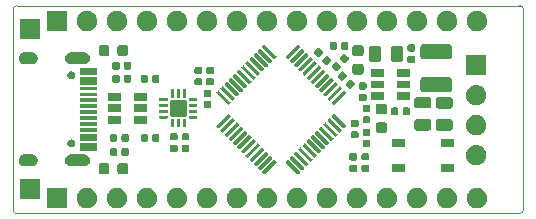
<source format=gts>
G04 #@! TF.GenerationSoftware,KiCad,Pcbnew,5.1.5+dfsg1-2build2*
G04 #@! TF.CreationDate,2020-10-31T17:23:00+01:00*
G04 #@! TF.ProjectId,OtterPill,4f747465-7250-4696-9c6c-2e6b69636164,rev?*
G04 #@! TF.SameCoordinates,Original*
G04 #@! TF.FileFunction,Soldermask,Top*
G04 #@! TF.FilePolarity,Negative*
%FSLAX46Y46*%
G04 Gerber Fmt 4.6, Leading zero omitted, Abs format (unit mm)*
G04 Created by KiCad (PCBNEW 5.1.5+dfsg1-2build2) date 2020-10-31 17:23:00*
%MOMM*%
%LPD*%
G04 APERTURE LIST*
%ADD10C,0.050000*%
%ADD11C,0.100000*%
G04 APERTURE END LIST*
D10*
X63200000Y-37100000D02*
G75*
G02X62900000Y-37400000I-300000J0D01*
G01*
X62900000Y-19800000D02*
G75*
G02X63200000Y-20100000I0J-300000D01*
G01*
X20000000Y-20100000D02*
G75*
G02X20300000Y-19800000I300000J0D01*
G01*
X20300000Y-37400000D02*
G75*
G02X20000000Y-37100000I0J300000D01*
G01*
X20000000Y-37100000D02*
X20000000Y-20100000D01*
X62900000Y-37400000D02*
X20300000Y-37400000D01*
X63200000Y-20100000D02*
X63200000Y-37100000D01*
X20300000Y-19800000D02*
X62900000Y-19800000D01*
D11*
G36*
X24560000Y-36960000D02*
G01*
X22840000Y-36960000D01*
X22840000Y-35240000D01*
X24560000Y-35240000D01*
X24560000Y-36960000D01*
G37*
G36*
X44270853Y-35273049D02*
G01*
X44270856Y-35273050D01*
X44270855Y-35273050D01*
X44427360Y-35337876D01*
X44427363Y-35337878D01*
X44568218Y-35431995D01*
X44688005Y-35551782D01*
X44782122Y-35692637D01*
X44782124Y-35692640D01*
X44834977Y-35820239D01*
X44846951Y-35849147D01*
X44880000Y-36015297D01*
X44880000Y-36184703D01*
X44846951Y-36350853D01*
X44846950Y-36350855D01*
X44782124Y-36507360D01*
X44782122Y-36507363D01*
X44688005Y-36648218D01*
X44568218Y-36768005D01*
X44427363Y-36862122D01*
X44427360Y-36862124D01*
X44299761Y-36914977D01*
X44270853Y-36926951D01*
X44104703Y-36960000D01*
X43935297Y-36960000D01*
X43769147Y-36926951D01*
X43740239Y-36914977D01*
X43612640Y-36862124D01*
X43612637Y-36862122D01*
X43471782Y-36768005D01*
X43351995Y-36648218D01*
X43257878Y-36507363D01*
X43257876Y-36507360D01*
X43193050Y-36350855D01*
X43193049Y-36350853D01*
X43160000Y-36184703D01*
X43160000Y-36015297D01*
X43193049Y-35849147D01*
X43205023Y-35820239D01*
X43257876Y-35692640D01*
X43257878Y-35692637D01*
X43351995Y-35551782D01*
X43471782Y-35431995D01*
X43612637Y-35337878D01*
X43612640Y-35337876D01*
X43769145Y-35273050D01*
X43769144Y-35273050D01*
X43769147Y-35273049D01*
X43935297Y-35240000D01*
X44104703Y-35240000D01*
X44270853Y-35273049D01*
G37*
G36*
X59510853Y-35273049D02*
G01*
X59510856Y-35273050D01*
X59510855Y-35273050D01*
X59667360Y-35337876D01*
X59667363Y-35337878D01*
X59808218Y-35431995D01*
X59928005Y-35551782D01*
X60022122Y-35692637D01*
X60022124Y-35692640D01*
X60074977Y-35820239D01*
X60086951Y-35849147D01*
X60120000Y-36015297D01*
X60120000Y-36184703D01*
X60086951Y-36350853D01*
X60086950Y-36350855D01*
X60022124Y-36507360D01*
X60022122Y-36507363D01*
X59928005Y-36648218D01*
X59808218Y-36768005D01*
X59667363Y-36862122D01*
X59667360Y-36862124D01*
X59539761Y-36914977D01*
X59510853Y-36926951D01*
X59344703Y-36960000D01*
X59175297Y-36960000D01*
X59009147Y-36926951D01*
X58980239Y-36914977D01*
X58852640Y-36862124D01*
X58852637Y-36862122D01*
X58711782Y-36768005D01*
X58591995Y-36648218D01*
X58497878Y-36507363D01*
X58497876Y-36507360D01*
X58433050Y-36350855D01*
X58433049Y-36350853D01*
X58400000Y-36184703D01*
X58400000Y-36015297D01*
X58433049Y-35849147D01*
X58445023Y-35820239D01*
X58497876Y-35692640D01*
X58497878Y-35692637D01*
X58591995Y-35551782D01*
X58711782Y-35431995D01*
X58852637Y-35337878D01*
X58852640Y-35337876D01*
X59009145Y-35273050D01*
X59009144Y-35273050D01*
X59009147Y-35273049D01*
X59175297Y-35240000D01*
X59344703Y-35240000D01*
X59510853Y-35273049D01*
G37*
G36*
X54430853Y-35273049D02*
G01*
X54430856Y-35273050D01*
X54430855Y-35273050D01*
X54587360Y-35337876D01*
X54587363Y-35337878D01*
X54728218Y-35431995D01*
X54848005Y-35551782D01*
X54942122Y-35692637D01*
X54942124Y-35692640D01*
X54994977Y-35820239D01*
X55006951Y-35849147D01*
X55040000Y-36015297D01*
X55040000Y-36184703D01*
X55006951Y-36350853D01*
X55006950Y-36350855D01*
X54942124Y-36507360D01*
X54942122Y-36507363D01*
X54848005Y-36648218D01*
X54728218Y-36768005D01*
X54587363Y-36862122D01*
X54587360Y-36862124D01*
X54459761Y-36914977D01*
X54430853Y-36926951D01*
X54264703Y-36960000D01*
X54095297Y-36960000D01*
X53929147Y-36926951D01*
X53900239Y-36914977D01*
X53772640Y-36862124D01*
X53772637Y-36862122D01*
X53631782Y-36768005D01*
X53511995Y-36648218D01*
X53417878Y-36507363D01*
X53417876Y-36507360D01*
X53353050Y-36350855D01*
X53353049Y-36350853D01*
X53320000Y-36184703D01*
X53320000Y-36015297D01*
X53353049Y-35849147D01*
X53365023Y-35820239D01*
X53417876Y-35692640D01*
X53417878Y-35692637D01*
X53511995Y-35551782D01*
X53631782Y-35431995D01*
X53772637Y-35337878D01*
X53772640Y-35337876D01*
X53929145Y-35273050D01*
X53929144Y-35273050D01*
X53929147Y-35273049D01*
X54095297Y-35240000D01*
X54264703Y-35240000D01*
X54430853Y-35273049D01*
G37*
G36*
X51890853Y-35273049D02*
G01*
X51890856Y-35273050D01*
X51890855Y-35273050D01*
X52047360Y-35337876D01*
X52047363Y-35337878D01*
X52188218Y-35431995D01*
X52308005Y-35551782D01*
X52402122Y-35692637D01*
X52402124Y-35692640D01*
X52454977Y-35820239D01*
X52466951Y-35849147D01*
X52500000Y-36015297D01*
X52500000Y-36184703D01*
X52466951Y-36350853D01*
X52466950Y-36350855D01*
X52402124Y-36507360D01*
X52402122Y-36507363D01*
X52308005Y-36648218D01*
X52188218Y-36768005D01*
X52047363Y-36862122D01*
X52047360Y-36862124D01*
X51919761Y-36914977D01*
X51890853Y-36926951D01*
X51724703Y-36960000D01*
X51555297Y-36960000D01*
X51389147Y-36926951D01*
X51360239Y-36914977D01*
X51232640Y-36862124D01*
X51232637Y-36862122D01*
X51091782Y-36768005D01*
X50971995Y-36648218D01*
X50877878Y-36507363D01*
X50877876Y-36507360D01*
X50813050Y-36350855D01*
X50813049Y-36350853D01*
X50780000Y-36184703D01*
X50780000Y-36015297D01*
X50813049Y-35849147D01*
X50825023Y-35820239D01*
X50877876Y-35692640D01*
X50877878Y-35692637D01*
X50971995Y-35551782D01*
X51091782Y-35431995D01*
X51232637Y-35337878D01*
X51232640Y-35337876D01*
X51389145Y-35273050D01*
X51389144Y-35273050D01*
X51389147Y-35273049D01*
X51555297Y-35240000D01*
X51724703Y-35240000D01*
X51890853Y-35273049D01*
G37*
G36*
X49350853Y-35273049D02*
G01*
X49350856Y-35273050D01*
X49350855Y-35273050D01*
X49507360Y-35337876D01*
X49507363Y-35337878D01*
X49648218Y-35431995D01*
X49768005Y-35551782D01*
X49862122Y-35692637D01*
X49862124Y-35692640D01*
X49914977Y-35820239D01*
X49926951Y-35849147D01*
X49960000Y-36015297D01*
X49960000Y-36184703D01*
X49926951Y-36350853D01*
X49926950Y-36350855D01*
X49862124Y-36507360D01*
X49862122Y-36507363D01*
X49768005Y-36648218D01*
X49648218Y-36768005D01*
X49507363Y-36862122D01*
X49507360Y-36862124D01*
X49379761Y-36914977D01*
X49350853Y-36926951D01*
X49184703Y-36960000D01*
X49015297Y-36960000D01*
X48849147Y-36926951D01*
X48820239Y-36914977D01*
X48692640Y-36862124D01*
X48692637Y-36862122D01*
X48551782Y-36768005D01*
X48431995Y-36648218D01*
X48337878Y-36507363D01*
X48337876Y-36507360D01*
X48273050Y-36350855D01*
X48273049Y-36350853D01*
X48240000Y-36184703D01*
X48240000Y-36015297D01*
X48273049Y-35849147D01*
X48285023Y-35820239D01*
X48337876Y-35692640D01*
X48337878Y-35692637D01*
X48431995Y-35551782D01*
X48551782Y-35431995D01*
X48692637Y-35337878D01*
X48692640Y-35337876D01*
X48849145Y-35273050D01*
X48849144Y-35273050D01*
X48849147Y-35273049D01*
X49015297Y-35240000D01*
X49184703Y-35240000D01*
X49350853Y-35273049D01*
G37*
G36*
X46810853Y-35273049D02*
G01*
X46810856Y-35273050D01*
X46810855Y-35273050D01*
X46967360Y-35337876D01*
X46967363Y-35337878D01*
X47108218Y-35431995D01*
X47228005Y-35551782D01*
X47322122Y-35692637D01*
X47322124Y-35692640D01*
X47374977Y-35820239D01*
X47386951Y-35849147D01*
X47420000Y-36015297D01*
X47420000Y-36184703D01*
X47386951Y-36350853D01*
X47386950Y-36350855D01*
X47322124Y-36507360D01*
X47322122Y-36507363D01*
X47228005Y-36648218D01*
X47108218Y-36768005D01*
X46967363Y-36862122D01*
X46967360Y-36862124D01*
X46839761Y-36914977D01*
X46810853Y-36926951D01*
X46644703Y-36960000D01*
X46475297Y-36960000D01*
X46309147Y-36926951D01*
X46280239Y-36914977D01*
X46152640Y-36862124D01*
X46152637Y-36862122D01*
X46011782Y-36768005D01*
X45891995Y-36648218D01*
X45797878Y-36507363D01*
X45797876Y-36507360D01*
X45733050Y-36350855D01*
X45733049Y-36350853D01*
X45700000Y-36184703D01*
X45700000Y-36015297D01*
X45733049Y-35849147D01*
X45745023Y-35820239D01*
X45797876Y-35692640D01*
X45797878Y-35692637D01*
X45891995Y-35551782D01*
X46011782Y-35431995D01*
X46152637Y-35337878D01*
X46152640Y-35337876D01*
X46309145Y-35273050D01*
X46309144Y-35273050D01*
X46309147Y-35273049D01*
X46475297Y-35240000D01*
X46644703Y-35240000D01*
X46810853Y-35273049D01*
G37*
G36*
X56970853Y-35273049D02*
G01*
X56970856Y-35273050D01*
X56970855Y-35273050D01*
X57127360Y-35337876D01*
X57127363Y-35337878D01*
X57268218Y-35431995D01*
X57388005Y-35551782D01*
X57482122Y-35692637D01*
X57482124Y-35692640D01*
X57534977Y-35820239D01*
X57546951Y-35849147D01*
X57580000Y-36015297D01*
X57580000Y-36184703D01*
X57546951Y-36350853D01*
X57546950Y-36350855D01*
X57482124Y-36507360D01*
X57482122Y-36507363D01*
X57388005Y-36648218D01*
X57268218Y-36768005D01*
X57127363Y-36862122D01*
X57127360Y-36862124D01*
X56999761Y-36914977D01*
X56970853Y-36926951D01*
X56804703Y-36960000D01*
X56635297Y-36960000D01*
X56469147Y-36926951D01*
X56440239Y-36914977D01*
X56312640Y-36862124D01*
X56312637Y-36862122D01*
X56171782Y-36768005D01*
X56051995Y-36648218D01*
X55957878Y-36507363D01*
X55957876Y-36507360D01*
X55893050Y-36350855D01*
X55893049Y-36350853D01*
X55860000Y-36184703D01*
X55860000Y-36015297D01*
X55893049Y-35849147D01*
X55905023Y-35820239D01*
X55957876Y-35692640D01*
X55957878Y-35692637D01*
X56051995Y-35551782D01*
X56171782Y-35431995D01*
X56312637Y-35337878D01*
X56312640Y-35337876D01*
X56469145Y-35273050D01*
X56469144Y-35273050D01*
X56469147Y-35273049D01*
X56635297Y-35240000D01*
X56804703Y-35240000D01*
X56970853Y-35273049D01*
G37*
G36*
X39190853Y-35273049D02*
G01*
X39190856Y-35273050D01*
X39190855Y-35273050D01*
X39347360Y-35337876D01*
X39347363Y-35337878D01*
X39488218Y-35431995D01*
X39608005Y-35551782D01*
X39702122Y-35692637D01*
X39702124Y-35692640D01*
X39754977Y-35820239D01*
X39766951Y-35849147D01*
X39800000Y-36015297D01*
X39800000Y-36184703D01*
X39766951Y-36350853D01*
X39766950Y-36350855D01*
X39702124Y-36507360D01*
X39702122Y-36507363D01*
X39608005Y-36648218D01*
X39488218Y-36768005D01*
X39347363Y-36862122D01*
X39347360Y-36862124D01*
X39219761Y-36914977D01*
X39190853Y-36926951D01*
X39024703Y-36960000D01*
X38855297Y-36960000D01*
X38689147Y-36926951D01*
X38660239Y-36914977D01*
X38532640Y-36862124D01*
X38532637Y-36862122D01*
X38391782Y-36768005D01*
X38271995Y-36648218D01*
X38177878Y-36507363D01*
X38177876Y-36507360D01*
X38113050Y-36350855D01*
X38113049Y-36350853D01*
X38080000Y-36184703D01*
X38080000Y-36015297D01*
X38113049Y-35849147D01*
X38125023Y-35820239D01*
X38177876Y-35692640D01*
X38177878Y-35692637D01*
X38271995Y-35551782D01*
X38391782Y-35431995D01*
X38532637Y-35337878D01*
X38532640Y-35337876D01*
X38689145Y-35273050D01*
X38689144Y-35273050D01*
X38689147Y-35273049D01*
X38855297Y-35240000D01*
X39024703Y-35240000D01*
X39190853Y-35273049D01*
G37*
G36*
X41730853Y-35273049D02*
G01*
X41730856Y-35273050D01*
X41730855Y-35273050D01*
X41887360Y-35337876D01*
X41887363Y-35337878D01*
X42028218Y-35431995D01*
X42148005Y-35551782D01*
X42242122Y-35692637D01*
X42242124Y-35692640D01*
X42294977Y-35820239D01*
X42306951Y-35849147D01*
X42340000Y-36015297D01*
X42340000Y-36184703D01*
X42306951Y-36350853D01*
X42306950Y-36350855D01*
X42242124Y-36507360D01*
X42242122Y-36507363D01*
X42148005Y-36648218D01*
X42028218Y-36768005D01*
X41887363Y-36862122D01*
X41887360Y-36862124D01*
X41759761Y-36914977D01*
X41730853Y-36926951D01*
X41564703Y-36960000D01*
X41395297Y-36960000D01*
X41229147Y-36926951D01*
X41200239Y-36914977D01*
X41072640Y-36862124D01*
X41072637Y-36862122D01*
X40931782Y-36768005D01*
X40811995Y-36648218D01*
X40717878Y-36507363D01*
X40717876Y-36507360D01*
X40653050Y-36350855D01*
X40653049Y-36350853D01*
X40620000Y-36184703D01*
X40620000Y-36015297D01*
X40653049Y-35849147D01*
X40665023Y-35820239D01*
X40717876Y-35692640D01*
X40717878Y-35692637D01*
X40811995Y-35551782D01*
X40931782Y-35431995D01*
X41072637Y-35337878D01*
X41072640Y-35337876D01*
X41229145Y-35273050D01*
X41229144Y-35273050D01*
X41229147Y-35273049D01*
X41395297Y-35240000D01*
X41564703Y-35240000D01*
X41730853Y-35273049D01*
G37*
G36*
X26490853Y-35273049D02*
G01*
X26490856Y-35273050D01*
X26490855Y-35273050D01*
X26647360Y-35337876D01*
X26647363Y-35337878D01*
X26788218Y-35431995D01*
X26908005Y-35551782D01*
X27002122Y-35692637D01*
X27002124Y-35692640D01*
X27054977Y-35820239D01*
X27066951Y-35849147D01*
X27100000Y-36015297D01*
X27100000Y-36184703D01*
X27066951Y-36350853D01*
X27066950Y-36350855D01*
X27002124Y-36507360D01*
X27002122Y-36507363D01*
X26908005Y-36648218D01*
X26788218Y-36768005D01*
X26647363Y-36862122D01*
X26647360Y-36862124D01*
X26519761Y-36914977D01*
X26490853Y-36926951D01*
X26324703Y-36960000D01*
X26155297Y-36960000D01*
X25989147Y-36926951D01*
X25960239Y-36914977D01*
X25832640Y-36862124D01*
X25832637Y-36862122D01*
X25691782Y-36768005D01*
X25571995Y-36648218D01*
X25477878Y-36507363D01*
X25477876Y-36507360D01*
X25413050Y-36350855D01*
X25413049Y-36350853D01*
X25380000Y-36184703D01*
X25380000Y-36015297D01*
X25413049Y-35849147D01*
X25425023Y-35820239D01*
X25477876Y-35692640D01*
X25477878Y-35692637D01*
X25571995Y-35551782D01*
X25691782Y-35431995D01*
X25832637Y-35337878D01*
X25832640Y-35337876D01*
X25989145Y-35273050D01*
X25989144Y-35273050D01*
X25989147Y-35273049D01*
X26155297Y-35240000D01*
X26324703Y-35240000D01*
X26490853Y-35273049D01*
G37*
G36*
X29030853Y-35273049D02*
G01*
X29030856Y-35273050D01*
X29030855Y-35273050D01*
X29187360Y-35337876D01*
X29187363Y-35337878D01*
X29328218Y-35431995D01*
X29448005Y-35551782D01*
X29542122Y-35692637D01*
X29542124Y-35692640D01*
X29594977Y-35820239D01*
X29606951Y-35849147D01*
X29640000Y-36015297D01*
X29640000Y-36184703D01*
X29606951Y-36350853D01*
X29606950Y-36350855D01*
X29542124Y-36507360D01*
X29542122Y-36507363D01*
X29448005Y-36648218D01*
X29328218Y-36768005D01*
X29187363Y-36862122D01*
X29187360Y-36862124D01*
X29059761Y-36914977D01*
X29030853Y-36926951D01*
X28864703Y-36960000D01*
X28695297Y-36960000D01*
X28529147Y-36926951D01*
X28500239Y-36914977D01*
X28372640Y-36862124D01*
X28372637Y-36862122D01*
X28231782Y-36768005D01*
X28111995Y-36648218D01*
X28017878Y-36507363D01*
X28017876Y-36507360D01*
X27953050Y-36350855D01*
X27953049Y-36350853D01*
X27920000Y-36184703D01*
X27920000Y-36015297D01*
X27953049Y-35849147D01*
X27965023Y-35820239D01*
X28017876Y-35692640D01*
X28017878Y-35692637D01*
X28111995Y-35551782D01*
X28231782Y-35431995D01*
X28372637Y-35337878D01*
X28372640Y-35337876D01*
X28529145Y-35273050D01*
X28529144Y-35273050D01*
X28529147Y-35273049D01*
X28695297Y-35240000D01*
X28864703Y-35240000D01*
X29030853Y-35273049D01*
G37*
G36*
X34110853Y-35273049D02*
G01*
X34110856Y-35273050D01*
X34110855Y-35273050D01*
X34267360Y-35337876D01*
X34267363Y-35337878D01*
X34408218Y-35431995D01*
X34528005Y-35551782D01*
X34622122Y-35692637D01*
X34622124Y-35692640D01*
X34674977Y-35820239D01*
X34686951Y-35849147D01*
X34720000Y-36015297D01*
X34720000Y-36184703D01*
X34686951Y-36350853D01*
X34686950Y-36350855D01*
X34622124Y-36507360D01*
X34622122Y-36507363D01*
X34528005Y-36648218D01*
X34408218Y-36768005D01*
X34267363Y-36862122D01*
X34267360Y-36862124D01*
X34139761Y-36914977D01*
X34110853Y-36926951D01*
X33944703Y-36960000D01*
X33775297Y-36960000D01*
X33609147Y-36926951D01*
X33580239Y-36914977D01*
X33452640Y-36862124D01*
X33452637Y-36862122D01*
X33311782Y-36768005D01*
X33191995Y-36648218D01*
X33097878Y-36507363D01*
X33097876Y-36507360D01*
X33033050Y-36350855D01*
X33033049Y-36350853D01*
X33000000Y-36184703D01*
X33000000Y-36015297D01*
X33033049Y-35849147D01*
X33045023Y-35820239D01*
X33097876Y-35692640D01*
X33097878Y-35692637D01*
X33191995Y-35551782D01*
X33311782Y-35431995D01*
X33452637Y-35337878D01*
X33452640Y-35337876D01*
X33609145Y-35273050D01*
X33609144Y-35273050D01*
X33609147Y-35273049D01*
X33775297Y-35240000D01*
X33944703Y-35240000D01*
X34110853Y-35273049D01*
G37*
G36*
X31570853Y-35273049D02*
G01*
X31570856Y-35273050D01*
X31570855Y-35273050D01*
X31727360Y-35337876D01*
X31727363Y-35337878D01*
X31868218Y-35431995D01*
X31988005Y-35551782D01*
X32082122Y-35692637D01*
X32082124Y-35692640D01*
X32134977Y-35820239D01*
X32146951Y-35849147D01*
X32180000Y-36015297D01*
X32180000Y-36184703D01*
X32146951Y-36350853D01*
X32146950Y-36350855D01*
X32082124Y-36507360D01*
X32082122Y-36507363D01*
X31988005Y-36648218D01*
X31868218Y-36768005D01*
X31727363Y-36862122D01*
X31727360Y-36862124D01*
X31599761Y-36914977D01*
X31570853Y-36926951D01*
X31404703Y-36960000D01*
X31235297Y-36960000D01*
X31069147Y-36926951D01*
X31040239Y-36914977D01*
X30912640Y-36862124D01*
X30912637Y-36862122D01*
X30771782Y-36768005D01*
X30651995Y-36648218D01*
X30557878Y-36507363D01*
X30557876Y-36507360D01*
X30493050Y-36350855D01*
X30493049Y-36350853D01*
X30460000Y-36184703D01*
X30460000Y-36015297D01*
X30493049Y-35849147D01*
X30505023Y-35820239D01*
X30557876Y-35692640D01*
X30557878Y-35692637D01*
X30651995Y-35551782D01*
X30771782Y-35431995D01*
X30912637Y-35337878D01*
X30912640Y-35337876D01*
X31069145Y-35273050D01*
X31069144Y-35273050D01*
X31069147Y-35273049D01*
X31235297Y-35240000D01*
X31404703Y-35240000D01*
X31570853Y-35273049D01*
G37*
G36*
X36650853Y-35273049D02*
G01*
X36650856Y-35273050D01*
X36650855Y-35273050D01*
X36807360Y-35337876D01*
X36807363Y-35337878D01*
X36948218Y-35431995D01*
X37068005Y-35551782D01*
X37162122Y-35692637D01*
X37162124Y-35692640D01*
X37214977Y-35820239D01*
X37226951Y-35849147D01*
X37260000Y-36015297D01*
X37260000Y-36184703D01*
X37226951Y-36350853D01*
X37226950Y-36350855D01*
X37162124Y-36507360D01*
X37162122Y-36507363D01*
X37068005Y-36648218D01*
X36948218Y-36768005D01*
X36807363Y-36862122D01*
X36807360Y-36862124D01*
X36679761Y-36914977D01*
X36650853Y-36926951D01*
X36484703Y-36960000D01*
X36315297Y-36960000D01*
X36149147Y-36926951D01*
X36120239Y-36914977D01*
X35992640Y-36862124D01*
X35992637Y-36862122D01*
X35851782Y-36768005D01*
X35731995Y-36648218D01*
X35637878Y-36507363D01*
X35637876Y-36507360D01*
X35573050Y-36350855D01*
X35573049Y-36350853D01*
X35540000Y-36184703D01*
X35540000Y-36015297D01*
X35573049Y-35849147D01*
X35585023Y-35820239D01*
X35637876Y-35692640D01*
X35637878Y-35692637D01*
X35731995Y-35551782D01*
X35851782Y-35431995D01*
X35992637Y-35337878D01*
X35992640Y-35337876D01*
X36149145Y-35273050D01*
X36149144Y-35273050D01*
X36149147Y-35273049D01*
X36315297Y-35240000D01*
X36484703Y-35240000D01*
X36650853Y-35273049D01*
G37*
G36*
X22280000Y-36200000D02*
G01*
X20560000Y-36200000D01*
X20560000Y-34480000D01*
X22280000Y-34480000D01*
X22280000Y-36200000D01*
G37*
G36*
X43298477Y-32869740D02*
G01*
X43313010Y-32874149D01*
X43326410Y-32881311D01*
X43338333Y-32891095D01*
X44285518Y-33838280D01*
X44295302Y-33850203D01*
X44302464Y-33863603D01*
X44306873Y-33878136D01*
X44308362Y-33893250D01*
X44306873Y-33908364D01*
X44302464Y-33922897D01*
X44295302Y-33936297D01*
X44285518Y-33948220D01*
X44169183Y-34064555D01*
X44157260Y-34074339D01*
X44143860Y-34081501D01*
X44129327Y-34085910D01*
X44114213Y-34087399D01*
X44099099Y-34085910D01*
X44084566Y-34081501D01*
X44071166Y-34074339D01*
X44059243Y-34064555D01*
X43112058Y-33117370D01*
X43102274Y-33105447D01*
X43095112Y-33092047D01*
X43090703Y-33077514D01*
X43089214Y-33062400D01*
X43090703Y-33047286D01*
X43095112Y-33032753D01*
X43102274Y-33019353D01*
X43112058Y-33007430D01*
X43228393Y-32891095D01*
X43240316Y-32881311D01*
X43253716Y-32874149D01*
X43268249Y-32869740D01*
X43283363Y-32868251D01*
X43298477Y-32869740D01*
G37*
G36*
X42131751Y-32869740D02*
G01*
X42146284Y-32874149D01*
X42159684Y-32881311D01*
X42171607Y-32891095D01*
X42287942Y-33007430D01*
X42297726Y-33019353D01*
X42304888Y-33032753D01*
X42309297Y-33047286D01*
X42310786Y-33062400D01*
X42309297Y-33077514D01*
X42304888Y-33092047D01*
X42297726Y-33105447D01*
X42287942Y-33117370D01*
X41340757Y-34064555D01*
X41328834Y-34074339D01*
X41315434Y-34081501D01*
X41300901Y-34085910D01*
X41285787Y-34087399D01*
X41270673Y-34085910D01*
X41256140Y-34081501D01*
X41242740Y-34074339D01*
X41230817Y-34064555D01*
X41114482Y-33948220D01*
X41104698Y-33936297D01*
X41097536Y-33922897D01*
X41093127Y-33908364D01*
X41091638Y-33893250D01*
X41093127Y-33878136D01*
X41097536Y-33863603D01*
X41104698Y-33850203D01*
X41114482Y-33838280D01*
X42061667Y-32891095D01*
X42073590Y-32881311D01*
X42086990Y-32874149D01*
X42101523Y-32869740D01*
X42116637Y-32868251D01*
X42131751Y-32869740D01*
G37*
G36*
X27981908Y-33119275D02*
G01*
X28023408Y-33131864D01*
X28061660Y-33152310D01*
X28095180Y-33179820D01*
X28122690Y-33213340D01*
X28143136Y-33251592D01*
X28155725Y-33293092D01*
X28160000Y-33336496D01*
X28160000Y-33863504D01*
X28155725Y-33906908D01*
X28143136Y-33948408D01*
X28122690Y-33986660D01*
X28095180Y-34020180D01*
X28061660Y-34047690D01*
X28023408Y-34068136D01*
X27981908Y-34080725D01*
X27938504Y-34085000D01*
X27486496Y-34085000D01*
X27443092Y-34080725D01*
X27401592Y-34068136D01*
X27363340Y-34047690D01*
X27329820Y-34020180D01*
X27302310Y-33986660D01*
X27281864Y-33948408D01*
X27269275Y-33906908D01*
X27265000Y-33863504D01*
X27265000Y-33336496D01*
X27269275Y-33293092D01*
X27281864Y-33251592D01*
X27302310Y-33213340D01*
X27329820Y-33179820D01*
X27363340Y-33152310D01*
X27401592Y-33131864D01*
X27443092Y-33119275D01*
X27486496Y-33115000D01*
X27938504Y-33115000D01*
X27981908Y-33119275D01*
G37*
G36*
X29556908Y-33119275D02*
G01*
X29598408Y-33131864D01*
X29636660Y-33152310D01*
X29670180Y-33179820D01*
X29697690Y-33213340D01*
X29718136Y-33251592D01*
X29730725Y-33293092D01*
X29735000Y-33336496D01*
X29735000Y-33863504D01*
X29730725Y-33906908D01*
X29718136Y-33948408D01*
X29697690Y-33986660D01*
X29670180Y-34020180D01*
X29636660Y-34047690D01*
X29598408Y-34068136D01*
X29556908Y-34080725D01*
X29513504Y-34085000D01*
X29061496Y-34085000D01*
X29018092Y-34080725D01*
X28976592Y-34068136D01*
X28938340Y-34047690D01*
X28904820Y-34020180D01*
X28877310Y-33986660D01*
X28856864Y-33948408D01*
X28844275Y-33906908D01*
X28840000Y-33863504D01*
X28840000Y-33336496D01*
X28844275Y-33293092D01*
X28856864Y-33251592D01*
X28877310Y-33213340D01*
X28904820Y-33179820D01*
X28938340Y-33152310D01*
X28976592Y-33131864D01*
X29018092Y-33119275D01*
X29061496Y-33115000D01*
X29513504Y-33115000D01*
X29556908Y-33119275D01*
G37*
G36*
X53160000Y-33922000D02*
G01*
X52090000Y-33922000D01*
X52090000Y-33252000D01*
X53160000Y-33252000D01*
X53160000Y-33922000D01*
G37*
G36*
X57310000Y-33922000D02*
G01*
X56240000Y-33922000D01*
X56240000Y-33252000D01*
X57310000Y-33252000D01*
X57310000Y-33922000D01*
G37*
G36*
X49009258Y-33277906D02*
G01*
X49037395Y-33286441D01*
X49063324Y-33300301D01*
X49086049Y-33318951D01*
X49104699Y-33341676D01*
X49118559Y-33367605D01*
X49127094Y-33395742D01*
X49130000Y-33425246D01*
X49130000Y-33734754D01*
X49127094Y-33764258D01*
X49118559Y-33792395D01*
X49104699Y-33818324D01*
X49086049Y-33841049D01*
X49063324Y-33859699D01*
X49037395Y-33873559D01*
X49009258Y-33882094D01*
X48979754Y-33885000D01*
X48620246Y-33885000D01*
X48590742Y-33882094D01*
X48562605Y-33873559D01*
X48536676Y-33859699D01*
X48513951Y-33841049D01*
X48495301Y-33818324D01*
X48481441Y-33792395D01*
X48472906Y-33764258D01*
X48470000Y-33734754D01*
X48470000Y-33425246D01*
X48472906Y-33395742D01*
X48481441Y-33367605D01*
X48495301Y-33341676D01*
X48513951Y-33318951D01*
X48536676Y-33300301D01*
X48562605Y-33286441D01*
X48590742Y-33277906D01*
X48620246Y-33275000D01*
X48979754Y-33275000D01*
X49009258Y-33277906D01*
G37*
G36*
X50039258Y-33272906D02*
G01*
X50067395Y-33281441D01*
X50093324Y-33295301D01*
X50116049Y-33313951D01*
X50134699Y-33336676D01*
X50148559Y-33362605D01*
X50157094Y-33390742D01*
X50160000Y-33420246D01*
X50160000Y-33729754D01*
X50157094Y-33759258D01*
X50148559Y-33787395D01*
X50134699Y-33813324D01*
X50116049Y-33836049D01*
X50093324Y-33854699D01*
X50067395Y-33868559D01*
X50039258Y-33877094D01*
X50009754Y-33880000D01*
X49650246Y-33880000D01*
X49620742Y-33877094D01*
X49592605Y-33868559D01*
X49566676Y-33854699D01*
X49543951Y-33836049D01*
X49525301Y-33813324D01*
X49511441Y-33787395D01*
X49502906Y-33759258D01*
X49500000Y-33729754D01*
X49500000Y-33420246D01*
X49502906Y-33390742D01*
X49511441Y-33362605D01*
X49525301Y-33336676D01*
X49543951Y-33313951D01*
X49566676Y-33295301D01*
X49592605Y-33281441D01*
X49620742Y-33272906D01*
X49650246Y-33270000D01*
X50009754Y-33270000D01*
X50039258Y-33272906D01*
G37*
G36*
X41778197Y-32516186D02*
G01*
X41792730Y-32520595D01*
X41806130Y-32527757D01*
X41818053Y-32537541D01*
X41934388Y-32653876D01*
X41944172Y-32665799D01*
X41951334Y-32679199D01*
X41955743Y-32693732D01*
X41957232Y-32708846D01*
X41955743Y-32723960D01*
X41951334Y-32738493D01*
X41944172Y-32751893D01*
X41934388Y-32763816D01*
X40987203Y-33711001D01*
X40975280Y-33720785D01*
X40961880Y-33727947D01*
X40947347Y-33732356D01*
X40932233Y-33733845D01*
X40917119Y-33732356D01*
X40902586Y-33727947D01*
X40889186Y-33720785D01*
X40877263Y-33711001D01*
X40760928Y-33594666D01*
X40751144Y-33582743D01*
X40743982Y-33569343D01*
X40739573Y-33554810D01*
X40738084Y-33539696D01*
X40739573Y-33524582D01*
X40743982Y-33510049D01*
X40751144Y-33496649D01*
X40760928Y-33484726D01*
X41708113Y-32537541D01*
X41720036Y-32527757D01*
X41733436Y-32520595D01*
X41747969Y-32516186D01*
X41763083Y-32514697D01*
X41778197Y-32516186D01*
G37*
G36*
X43652031Y-32516186D02*
G01*
X43666564Y-32520595D01*
X43679964Y-32527757D01*
X43691887Y-32537541D01*
X44639072Y-33484726D01*
X44648856Y-33496649D01*
X44656018Y-33510049D01*
X44660427Y-33524582D01*
X44661916Y-33539696D01*
X44660427Y-33554810D01*
X44656018Y-33569343D01*
X44648856Y-33582743D01*
X44639072Y-33594666D01*
X44522737Y-33711001D01*
X44510814Y-33720785D01*
X44497414Y-33727947D01*
X44482881Y-33732356D01*
X44467767Y-33733845D01*
X44452653Y-33732356D01*
X44438120Y-33727947D01*
X44424720Y-33720785D01*
X44412797Y-33711001D01*
X43465612Y-32763816D01*
X43455828Y-32751893D01*
X43448666Y-32738493D01*
X43444257Y-32723960D01*
X43442768Y-32708846D01*
X43444257Y-32693732D01*
X43448666Y-32679199D01*
X43455828Y-32665799D01*
X43465612Y-32653876D01*
X43581947Y-32537541D01*
X43593870Y-32527757D01*
X43607270Y-32520595D01*
X43621803Y-32516186D01*
X43636917Y-32514697D01*
X43652031Y-32516186D01*
G37*
G36*
X21674976Y-32387380D02*
G01*
X21771112Y-32416542D01*
X21859710Y-32463899D01*
X21937368Y-32527631D01*
X22001100Y-32605289D01*
X22048457Y-32693887D01*
X22077619Y-32790023D01*
X22087466Y-32890000D01*
X22077619Y-32989977D01*
X22048457Y-33086113D01*
X22001100Y-33174711D01*
X22001098Y-33174714D01*
X22001097Y-33174715D01*
X21937368Y-33252369D01*
X21878963Y-33300301D01*
X21859710Y-33316101D01*
X21771112Y-33363458D01*
X21674976Y-33392620D01*
X21600047Y-33400000D01*
X20949951Y-33400000D01*
X20875022Y-33392620D01*
X20778886Y-33363458D01*
X20690288Y-33316101D01*
X20671036Y-33300301D01*
X20612630Y-33252369D01*
X20548901Y-33174715D01*
X20548900Y-33174714D01*
X20548898Y-33174711D01*
X20501541Y-33086113D01*
X20472379Y-32989977D01*
X20462532Y-32890000D01*
X20472379Y-32790023D01*
X20501541Y-32693887D01*
X20548898Y-32605289D01*
X20612630Y-32527631D01*
X20690288Y-32463899D01*
X20778886Y-32416542D01*
X20875022Y-32387380D01*
X20949951Y-32380000D01*
X21600047Y-32380000D01*
X21674976Y-32387380D01*
G37*
G36*
X26104976Y-32387380D02*
G01*
X26201112Y-32416542D01*
X26289710Y-32463899D01*
X26367368Y-32527631D01*
X26431100Y-32605289D01*
X26478457Y-32693887D01*
X26507619Y-32790023D01*
X26517466Y-32890000D01*
X26507619Y-32989977D01*
X26478457Y-33086113D01*
X26431100Y-33174711D01*
X26431098Y-33174714D01*
X26431097Y-33174715D01*
X26367368Y-33252369D01*
X26308963Y-33300301D01*
X26289710Y-33316101D01*
X26201112Y-33363458D01*
X26104976Y-33392620D01*
X26030047Y-33400000D01*
X24879951Y-33400000D01*
X24805022Y-33392620D01*
X24708886Y-33363458D01*
X24620288Y-33316101D01*
X24601036Y-33300301D01*
X24542630Y-33252369D01*
X24478901Y-33174715D01*
X24478900Y-33174714D01*
X24478898Y-33174711D01*
X24431541Y-33086113D01*
X24402379Y-32989977D01*
X24392532Y-32890000D01*
X24402379Y-32790023D01*
X24431541Y-32693887D01*
X24478898Y-32605289D01*
X24542630Y-32527631D01*
X24620288Y-32463899D01*
X24708886Y-32416542D01*
X24805022Y-32387380D01*
X24879951Y-32380000D01*
X26030047Y-32380000D01*
X26104976Y-32387380D01*
G37*
G36*
X44005584Y-32162633D02*
G01*
X44020117Y-32167042D01*
X44033517Y-32174204D01*
X44045440Y-32183988D01*
X44992625Y-33131173D01*
X45002409Y-33143096D01*
X45009571Y-33156496D01*
X45013980Y-33171029D01*
X45015469Y-33186143D01*
X45013980Y-33201257D01*
X45009571Y-33215790D01*
X45002409Y-33229190D01*
X44992625Y-33241113D01*
X44876290Y-33357448D01*
X44864367Y-33367232D01*
X44850967Y-33374394D01*
X44836434Y-33378803D01*
X44821320Y-33380292D01*
X44806206Y-33378803D01*
X44791673Y-33374394D01*
X44778273Y-33367232D01*
X44766350Y-33357448D01*
X43819165Y-32410263D01*
X43809381Y-32398340D01*
X43802219Y-32384940D01*
X43797810Y-32370407D01*
X43796321Y-32355293D01*
X43797810Y-32340179D01*
X43802219Y-32325646D01*
X43809381Y-32312246D01*
X43819165Y-32300323D01*
X43935500Y-32183988D01*
X43947423Y-32174204D01*
X43960823Y-32167042D01*
X43975356Y-32162633D01*
X43990470Y-32161144D01*
X44005584Y-32162633D01*
G37*
G36*
X41424644Y-32162633D02*
G01*
X41439177Y-32167042D01*
X41452577Y-32174204D01*
X41464500Y-32183988D01*
X41580835Y-32300323D01*
X41590619Y-32312246D01*
X41597781Y-32325646D01*
X41602190Y-32340179D01*
X41603679Y-32355293D01*
X41602190Y-32370407D01*
X41597781Y-32384940D01*
X41590619Y-32398340D01*
X41580835Y-32410263D01*
X40633650Y-33357448D01*
X40621727Y-33367232D01*
X40608327Y-33374394D01*
X40593794Y-33378803D01*
X40578680Y-33380292D01*
X40563566Y-33378803D01*
X40549033Y-33374394D01*
X40535633Y-33367232D01*
X40523710Y-33357448D01*
X40407375Y-33241113D01*
X40397591Y-33229190D01*
X40390429Y-33215790D01*
X40386020Y-33201257D01*
X40384531Y-33186143D01*
X40386020Y-33171029D01*
X40390429Y-33156496D01*
X40397591Y-33143096D01*
X40407375Y-33131173D01*
X41354560Y-32183988D01*
X41366483Y-32174204D01*
X41379883Y-32167042D01*
X41394416Y-32162633D01*
X41409530Y-32161144D01*
X41424644Y-32162633D01*
G37*
G36*
X59450853Y-31643049D02*
G01*
X59479761Y-31655023D01*
X59607360Y-31707876D01*
X59607363Y-31707878D01*
X59748218Y-31801995D01*
X59868005Y-31921782D01*
X59941887Y-32032354D01*
X59962124Y-32062640D01*
X60003542Y-32162633D01*
X60026951Y-32219147D01*
X60060000Y-32385297D01*
X60060000Y-32554703D01*
X60026951Y-32720853D01*
X60026950Y-32720855D01*
X59962124Y-32877360D01*
X59962122Y-32877363D01*
X59868005Y-33018218D01*
X59748218Y-33138005D01*
X59635472Y-33213340D01*
X59607360Y-33232124D01*
X59488297Y-33281441D01*
X59450853Y-33296951D01*
X59284703Y-33330000D01*
X59115297Y-33330000D01*
X58949147Y-33296951D01*
X58911703Y-33281441D01*
X58792640Y-33232124D01*
X58764528Y-33213340D01*
X58651782Y-33138005D01*
X58531995Y-33018218D01*
X58437878Y-32877363D01*
X58437876Y-32877360D01*
X58373050Y-32720855D01*
X58373049Y-32720853D01*
X58340000Y-32554703D01*
X58340000Y-32385297D01*
X58373049Y-32219147D01*
X58396458Y-32162633D01*
X58437876Y-32062640D01*
X58458113Y-32032354D01*
X58531995Y-31921782D01*
X58651782Y-31801995D01*
X58792637Y-31707878D01*
X58792640Y-31707876D01*
X58920239Y-31655023D01*
X58949147Y-31643049D01*
X59115297Y-31610000D01*
X59284703Y-31610000D01*
X59450853Y-31643049D01*
G37*
G36*
X44359138Y-31809079D02*
G01*
X44373671Y-31813488D01*
X44387071Y-31820650D01*
X44398994Y-31830434D01*
X45346179Y-32777619D01*
X45355963Y-32789542D01*
X45363125Y-32802942D01*
X45367534Y-32817475D01*
X45369023Y-32832589D01*
X45367534Y-32847703D01*
X45363125Y-32862236D01*
X45355963Y-32875636D01*
X45346179Y-32887559D01*
X45229844Y-33003894D01*
X45217921Y-33013678D01*
X45204521Y-33020840D01*
X45189988Y-33025249D01*
X45174874Y-33026738D01*
X45159760Y-33025249D01*
X45145227Y-33020840D01*
X45131827Y-33013678D01*
X45119904Y-33003894D01*
X44172719Y-32056709D01*
X44162935Y-32044786D01*
X44155773Y-32031386D01*
X44151364Y-32016853D01*
X44149875Y-32001739D01*
X44151364Y-31986625D01*
X44155773Y-31972092D01*
X44162935Y-31958692D01*
X44172719Y-31946769D01*
X44289054Y-31830434D01*
X44300977Y-31820650D01*
X44314377Y-31813488D01*
X44328910Y-31809079D01*
X44344024Y-31807590D01*
X44359138Y-31809079D01*
G37*
G36*
X41071090Y-31809079D02*
G01*
X41085623Y-31813488D01*
X41099023Y-31820650D01*
X41110946Y-31830434D01*
X41227281Y-31946769D01*
X41237065Y-31958692D01*
X41244227Y-31972092D01*
X41248636Y-31986625D01*
X41250125Y-32001739D01*
X41248636Y-32016853D01*
X41244227Y-32031386D01*
X41237065Y-32044786D01*
X41227281Y-32056709D01*
X40280096Y-33003894D01*
X40268173Y-33013678D01*
X40254773Y-33020840D01*
X40240240Y-33025249D01*
X40225126Y-33026738D01*
X40210012Y-33025249D01*
X40195479Y-33020840D01*
X40182079Y-33013678D01*
X40170156Y-33003894D01*
X40053821Y-32887559D01*
X40044037Y-32875636D01*
X40036875Y-32862236D01*
X40032466Y-32847703D01*
X40030977Y-32832589D01*
X40032466Y-32817475D01*
X40036875Y-32802942D01*
X40044037Y-32789542D01*
X40053821Y-32777619D01*
X41001006Y-31830434D01*
X41012929Y-31820650D01*
X41026329Y-31813488D01*
X41040862Y-31809079D01*
X41055976Y-31807590D01*
X41071090Y-31809079D01*
G37*
G36*
X49009258Y-32307906D02*
G01*
X49037395Y-32316441D01*
X49063324Y-32330301D01*
X49086049Y-32348951D01*
X49104699Y-32371676D01*
X49118559Y-32397605D01*
X49127094Y-32425742D01*
X49130000Y-32455246D01*
X49130000Y-32764754D01*
X49127094Y-32794258D01*
X49118559Y-32822395D01*
X49104699Y-32848324D01*
X49086049Y-32871049D01*
X49063324Y-32889699D01*
X49037395Y-32903559D01*
X49009258Y-32912094D01*
X48979754Y-32915000D01*
X48620246Y-32915000D01*
X48590742Y-32912094D01*
X48562605Y-32903559D01*
X48536676Y-32889699D01*
X48513951Y-32871049D01*
X48495301Y-32848324D01*
X48481441Y-32822395D01*
X48472906Y-32794258D01*
X48470000Y-32764754D01*
X48470000Y-32455246D01*
X48472906Y-32425742D01*
X48481441Y-32397605D01*
X48495301Y-32371676D01*
X48513951Y-32348951D01*
X48536676Y-32330301D01*
X48562605Y-32316441D01*
X48590742Y-32307906D01*
X48620246Y-32305000D01*
X48979754Y-32305000D01*
X49009258Y-32307906D01*
G37*
G36*
X50039258Y-32302906D02*
G01*
X50067395Y-32311441D01*
X50093324Y-32325301D01*
X50116049Y-32343951D01*
X50134699Y-32366676D01*
X50148559Y-32392605D01*
X50157094Y-32420742D01*
X50160000Y-32450246D01*
X50160000Y-32759754D01*
X50157094Y-32789258D01*
X50148559Y-32817395D01*
X50134699Y-32843324D01*
X50116049Y-32866049D01*
X50093324Y-32884699D01*
X50067395Y-32898559D01*
X50039258Y-32907094D01*
X50009754Y-32910000D01*
X49650246Y-32910000D01*
X49620742Y-32907094D01*
X49592605Y-32898559D01*
X49566676Y-32884699D01*
X49543951Y-32866049D01*
X49525301Y-32843324D01*
X49511441Y-32817395D01*
X49502906Y-32789258D01*
X49500000Y-32759754D01*
X49500000Y-32450246D01*
X49502906Y-32420742D01*
X49511441Y-32392605D01*
X49525301Y-32366676D01*
X49543951Y-32343951D01*
X49566676Y-32325301D01*
X49592605Y-32311441D01*
X49620742Y-32302906D01*
X49650246Y-32300000D01*
X50009754Y-32300000D01*
X50039258Y-32302906D01*
G37*
G36*
X44712691Y-31455526D02*
G01*
X44727224Y-31459935D01*
X44740624Y-31467097D01*
X44752547Y-31476881D01*
X45699732Y-32424066D01*
X45709516Y-32435989D01*
X45716678Y-32449389D01*
X45721087Y-32463922D01*
X45722576Y-32479036D01*
X45721087Y-32494150D01*
X45716678Y-32508683D01*
X45709516Y-32522083D01*
X45699732Y-32534006D01*
X45583397Y-32650341D01*
X45571474Y-32660125D01*
X45558074Y-32667287D01*
X45543541Y-32671696D01*
X45528427Y-32673185D01*
X45513313Y-32671696D01*
X45498780Y-32667287D01*
X45485380Y-32660125D01*
X45473457Y-32650341D01*
X44526272Y-31703156D01*
X44516488Y-31691233D01*
X44509326Y-31677833D01*
X44504917Y-31663300D01*
X44503428Y-31648186D01*
X44504917Y-31633072D01*
X44509326Y-31618539D01*
X44516488Y-31605139D01*
X44526272Y-31593216D01*
X44642607Y-31476881D01*
X44654530Y-31467097D01*
X44667930Y-31459935D01*
X44682463Y-31455526D01*
X44697577Y-31454037D01*
X44712691Y-31455526D01*
G37*
G36*
X40717537Y-31455526D02*
G01*
X40732070Y-31459935D01*
X40745470Y-31467097D01*
X40757393Y-31476881D01*
X40873728Y-31593216D01*
X40883512Y-31605139D01*
X40890674Y-31618539D01*
X40895083Y-31633072D01*
X40896572Y-31648186D01*
X40895083Y-31663300D01*
X40890674Y-31677833D01*
X40883512Y-31691233D01*
X40873728Y-31703156D01*
X39926543Y-32650341D01*
X39914620Y-32660125D01*
X39901220Y-32667287D01*
X39886687Y-32671696D01*
X39871573Y-32673185D01*
X39856459Y-32671696D01*
X39841926Y-32667287D01*
X39828526Y-32660125D01*
X39816603Y-32650341D01*
X39700268Y-32534006D01*
X39690484Y-32522083D01*
X39683322Y-32508683D01*
X39678913Y-32494150D01*
X39677424Y-32479036D01*
X39678913Y-32463922D01*
X39683322Y-32449389D01*
X39690484Y-32435989D01*
X39700268Y-32424066D01*
X40647453Y-31476881D01*
X40659376Y-31467097D01*
X40672776Y-31459935D01*
X40687309Y-31455526D01*
X40702423Y-31454037D01*
X40717537Y-31455526D01*
G37*
G36*
X29669258Y-31872906D02*
G01*
X29697395Y-31881441D01*
X29723324Y-31895301D01*
X29746049Y-31913951D01*
X29764699Y-31936676D01*
X29778559Y-31962605D01*
X29787094Y-31990742D01*
X29790000Y-32020246D01*
X29790000Y-32379754D01*
X29787094Y-32409258D01*
X29778559Y-32437395D01*
X29764699Y-32463324D01*
X29746049Y-32486049D01*
X29723324Y-32504699D01*
X29697395Y-32518559D01*
X29669258Y-32527094D01*
X29639754Y-32530000D01*
X29330246Y-32530000D01*
X29300742Y-32527094D01*
X29272605Y-32518559D01*
X29246676Y-32504699D01*
X29223951Y-32486049D01*
X29205301Y-32463324D01*
X29191441Y-32437395D01*
X29182906Y-32409258D01*
X29180000Y-32379754D01*
X29180000Y-32020246D01*
X29182906Y-31990742D01*
X29191441Y-31962605D01*
X29205301Y-31936676D01*
X29223951Y-31913951D01*
X29246676Y-31895301D01*
X29272605Y-31881441D01*
X29300742Y-31872906D01*
X29330246Y-31870000D01*
X29639754Y-31870000D01*
X29669258Y-31872906D01*
G37*
G36*
X28699258Y-31872906D02*
G01*
X28727395Y-31881441D01*
X28753324Y-31895301D01*
X28776049Y-31913951D01*
X28794699Y-31936676D01*
X28808559Y-31962605D01*
X28817094Y-31990742D01*
X28820000Y-32020246D01*
X28820000Y-32379754D01*
X28817094Y-32409258D01*
X28808559Y-32437395D01*
X28794699Y-32463324D01*
X28776049Y-32486049D01*
X28753324Y-32504699D01*
X28727395Y-32518559D01*
X28699258Y-32527094D01*
X28669754Y-32530000D01*
X28360246Y-32530000D01*
X28330742Y-32527094D01*
X28302605Y-32518559D01*
X28276676Y-32504699D01*
X28253951Y-32486049D01*
X28235301Y-32463324D01*
X28221441Y-32437395D01*
X28212906Y-32409258D01*
X28210000Y-32379754D01*
X28210000Y-32020246D01*
X28212906Y-31990742D01*
X28221441Y-31962605D01*
X28235301Y-31936676D01*
X28253951Y-31913951D01*
X28276676Y-31895301D01*
X28302605Y-31881441D01*
X28330742Y-31872906D01*
X28360246Y-31870000D01*
X28669754Y-31870000D01*
X28699258Y-31872906D01*
G37*
G36*
X40363984Y-31101973D02*
G01*
X40378517Y-31106382D01*
X40391917Y-31113544D01*
X40403840Y-31123328D01*
X40520175Y-31239663D01*
X40529959Y-31251586D01*
X40537121Y-31264986D01*
X40541530Y-31279519D01*
X40543019Y-31294633D01*
X40541530Y-31309747D01*
X40537121Y-31324280D01*
X40529959Y-31337680D01*
X40520175Y-31349603D01*
X39572990Y-32296788D01*
X39561067Y-32306572D01*
X39547667Y-32313734D01*
X39533134Y-32318143D01*
X39518020Y-32319632D01*
X39502906Y-32318143D01*
X39488373Y-32313734D01*
X39474973Y-32306572D01*
X39463050Y-32296788D01*
X39346715Y-32180453D01*
X39336931Y-32168530D01*
X39329769Y-32155130D01*
X39325360Y-32140597D01*
X39323871Y-32125483D01*
X39325360Y-32110369D01*
X39329769Y-32095836D01*
X39336931Y-32082436D01*
X39346715Y-32070513D01*
X40293900Y-31123328D01*
X40305823Y-31113544D01*
X40319223Y-31106382D01*
X40333756Y-31101973D01*
X40348870Y-31100484D01*
X40363984Y-31101973D01*
G37*
G36*
X45066244Y-31101973D02*
G01*
X45080777Y-31106382D01*
X45094177Y-31113544D01*
X45106100Y-31123328D01*
X46053285Y-32070513D01*
X46063069Y-32082436D01*
X46070231Y-32095836D01*
X46074640Y-32110369D01*
X46076129Y-32125483D01*
X46074640Y-32140597D01*
X46070231Y-32155130D01*
X46063069Y-32168530D01*
X46053285Y-32180453D01*
X45936950Y-32296788D01*
X45925027Y-32306572D01*
X45911627Y-32313734D01*
X45897094Y-32318143D01*
X45881980Y-32319632D01*
X45866866Y-32318143D01*
X45852333Y-32313734D01*
X45838933Y-32306572D01*
X45827010Y-32296788D01*
X44879825Y-31349603D01*
X44870041Y-31337680D01*
X44862879Y-31324280D01*
X44858470Y-31309747D01*
X44856981Y-31294633D01*
X44858470Y-31279519D01*
X44862879Y-31264986D01*
X44870041Y-31251586D01*
X44879825Y-31239663D01*
X44996160Y-31123328D01*
X45008083Y-31113544D01*
X45021483Y-31106382D01*
X45036016Y-31101973D01*
X45051130Y-31100484D01*
X45066244Y-31101973D01*
G37*
G36*
X34809258Y-31582906D02*
G01*
X34837395Y-31591441D01*
X34863324Y-31605301D01*
X34886049Y-31623951D01*
X34904699Y-31646676D01*
X34918559Y-31672605D01*
X34927094Y-31700742D01*
X34930000Y-31730246D01*
X34930000Y-32039754D01*
X34927094Y-32069258D01*
X34918559Y-32097395D01*
X34904699Y-32123324D01*
X34886049Y-32146049D01*
X34863324Y-32164699D01*
X34837395Y-32178559D01*
X34809258Y-32187094D01*
X34779754Y-32190000D01*
X34420246Y-32190000D01*
X34390742Y-32187094D01*
X34362605Y-32178559D01*
X34336676Y-32164699D01*
X34313951Y-32146049D01*
X34295301Y-32123324D01*
X34281441Y-32097395D01*
X34272906Y-32069258D01*
X34270000Y-32039754D01*
X34270000Y-31730246D01*
X34272906Y-31700742D01*
X34281441Y-31672605D01*
X34295301Y-31646676D01*
X34313951Y-31623951D01*
X34336676Y-31605301D01*
X34362605Y-31591441D01*
X34390742Y-31582906D01*
X34420246Y-31580000D01*
X34779754Y-31580000D01*
X34809258Y-31582906D01*
G37*
G36*
X33809258Y-31582906D02*
G01*
X33837395Y-31591441D01*
X33863324Y-31605301D01*
X33886049Y-31623951D01*
X33904699Y-31646676D01*
X33918559Y-31672605D01*
X33927094Y-31700742D01*
X33930000Y-31730246D01*
X33930000Y-32039754D01*
X33927094Y-32069258D01*
X33918559Y-32097395D01*
X33904699Y-32123324D01*
X33886049Y-32146049D01*
X33863324Y-32164699D01*
X33837395Y-32178559D01*
X33809258Y-32187094D01*
X33779754Y-32190000D01*
X33420246Y-32190000D01*
X33390742Y-32187094D01*
X33362605Y-32178559D01*
X33336676Y-32164699D01*
X33313951Y-32146049D01*
X33295301Y-32123324D01*
X33281441Y-32097395D01*
X33272906Y-32069258D01*
X33270000Y-32039754D01*
X33270000Y-31730246D01*
X33272906Y-31700742D01*
X33281441Y-31672605D01*
X33295301Y-31646676D01*
X33313951Y-31623951D01*
X33336676Y-31605301D01*
X33362605Y-31591441D01*
X33390742Y-31582906D01*
X33420246Y-31580000D01*
X33779754Y-31580000D01*
X33809258Y-31582906D01*
G37*
G36*
X27104999Y-32080000D02*
G01*
X25634999Y-32080000D01*
X25634999Y-31460000D01*
X27104999Y-31460000D01*
X27104999Y-32080000D01*
G37*
G36*
X40010430Y-30748419D02*
G01*
X40024963Y-30752828D01*
X40038363Y-30759990D01*
X40050286Y-30769774D01*
X40166621Y-30886109D01*
X40176405Y-30898032D01*
X40183567Y-30911432D01*
X40187976Y-30925965D01*
X40189465Y-30941079D01*
X40187976Y-30956193D01*
X40183567Y-30970726D01*
X40176405Y-30984126D01*
X40166621Y-30996049D01*
X39219436Y-31943234D01*
X39207513Y-31953018D01*
X39194113Y-31960180D01*
X39179580Y-31964589D01*
X39164466Y-31966078D01*
X39149352Y-31964589D01*
X39134819Y-31960180D01*
X39121419Y-31953018D01*
X39109496Y-31943234D01*
X38993161Y-31826899D01*
X38983377Y-31814976D01*
X38976215Y-31801576D01*
X38971806Y-31787043D01*
X38970317Y-31771929D01*
X38971806Y-31756815D01*
X38976215Y-31742282D01*
X38983377Y-31728882D01*
X38993161Y-31716959D01*
X39940346Y-30769774D01*
X39952269Y-30759990D01*
X39965669Y-30752828D01*
X39980202Y-30748419D01*
X39995316Y-30746930D01*
X40010430Y-30748419D01*
G37*
G36*
X45419798Y-30748419D02*
G01*
X45434331Y-30752828D01*
X45447731Y-30759990D01*
X45459654Y-30769774D01*
X46406839Y-31716959D01*
X46416623Y-31728882D01*
X46423785Y-31742282D01*
X46428194Y-31756815D01*
X46429683Y-31771929D01*
X46428194Y-31787043D01*
X46423785Y-31801576D01*
X46416623Y-31814976D01*
X46406839Y-31826899D01*
X46290504Y-31943234D01*
X46278581Y-31953018D01*
X46265181Y-31960180D01*
X46250648Y-31964589D01*
X46235534Y-31966078D01*
X46220420Y-31964589D01*
X46205887Y-31960180D01*
X46192487Y-31953018D01*
X46180564Y-31943234D01*
X45233379Y-30996049D01*
X45223595Y-30984126D01*
X45216433Y-30970726D01*
X45212024Y-30956193D01*
X45210535Y-30941079D01*
X45212024Y-30925965D01*
X45216433Y-30911432D01*
X45223595Y-30898032D01*
X45233379Y-30886109D01*
X45349714Y-30769774D01*
X45361637Y-30759990D01*
X45375037Y-30752828D01*
X45389570Y-30748419D01*
X45404684Y-30746930D01*
X45419798Y-30748419D01*
G37*
G36*
X25022717Y-31137874D02*
G01*
X25083678Y-31163125D01*
X25083681Y-31163127D01*
X25138549Y-31199788D01*
X25185211Y-31246450D01*
X25217405Y-31294633D01*
X25221874Y-31301321D01*
X25247125Y-31362282D01*
X25259999Y-31427005D01*
X25259999Y-31492995D01*
X25247125Y-31557718D01*
X25221874Y-31618679D01*
X25221872Y-31618682D01*
X25185211Y-31673550D01*
X25138549Y-31720212D01*
X25084506Y-31756322D01*
X25083678Y-31756875D01*
X25022717Y-31782126D01*
X24957994Y-31795000D01*
X24892004Y-31795000D01*
X24827281Y-31782126D01*
X24766320Y-31756875D01*
X24765492Y-31756322D01*
X24711449Y-31720212D01*
X24664787Y-31673550D01*
X24628126Y-31618682D01*
X24628124Y-31618679D01*
X24602873Y-31557718D01*
X24589999Y-31492995D01*
X24589999Y-31427005D01*
X24602873Y-31362282D01*
X24628124Y-31301321D01*
X24632593Y-31294633D01*
X24664787Y-31246450D01*
X24711449Y-31199788D01*
X24766317Y-31163127D01*
X24766320Y-31163125D01*
X24827281Y-31137874D01*
X24892004Y-31125000D01*
X24957994Y-31125000D01*
X25022717Y-31137874D01*
G37*
G36*
X50139258Y-31182906D02*
G01*
X50167395Y-31191441D01*
X50193324Y-31205301D01*
X50216049Y-31223951D01*
X50234699Y-31246676D01*
X50248559Y-31272605D01*
X50257094Y-31300742D01*
X50260000Y-31330246D01*
X50260000Y-31639754D01*
X50257094Y-31669258D01*
X50248559Y-31697395D01*
X50234699Y-31723324D01*
X50216049Y-31746049D01*
X50193324Y-31764699D01*
X50167395Y-31778559D01*
X50139258Y-31787094D01*
X50109754Y-31790000D01*
X49750246Y-31790000D01*
X49720742Y-31787094D01*
X49692605Y-31778559D01*
X49666676Y-31764699D01*
X49643951Y-31746049D01*
X49625301Y-31723324D01*
X49611441Y-31697395D01*
X49602906Y-31669258D01*
X49600000Y-31639754D01*
X49600000Y-31330246D01*
X49602906Y-31300742D01*
X49611441Y-31272605D01*
X49625301Y-31246676D01*
X49643951Y-31223951D01*
X49666676Y-31205301D01*
X49692605Y-31191441D01*
X49720742Y-31182906D01*
X49750246Y-31180000D01*
X50109754Y-31180000D01*
X50139258Y-31182906D01*
G37*
G36*
X53160000Y-31772000D02*
G01*
X52090000Y-31772000D01*
X52090000Y-31102000D01*
X53160000Y-31102000D01*
X53160000Y-31772000D01*
G37*
G36*
X57310000Y-31772000D02*
G01*
X56240000Y-31772000D01*
X56240000Y-31102000D01*
X57310000Y-31102000D01*
X57310000Y-31772000D01*
G37*
G36*
X45773351Y-30394866D02*
G01*
X45787884Y-30399275D01*
X45801284Y-30406437D01*
X45813207Y-30416221D01*
X46760392Y-31363406D01*
X46770176Y-31375329D01*
X46777338Y-31388729D01*
X46781747Y-31403262D01*
X46783236Y-31418376D01*
X46781747Y-31433490D01*
X46777338Y-31448023D01*
X46770176Y-31461423D01*
X46760392Y-31473346D01*
X46644057Y-31589681D01*
X46632134Y-31599465D01*
X46618734Y-31606627D01*
X46604201Y-31611036D01*
X46589087Y-31612525D01*
X46573973Y-31611036D01*
X46559440Y-31606627D01*
X46546040Y-31599465D01*
X46534117Y-31589681D01*
X45586932Y-30642496D01*
X45577148Y-30630573D01*
X45569986Y-30617173D01*
X45565577Y-30602640D01*
X45564088Y-30587526D01*
X45565577Y-30572412D01*
X45569986Y-30557879D01*
X45577148Y-30544479D01*
X45586932Y-30532556D01*
X45703267Y-30416221D01*
X45715190Y-30406437D01*
X45728590Y-30399275D01*
X45743123Y-30394866D01*
X45758237Y-30393377D01*
X45773351Y-30394866D01*
G37*
G36*
X39656877Y-30394866D02*
G01*
X39671410Y-30399275D01*
X39684810Y-30406437D01*
X39696733Y-30416221D01*
X39813068Y-30532556D01*
X39822852Y-30544479D01*
X39830014Y-30557879D01*
X39834423Y-30572412D01*
X39835912Y-30587526D01*
X39834423Y-30602640D01*
X39830014Y-30617173D01*
X39822852Y-30630573D01*
X39813068Y-30642496D01*
X38865883Y-31589681D01*
X38853960Y-31599465D01*
X38840560Y-31606627D01*
X38826027Y-31611036D01*
X38810913Y-31612525D01*
X38795799Y-31611036D01*
X38781266Y-31606627D01*
X38767866Y-31599465D01*
X38755943Y-31589681D01*
X38639608Y-31473346D01*
X38629824Y-31461423D01*
X38622662Y-31448023D01*
X38618253Y-31433490D01*
X38616764Y-31418376D01*
X38618253Y-31403262D01*
X38622662Y-31388729D01*
X38629824Y-31375329D01*
X38639608Y-31363406D01*
X39586793Y-30416221D01*
X39598716Y-30406437D01*
X39612116Y-30399275D01*
X39626649Y-30394866D01*
X39641763Y-30393377D01*
X39656877Y-30394866D01*
G37*
G36*
X28699258Y-30672906D02*
G01*
X28727395Y-30681441D01*
X28753324Y-30695301D01*
X28776049Y-30713951D01*
X28794699Y-30736676D01*
X28808559Y-30762605D01*
X28817094Y-30790742D01*
X28820000Y-30820246D01*
X28820000Y-31179754D01*
X28817094Y-31209258D01*
X28808559Y-31237395D01*
X28794699Y-31263324D01*
X28776049Y-31286049D01*
X28753324Y-31304699D01*
X28727395Y-31318559D01*
X28699258Y-31327094D01*
X28669754Y-31330000D01*
X28360246Y-31330000D01*
X28330742Y-31327094D01*
X28302605Y-31318559D01*
X28276676Y-31304699D01*
X28253951Y-31286049D01*
X28235301Y-31263324D01*
X28221441Y-31237395D01*
X28212906Y-31209258D01*
X28210000Y-31179754D01*
X28210000Y-30820246D01*
X28212906Y-30790742D01*
X28221441Y-30762605D01*
X28235301Y-30736676D01*
X28253951Y-30713951D01*
X28276676Y-30695301D01*
X28302605Y-30681441D01*
X28330742Y-30672906D01*
X28360246Y-30670000D01*
X28669754Y-30670000D01*
X28699258Y-30672906D01*
G37*
G36*
X32269258Y-30672906D02*
G01*
X32297395Y-30681441D01*
X32323324Y-30695301D01*
X32346049Y-30713951D01*
X32364699Y-30736676D01*
X32378559Y-30762605D01*
X32387094Y-30790742D01*
X32390000Y-30820246D01*
X32390000Y-31179754D01*
X32387094Y-31209258D01*
X32378559Y-31237395D01*
X32364699Y-31263324D01*
X32346049Y-31286049D01*
X32323324Y-31304699D01*
X32297395Y-31318559D01*
X32269258Y-31327094D01*
X32239754Y-31330000D01*
X31930246Y-31330000D01*
X31900742Y-31327094D01*
X31872605Y-31318559D01*
X31846676Y-31304699D01*
X31823951Y-31286049D01*
X31805301Y-31263324D01*
X31791441Y-31237395D01*
X31782906Y-31209258D01*
X31780000Y-31179754D01*
X31780000Y-30820246D01*
X31782906Y-30790742D01*
X31791441Y-30762605D01*
X31805301Y-30736676D01*
X31823951Y-30713951D01*
X31846676Y-30695301D01*
X31872605Y-30681441D01*
X31900742Y-30672906D01*
X31930246Y-30670000D01*
X32239754Y-30670000D01*
X32269258Y-30672906D01*
G37*
G36*
X31299258Y-30672906D02*
G01*
X31327395Y-30681441D01*
X31353324Y-30695301D01*
X31376049Y-30713951D01*
X31394699Y-30736676D01*
X31408559Y-30762605D01*
X31417094Y-30790742D01*
X31420000Y-30820246D01*
X31420000Y-31179754D01*
X31417094Y-31209258D01*
X31408559Y-31237395D01*
X31394699Y-31263324D01*
X31376049Y-31286049D01*
X31353324Y-31304699D01*
X31327395Y-31318559D01*
X31299258Y-31327094D01*
X31269754Y-31330000D01*
X30960246Y-31330000D01*
X30930742Y-31327094D01*
X30902605Y-31318559D01*
X30876676Y-31304699D01*
X30853951Y-31286049D01*
X30835301Y-31263324D01*
X30821441Y-31237395D01*
X30812906Y-31209258D01*
X30810000Y-31179754D01*
X30810000Y-30820246D01*
X30812906Y-30790742D01*
X30821441Y-30762605D01*
X30835301Y-30736676D01*
X30853951Y-30713951D01*
X30876676Y-30695301D01*
X30902605Y-30681441D01*
X30930742Y-30672906D01*
X30960246Y-30670000D01*
X31269754Y-30670000D01*
X31299258Y-30672906D01*
G37*
G36*
X29669258Y-30672906D02*
G01*
X29697395Y-30681441D01*
X29723324Y-30695301D01*
X29746049Y-30713951D01*
X29764699Y-30736676D01*
X29778559Y-30762605D01*
X29787094Y-30790742D01*
X29790000Y-30820246D01*
X29790000Y-31179754D01*
X29787094Y-31209258D01*
X29778559Y-31237395D01*
X29764699Y-31263324D01*
X29746049Y-31286049D01*
X29723324Y-31304699D01*
X29697395Y-31318559D01*
X29669258Y-31327094D01*
X29639754Y-31330000D01*
X29330246Y-31330000D01*
X29300742Y-31327094D01*
X29272605Y-31318559D01*
X29246676Y-31304699D01*
X29223951Y-31286049D01*
X29205301Y-31263324D01*
X29191441Y-31237395D01*
X29182906Y-31209258D01*
X29180000Y-31179754D01*
X29180000Y-30820246D01*
X29182906Y-30790742D01*
X29191441Y-30762605D01*
X29205301Y-30736676D01*
X29223951Y-30713951D01*
X29246676Y-30695301D01*
X29272605Y-30681441D01*
X29300742Y-30672906D01*
X29330246Y-30670000D01*
X29639754Y-30670000D01*
X29669258Y-30672906D01*
G37*
G36*
X27104999Y-31280000D02*
G01*
X25634999Y-31280000D01*
X25634999Y-30660000D01*
X27104999Y-30660000D01*
X27104999Y-31280000D01*
G37*
G36*
X46126904Y-30041313D02*
G01*
X46141437Y-30045722D01*
X46154837Y-30052884D01*
X46166760Y-30062668D01*
X47113945Y-31009853D01*
X47123729Y-31021776D01*
X47130891Y-31035176D01*
X47135300Y-31049709D01*
X47136789Y-31064823D01*
X47135300Y-31079937D01*
X47130891Y-31094470D01*
X47123729Y-31107870D01*
X47113945Y-31119793D01*
X46997610Y-31236128D01*
X46985687Y-31245912D01*
X46972287Y-31253074D01*
X46957754Y-31257483D01*
X46942640Y-31258972D01*
X46927526Y-31257483D01*
X46912993Y-31253074D01*
X46899593Y-31245912D01*
X46887670Y-31236128D01*
X45940485Y-30288943D01*
X45930701Y-30277020D01*
X45923539Y-30263620D01*
X45919130Y-30249087D01*
X45917641Y-30233973D01*
X45919130Y-30218859D01*
X45923539Y-30204326D01*
X45930701Y-30190926D01*
X45940485Y-30179003D01*
X46056820Y-30062668D01*
X46068743Y-30052884D01*
X46082143Y-30045722D01*
X46096676Y-30041313D01*
X46111790Y-30039824D01*
X46126904Y-30041313D01*
G37*
G36*
X39303324Y-30041313D02*
G01*
X39317857Y-30045722D01*
X39331257Y-30052884D01*
X39343180Y-30062668D01*
X39459515Y-30179003D01*
X39469299Y-30190926D01*
X39476461Y-30204326D01*
X39480870Y-30218859D01*
X39482359Y-30233973D01*
X39480870Y-30249087D01*
X39476461Y-30263620D01*
X39469299Y-30277020D01*
X39459515Y-30288943D01*
X38512330Y-31236128D01*
X38500407Y-31245912D01*
X38487007Y-31253074D01*
X38472474Y-31257483D01*
X38457360Y-31258972D01*
X38442246Y-31257483D01*
X38427713Y-31253074D01*
X38414313Y-31245912D01*
X38402390Y-31236128D01*
X38286055Y-31119793D01*
X38276271Y-31107870D01*
X38269109Y-31094470D01*
X38264700Y-31079937D01*
X38263211Y-31064823D01*
X38264700Y-31049709D01*
X38269109Y-31035176D01*
X38276271Y-31021776D01*
X38286055Y-31009853D01*
X39233240Y-30062668D01*
X39245163Y-30052884D01*
X39258563Y-30045722D01*
X39273096Y-30041313D01*
X39288210Y-30039824D01*
X39303324Y-30041313D01*
G37*
G36*
X34809258Y-30612906D02*
G01*
X34837395Y-30621441D01*
X34863324Y-30635301D01*
X34886049Y-30653951D01*
X34904699Y-30676676D01*
X34918559Y-30702605D01*
X34927094Y-30730742D01*
X34930000Y-30760246D01*
X34930000Y-31069754D01*
X34927094Y-31099258D01*
X34918559Y-31127395D01*
X34904699Y-31153324D01*
X34886049Y-31176049D01*
X34863324Y-31194699D01*
X34837395Y-31208559D01*
X34809258Y-31217094D01*
X34779754Y-31220000D01*
X34420246Y-31220000D01*
X34390742Y-31217094D01*
X34362605Y-31208559D01*
X34336676Y-31194699D01*
X34313951Y-31176049D01*
X34295301Y-31153324D01*
X34281441Y-31127395D01*
X34272906Y-31099258D01*
X34270000Y-31069754D01*
X34270000Y-30760246D01*
X34272906Y-30730742D01*
X34281441Y-30702605D01*
X34295301Y-30676676D01*
X34313951Y-30653951D01*
X34336676Y-30635301D01*
X34362605Y-30621441D01*
X34390742Y-30612906D01*
X34420246Y-30610000D01*
X34779754Y-30610000D01*
X34809258Y-30612906D01*
G37*
G36*
X33809258Y-30612906D02*
G01*
X33837395Y-30621441D01*
X33863324Y-30635301D01*
X33886049Y-30653951D01*
X33904699Y-30676676D01*
X33918559Y-30702605D01*
X33927094Y-30730742D01*
X33930000Y-30760246D01*
X33930000Y-31069754D01*
X33927094Y-31099258D01*
X33918559Y-31127395D01*
X33904699Y-31153324D01*
X33886049Y-31176049D01*
X33863324Y-31194699D01*
X33837395Y-31208559D01*
X33809258Y-31217094D01*
X33779754Y-31220000D01*
X33420246Y-31220000D01*
X33390742Y-31217094D01*
X33362605Y-31208559D01*
X33336676Y-31194699D01*
X33313951Y-31176049D01*
X33295301Y-31153324D01*
X33281441Y-31127395D01*
X33272906Y-31099258D01*
X33270000Y-31069754D01*
X33270000Y-30760246D01*
X33272906Y-30730742D01*
X33281441Y-30702605D01*
X33295301Y-30676676D01*
X33313951Y-30653951D01*
X33336676Y-30635301D01*
X33362605Y-30621441D01*
X33390742Y-30612906D01*
X33420246Y-30610000D01*
X33779754Y-30610000D01*
X33809258Y-30612906D01*
G37*
G36*
X49129258Y-30437906D02*
G01*
X49157395Y-30446441D01*
X49183324Y-30460301D01*
X49206049Y-30478951D01*
X49224699Y-30501676D01*
X49238559Y-30527605D01*
X49247094Y-30555742D01*
X49250000Y-30585246D01*
X49250000Y-30894754D01*
X49247094Y-30924258D01*
X49238559Y-30952395D01*
X49224699Y-30978324D01*
X49206049Y-31001049D01*
X49183324Y-31019699D01*
X49157395Y-31033559D01*
X49129258Y-31042094D01*
X49099754Y-31045000D01*
X48740246Y-31045000D01*
X48710742Y-31042094D01*
X48682605Y-31033559D01*
X48656676Y-31019699D01*
X48633951Y-31001049D01*
X48615301Y-30978324D01*
X48601441Y-30952395D01*
X48592906Y-30924258D01*
X48590000Y-30894754D01*
X48590000Y-30585246D01*
X48592906Y-30555742D01*
X48601441Y-30527605D01*
X48615301Y-30501676D01*
X48633951Y-30478951D01*
X48656676Y-30460301D01*
X48682605Y-30446441D01*
X48710742Y-30437906D01*
X48740246Y-30435000D01*
X49099754Y-30435000D01*
X49129258Y-30437906D01*
G37*
G36*
X46480458Y-29687759D02*
G01*
X46494991Y-29692168D01*
X46508391Y-29699330D01*
X46520314Y-29709114D01*
X47467499Y-30656299D01*
X47477283Y-30668222D01*
X47484445Y-30681622D01*
X47488854Y-30696155D01*
X47490343Y-30711269D01*
X47488854Y-30726383D01*
X47484445Y-30740916D01*
X47477283Y-30754316D01*
X47467499Y-30766239D01*
X47351164Y-30882574D01*
X47339241Y-30892358D01*
X47325841Y-30899520D01*
X47311308Y-30903929D01*
X47296194Y-30905418D01*
X47281080Y-30903929D01*
X47266547Y-30899520D01*
X47253147Y-30892358D01*
X47241224Y-30882574D01*
X46294039Y-29935389D01*
X46284255Y-29923466D01*
X46277093Y-29910066D01*
X46272684Y-29895533D01*
X46271195Y-29880419D01*
X46272684Y-29865305D01*
X46277093Y-29850772D01*
X46284255Y-29837372D01*
X46294039Y-29825449D01*
X46410374Y-29709114D01*
X46422297Y-29699330D01*
X46435697Y-29692168D01*
X46450230Y-29687759D01*
X46465344Y-29686270D01*
X46480458Y-29687759D01*
G37*
G36*
X38949770Y-29687759D02*
G01*
X38964303Y-29692168D01*
X38977703Y-29699330D01*
X38989626Y-29709114D01*
X39105961Y-29825449D01*
X39115745Y-29837372D01*
X39122907Y-29850772D01*
X39127316Y-29865305D01*
X39128805Y-29880419D01*
X39127316Y-29895533D01*
X39122907Y-29910066D01*
X39115745Y-29923466D01*
X39105961Y-29935389D01*
X38158776Y-30882574D01*
X38146853Y-30892358D01*
X38133453Y-30899520D01*
X38118920Y-30903929D01*
X38103806Y-30905418D01*
X38088692Y-30903929D01*
X38074159Y-30899520D01*
X38060759Y-30892358D01*
X38048836Y-30882574D01*
X37932501Y-30766239D01*
X37922717Y-30754316D01*
X37915555Y-30740916D01*
X37911146Y-30726383D01*
X37909657Y-30711269D01*
X37911146Y-30696155D01*
X37915555Y-30681622D01*
X37922717Y-30668222D01*
X37932501Y-30656299D01*
X38879686Y-29709114D01*
X38891609Y-29699330D01*
X38905009Y-29692168D01*
X38919542Y-29687759D01*
X38934656Y-29686270D01*
X38949770Y-29687759D01*
G37*
G36*
X50139258Y-30212906D02*
G01*
X50167395Y-30221441D01*
X50193324Y-30235301D01*
X50216049Y-30253951D01*
X50234699Y-30276676D01*
X50248559Y-30302605D01*
X50257094Y-30330742D01*
X50260000Y-30360246D01*
X50260000Y-30669754D01*
X50257094Y-30699258D01*
X50248559Y-30727395D01*
X50234699Y-30753324D01*
X50216049Y-30776049D01*
X50193324Y-30794699D01*
X50167395Y-30808559D01*
X50139258Y-30817094D01*
X50109754Y-30820000D01*
X49750246Y-30820000D01*
X49720742Y-30817094D01*
X49692605Y-30808559D01*
X49666676Y-30794699D01*
X49643951Y-30776049D01*
X49625301Y-30753324D01*
X49611441Y-30727395D01*
X49602906Y-30699258D01*
X49600000Y-30669754D01*
X49600000Y-30360246D01*
X49602906Y-30330742D01*
X49611441Y-30302605D01*
X49625301Y-30276676D01*
X49643951Y-30253951D01*
X49666676Y-30235301D01*
X49692605Y-30221441D01*
X49720742Y-30212906D01*
X49750246Y-30210000D01*
X50109754Y-30210000D01*
X50139258Y-30212906D01*
G37*
G36*
X59450853Y-29103049D02*
G01*
X59450856Y-29103050D01*
X59450855Y-29103050D01*
X59607360Y-29167876D01*
X59607363Y-29167878D01*
X59748218Y-29261995D01*
X59868005Y-29381782D01*
X59940783Y-29490701D01*
X59962124Y-29522640D01*
X59993428Y-29598215D01*
X60026951Y-29679147D01*
X60060000Y-29845297D01*
X60060000Y-30014703D01*
X60026951Y-30180853D01*
X60022661Y-30191209D01*
X59962124Y-30337360D01*
X59962122Y-30337363D01*
X59868005Y-30478218D01*
X59748218Y-30598005D01*
X59630479Y-30676676D01*
X59607360Y-30692124D01*
X59499801Y-30736676D01*
X59450853Y-30756951D01*
X59284703Y-30790000D01*
X59115297Y-30790000D01*
X58949147Y-30756951D01*
X58900199Y-30736676D01*
X58792640Y-30692124D01*
X58769521Y-30676676D01*
X58651782Y-30598005D01*
X58531995Y-30478218D01*
X58437878Y-30337363D01*
X58437876Y-30337360D01*
X58377339Y-30191209D01*
X58373049Y-30180853D01*
X58340000Y-30014703D01*
X58340000Y-29845297D01*
X58373049Y-29679147D01*
X58406572Y-29598215D01*
X58437876Y-29522640D01*
X58459217Y-29490701D01*
X58531995Y-29381782D01*
X58651782Y-29261995D01*
X58792637Y-29167878D01*
X58792640Y-29167876D01*
X58949145Y-29103050D01*
X58949144Y-29103050D01*
X58949147Y-29103049D01*
X59115297Y-29070000D01*
X59284703Y-29070000D01*
X59450853Y-29103049D01*
G37*
G36*
X51486908Y-29684275D02*
G01*
X51528408Y-29696864D01*
X51566660Y-29717310D01*
X51600180Y-29744820D01*
X51627690Y-29778340D01*
X51648136Y-29816592D01*
X51660725Y-29858092D01*
X51665000Y-29901496D01*
X51665000Y-30353504D01*
X51660725Y-30396908D01*
X51648136Y-30438408D01*
X51627690Y-30476660D01*
X51600180Y-30510180D01*
X51566660Y-30537690D01*
X51528408Y-30558136D01*
X51486908Y-30570725D01*
X51443504Y-30575000D01*
X50916496Y-30575000D01*
X50873092Y-30570725D01*
X50831592Y-30558136D01*
X50793340Y-30537690D01*
X50759820Y-30510180D01*
X50732310Y-30476660D01*
X50711864Y-30438408D01*
X50699275Y-30396908D01*
X50695000Y-30353504D01*
X50695000Y-29901496D01*
X50699275Y-29858092D01*
X50711864Y-29816592D01*
X50732310Y-29778340D01*
X50759820Y-29744820D01*
X50793340Y-29717310D01*
X50831592Y-29696864D01*
X50873092Y-29684275D01*
X50916496Y-29680000D01*
X51443504Y-29680000D01*
X51486908Y-29684275D01*
G37*
G36*
X46834011Y-29334206D02*
G01*
X46848544Y-29338615D01*
X46861944Y-29345777D01*
X46873867Y-29355561D01*
X47821052Y-30302746D01*
X47830836Y-30314669D01*
X47837998Y-30328069D01*
X47842407Y-30342602D01*
X47843896Y-30357716D01*
X47842407Y-30372830D01*
X47837998Y-30387363D01*
X47830836Y-30400763D01*
X47821052Y-30412686D01*
X47704717Y-30529021D01*
X47692794Y-30538805D01*
X47679394Y-30545967D01*
X47664861Y-30550376D01*
X47649747Y-30551865D01*
X47634633Y-30550376D01*
X47620100Y-30545967D01*
X47606700Y-30538805D01*
X47594777Y-30529021D01*
X46647592Y-29581836D01*
X46637808Y-29569913D01*
X46630646Y-29556513D01*
X46626237Y-29541980D01*
X46624748Y-29526866D01*
X46626237Y-29511752D01*
X46630646Y-29497219D01*
X46637808Y-29483819D01*
X46647592Y-29471896D01*
X46763927Y-29355561D01*
X46775850Y-29345777D01*
X46789250Y-29338615D01*
X46803783Y-29334206D01*
X46818897Y-29332717D01*
X46834011Y-29334206D01*
G37*
G36*
X38596217Y-29334206D02*
G01*
X38610750Y-29338615D01*
X38624150Y-29345777D01*
X38636073Y-29355561D01*
X38752408Y-29471896D01*
X38762192Y-29483819D01*
X38769354Y-29497219D01*
X38773763Y-29511752D01*
X38775252Y-29526866D01*
X38773763Y-29541980D01*
X38769354Y-29556513D01*
X38762192Y-29569913D01*
X38752408Y-29581836D01*
X37805223Y-30529021D01*
X37793300Y-30538805D01*
X37779900Y-30545967D01*
X37765367Y-30550376D01*
X37750253Y-30551865D01*
X37735139Y-30550376D01*
X37720606Y-30545967D01*
X37707206Y-30538805D01*
X37695283Y-30529021D01*
X37578948Y-30412686D01*
X37569164Y-30400763D01*
X37562002Y-30387363D01*
X37557593Y-30372830D01*
X37556104Y-30357716D01*
X37557593Y-30342602D01*
X37562002Y-30328069D01*
X37569164Y-30314669D01*
X37578948Y-30302746D01*
X38526133Y-29355561D01*
X38538056Y-29345777D01*
X38551456Y-29338615D01*
X38565989Y-29334206D01*
X38581103Y-29332717D01*
X38596217Y-29334206D01*
G37*
G36*
X27104999Y-30480000D02*
G01*
X25634999Y-30480000D01*
X25634999Y-30160000D01*
X27104999Y-30160000D01*
X27104999Y-30480000D01*
G37*
G36*
X57011785Y-29404756D02*
G01*
X57057975Y-29418767D01*
X57100549Y-29441523D01*
X57137858Y-29472142D01*
X57168477Y-29509451D01*
X57191233Y-29552025D01*
X57205244Y-29598215D01*
X57210000Y-29646496D01*
X57210000Y-30148504D01*
X57205244Y-30196785D01*
X57191233Y-30242975D01*
X57168477Y-30285549D01*
X57137858Y-30322858D01*
X57100549Y-30353477D01*
X57057975Y-30376233D01*
X57011785Y-30390244D01*
X56963504Y-30395000D01*
X56036496Y-30395000D01*
X55988215Y-30390244D01*
X55942025Y-30376233D01*
X55899451Y-30353477D01*
X55862142Y-30322858D01*
X55831523Y-30285549D01*
X55808767Y-30242975D01*
X55794756Y-30196785D01*
X55790000Y-30148504D01*
X55790000Y-29646496D01*
X55794756Y-29598215D01*
X55808767Y-29552025D01*
X55831523Y-29509451D01*
X55862142Y-29472142D01*
X55899451Y-29441523D01*
X55942025Y-29418767D01*
X55988215Y-29404756D01*
X56036496Y-29400000D01*
X56963504Y-29400000D01*
X57011785Y-29404756D01*
G37*
G36*
X55201785Y-29394756D02*
G01*
X55247975Y-29408767D01*
X55290549Y-29431523D01*
X55327858Y-29462142D01*
X55358477Y-29499451D01*
X55381233Y-29542025D01*
X55395244Y-29588215D01*
X55400000Y-29636496D01*
X55400000Y-30138504D01*
X55395244Y-30186785D01*
X55381233Y-30232975D01*
X55358477Y-30275549D01*
X55327858Y-30312858D01*
X55290549Y-30343477D01*
X55247975Y-30366233D01*
X55201785Y-30380244D01*
X55153504Y-30385000D01*
X54226496Y-30385000D01*
X54178215Y-30380244D01*
X54132025Y-30366233D01*
X54089451Y-30343477D01*
X54052142Y-30312858D01*
X54021523Y-30275549D01*
X53998767Y-30232975D01*
X53984756Y-30186785D01*
X53980000Y-30138504D01*
X53980000Y-29636496D01*
X53984756Y-29588215D01*
X53998767Y-29542025D01*
X54021523Y-29499451D01*
X54052142Y-29462142D01*
X54089451Y-29431523D01*
X54132025Y-29408767D01*
X54178215Y-29394756D01*
X54226496Y-29390000D01*
X55153504Y-29390000D01*
X55201785Y-29394756D01*
G37*
G36*
X47187565Y-28980652D02*
G01*
X47202098Y-28985061D01*
X47215498Y-28992223D01*
X47227421Y-29002007D01*
X48174606Y-29949192D01*
X48184390Y-29961115D01*
X48191552Y-29974515D01*
X48195961Y-29989048D01*
X48197450Y-30004162D01*
X48195961Y-30019276D01*
X48191552Y-30033809D01*
X48184390Y-30047209D01*
X48174606Y-30059132D01*
X48058271Y-30175467D01*
X48046348Y-30185251D01*
X48032948Y-30192413D01*
X48018415Y-30196822D01*
X48003301Y-30198311D01*
X47988187Y-30196822D01*
X47973654Y-30192413D01*
X47960254Y-30185251D01*
X47948331Y-30175467D01*
X47001146Y-29228282D01*
X46991362Y-29216359D01*
X46984200Y-29202959D01*
X46979791Y-29188426D01*
X46978302Y-29173312D01*
X46979791Y-29158198D01*
X46984200Y-29143665D01*
X46991362Y-29130265D01*
X47001146Y-29118342D01*
X47117481Y-29002007D01*
X47129404Y-28992223D01*
X47142804Y-28985061D01*
X47157337Y-28980652D01*
X47172451Y-28979163D01*
X47187565Y-28980652D01*
G37*
G36*
X38242663Y-28980652D02*
G01*
X38257196Y-28985061D01*
X38270596Y-28992223D01*
X38282519Y-29002007D01*
X38398854Y-29118342D01*
X38408638Y-29130265D01*
X38415800Y-29143665D01*
X38420209Y-29158198D01*
X38421698Y-29173312D01*
X38420209Y-29188426D01*
X38415800Y-29202959D01*
X38408638Y-29216359D01*
X38398854Y-29228282D01*
X37451669Y-30175467D01*
X37439746Y-30185251D01*
X37426346Y-30192413D01*
X37411813Y-30196822D01*
X37396699Y-30198311D01*
X37381585Y-30196822D01*
X37367052Y-30192413D01*
X37353652Y-30185251D01*
X37341729Y-30175467D01*
X37225394Y-30059132D01*
X37215610Y-30047209D01*
X37208448Y-30033809D01*
X37204039Y-30019276D01*
X37202550Y-30004162D01*
X37204039Y-29989048D01*
X37208448Y-29974515D01*
X37215610Y-29961115D01*
X37225394Y-29949192D01*
X38172579Y-29002007D01*
X38184502Y-28992223D01*
X38197902Y-28985061D01*
X38212435Y-28980652D01*
X38227549Y-28979163D01*
X38242663Y-28980652D01*
G37*
G36*
X33582675Y-29416273D02*
G01*
X33594863Y-29419970D01*
X33606102Y-29425977D01*
X33615945Y-29434055D01*
X33624023Y-29443898D01*
X33630030Y-29455137D01*
X33633727Y-29467325D01*
X33635000Y-29480246D01*
X33635000Y-30044754D01*
X33633727Y-30057675D01*
X33630030Y-30069863D01*
X33624023Y-30081102D01*
X33615945Y-30090945D01*
X33606102Y-30099023D01*
X33594863Y-30105030D01*
X33582675Y-30108727D01*
X33569754Y-30110000D01*
X33430246Y-30110000D01*
X33417325Y-30108727D01*
X33405137Y-30105030D01*
X33393898Y-30099023D01*
X33384055Y-30090945D01*
X33375977Y-30081102D01*
X33369970Y-30069863D01*
X33366273Y-30057675D01*
X33365000Y-30044754D01*
X33365000Y-29480246D01*
X33366273Y-29467325D01*
X33369970Y-29455137D01*
X33375977Y-29443898D01*
X33384055Y-29434055D01*
X33393898Y-29425977D01*
X33405137Y-29419970D01*
X33417325Y-29416273D01*
X33430246Y-29415000D01*
X33569754Y-29415000D01*
X33582675Y-29416273D01*
G37*
G36*
X34082675Y-29416273D02*
G01*
X34094863Y-29419970D01*
X34106102Y-29425977D01*
X34115945Y-29434055D01*
X34124023Y-29443898D01*
X34130030Y-29455137D01*
X34133727Y-29467325D01*
X34135000Y-29480246D01*
X34135000Y-30044754D01*
X34133727Y-30057675D01*
X34130030Y-30069863D01*
X34124023Y-30081102D01*
X34115945Y-30090945D01*
X34106102Y-30099023D01*
X34094863Y-30105030D01*
X34082675Y-30108727D01*
X34069754Y-30110000D01*
X33930246Y-30110000D01*
X33917325Y-30108727D01*
X33905137Y-30105030D01*
X33893898Y-30099023D01*
X33884055Y-30090945D01*
X33875977Y-30081102D01*
X33869970Y-30069863D01*
X33866273Y-30057675D01*
X33865000Y-30044754D01*
X33865000Y-29480246D01*
X33866273Y-29467325D01*
X33869970Y-29455137D01*
X33875977Y-29443898D01*
X33884055Y-29434055D01*
X33893898Y-29425977D01*
X33905137Y-29419970D01*
X33917325Y-29416273D01*
X33930246Y-29415000D01*
X34069754Y-29415000D01*
X34082675Y-29416273D01*
G37*
G36*
X34582675Y-29416273D02*
G01*
X34594863Y-29419970D01*
X34606102Y-29425977D01*
X34615945Y-29434055D01*
X34624023Y-29443898D01*
X34630030Y-29455137D01*
X34633727Y-29467325D01*
X34635000Y-29480246D01*
X34635000Y-30044754D01*
X34633727Y-30057675D01*
X34630030Y-30069863D01*
X34624023Y-30081102D01*
X34615945Y-30090945D01*
X34606102Y-30099023D01*
X34594863Y-30105030D01*
X34582675Y-30108727D01*
X34569754Y-30110000D01*
X34430246Y-30110000D01*
X34417325Y-30108727D01*
X34405137Y-30105030D01*
X34393898Y-30099023D01*
X34384055Y-30090945D01*
X34375977Y-30081102D01*
X34369970Y-30069863D01*
X34366273Y-30057675D01*
X34365000Y-30044754D01*
X34365000Y-29480246D01*
X34366273Y-29467325D01*
X34369970Y-29455137D01*
X34375977Y-29443898D01*
X34384055Y-29434055D01*
X34393898Y-29425977D01*
X34405137Y-29419970D01*
X34417325Y-29416273D01*
X34430246Y-29415000D01*
X34569754Y-29415000D01*
X34582675Y-29416273D01*
G37*
G36*
X49129258Y-29467906D02*
G01*
X49157395Y-29476441D01*
X49183324Y-29490301D01*
X49206049Y-29508951D01*
X49224699Y-29531676D01*
X49238559Y-29557605D01*
X49247094Y-29585742D01*
X49250000Y-29615246D01*
X49250000Y-29924754D01*
X49247094Y-29954258D01*
X49238559Y-29982395D01*
X49224699Y-30008324D01*
X49206049Y-30031049D01*
X49183324Y-30049699D01*
X49157395Y-30063559D01*
X49129258Y-30072094D01*
X49099754Y-30075000D01*
X48740246Y-30075000D01*
X48710742Y-30072094D01*
X48682605Y-30063559D01*
X48656676Y-30049699D01*
X48633951Y-30031049D01*
X48615301Y-30008324D01*
X48601441Y-29982395D01*
X48592906Y-29954258D01*
X48590000Y-29924754D01*
X48590000Y-29615246D01*
X48592906Y-29585742D01*
X48601441Y-29557605D01*
X48615301Y-29531676D01*
X48633951Y-29508951D01*
X48656676Y-29490301D01*
X48682605Y-29476441D01*
X48710742Y-29467906D01*
X48740246Y-29465000D01*
X49099754Y-29465000D01*
X49129258Y-29467906D01*
G37*
G36*
X27104999Y-29980000D02*
G01*
X25634999Y-29980000D01*
X25634999Y-29660000D01*
X27104999Y-29660000D01*
X27104999Y-29980000D01*
G37*
G36*
X31340000Y-29785000D02*
G01*
X30260000Y-29785000D01*
X30260000Y-29115000D01*
X31340000Y-29115000D01*
X31340000Y-29785000D01*
G37*
G36*
X29140000Y-29785000D02*
G01*
X28060000Y-29785000D01*
X28060000Y-29115000D01*
X29140000Y-29115000D01*
X29140000Y-29785000D01*
G37*
G36*
X50139258Y-29172906D02*
G01*
X50167395Y-29181441D01*
X50193324Y-29195301D01*
X50216049Y-29213951D01*
X50234699Y-29236676D01*
X50248559Y-29262605D01*
X50257094Y-29290742D01*
X50260000Y-29320246D01*
X50260000Y-29629754D01*
X50257094Y-29659258D01*
X50248559Y-29687395D01*
X50234699Y-29713324D01*
X50216049Y-29736049D01*
X50193324Y-29754699D01*
X50167395Y-29768559D01*
X50139258Y-29777094D01*
X50109754Y-29780000D01*
X49750246Y-29780000D01*
X49720742Y-29777094D01*
X49692605Y-29768559D01*
X49666676Y-29754699D01*
X49643951Y-29736049D01*
X49625301Y-29713324D01*
X49611441Y-29687395D01*
X49602906Y-29659258D01*
X49600000Y-29629754D01*
X49600000Y-29320246D01*
X49602906Y-29290742D01*
X49611441Y-29262605D01*
X49625301Y-29236676D01*
X49643951Y-29213951D01*
X49666676Y-29195301D01*
X49692605Y-29181441D01*
X49720742Y-29172906D01*
X49750246Y-29170000D01*
X50109754Y-29170000D01*
X50139258Y-29172906D01*
G37*
G36*
X27104999Y-29480000D02*
G01*
X25634999Y-29480000D01*
X25634999Y-29160000D01*
X27104999Y-29160000D01*
X27104999Y-29480000D01*
G37*
G36*
X33032675Y-29116273D02*
G01*
X33044863Y-29119970D01*
X33056102Y-29125977D01*
X33065945Y-29134055D01*
X33074023Y-29143898D01*
X33080030Y-29155137D01*
X33083727Y-29167325D01*
X33085000Y-29180246D01*
X33085000Y-29319754D01*
X33083727Y-29332675D01*
X33080030Y-29344863D01*
X33074023Y-29356102D01*
X33065945Y-29365945D01*
X33056102Y-29374023D01*
X33044863Y-29380030D01*
X33032675Y-29383727D01*
X33019754Y-29385000D01*
X32455246Y-29385000D01*
X32442325Y-29383727D01*
X32430137Y-29380030D01*
X32418898Y-29374023D01*
X32409055Y-29365945D01*
X32400977Y-29356102D01*
X32394970Y-29344863D01*
X32391273Y-29332675D01*
X32390000Y-29319754D01*
X32390000Y-29180246D01*
X32391273Y-29167325D01*
X32394970Y-29155137D01*
X32400977Y-29143898D01*
X32409055Y-29134055D01*
X32418898Y-29125977D01*
X32430137Y-29119970D01*
X32442325Y-29116273D01*
X32455246Y-29115000D01*
X33019754Y-29115000D01*
X33032675Y-29116273D01*
G37*
G36*
X35557675Y-29116273D02*
G01*
X35569863Y-29119970D01*
X35581102Y-29125977D01*
X35590945Y-29134055D01*
X35599023Y-29143898D01*
X35605030Y-29155137D01*
X35608727Y-29167325D01*
X35610000Y-29180246D01*
X35610000Y-29319754D01*
X35608727Y-29332675D01*
X35605030Y-29344863D01*
X35599023Y-29356102D01*
X35590945Y-29365945D01*
X35581102Y-29374023D01*
X35569863Y-29380030D01*
X35557675Y-29383727D01*
X35544754Y-29385000D01*
X34980246Y-29385000D01*
X34967325Y-29383727D01*
X34955137Y-29380030D01*
X34943898Y-29374023D01*
X34934055Y-29365945D01*
X34925977Y-29356102D01*
X34919970Y-29344863D01*
X34916273Y-29332675D01*
X34915000Y-29319754D01*
X34915000Y-29180246D01*
X34916273Y-29167325D01*
X34919970Y-29155137D01*
X34925977Y-29143898D01*
X34934055Y-29134055D01*
X34943898Y-29125977D01*
X34955137Y-29119970D01*
X34967325Y-29116273D01*
X34980246Y-29115000D01*
X35544754Y-29115000D01*
X35557675Y-29116273D01*
G37*
G36*
X34533628Y-27769831D02*
G01*
X34580556Y-27784066D01*
X34623804Y-27807183D01*
X34661709Y-27838291D01*
X34692817Y-27876196D01*
X34715934Y-27919444D01*
X34730169Y-27966372D01*
X34735000Y-28015419D01*
X34735000Y-28984581D01*
X34730169Y-29033628D01*
X34715934Y-29080556D01*
X34692817Y-29123804D01*
X34661709Y-29161709D01*
X34623804Y-29192817D01*
X34580556Y-29215934D01*
X34533628Y-29230169D01*
X34484581Y-29235000D01*
X33515419Y-29235000D01*
X33466372Y-29230169D01*
X33419444Y-29215934D01*
X33376196Y-29192817D01*
X33338291Y-29161709D01*
X33307183Y-29123804D01*
X33284066Y-29080556D01*
X33269831Y-29033628D01*
X33265000Y-28984581D01*
X33265000Y-28015419D01*
X33269831Y-27966372D01*
X33284066Y-27919444D01*
X33307183Y-27876196D01*
X33338291Y-27838291D01*
X33376196Y-27807183D01*
X33419444Y-27784066D01*
X33466372Y-27769831D01*
X33515419Y-27765000D01*
X34484581Y-27765000D01*
X34533628Y-27769831D01*
G37*
G36*
X52499258Y-28422906D02*
G01*
X52527395Y-28431441D01*
X52553324Y-28445301D01*
X52576049Y-28463951D01*
X52594699Y-28486676D01*
X52608559Y-28512605D01*
X52617094Y-28540742D01*
X52620000Y-28570246D01*
X52620000Y-28929754D01*
X52617094Y-28959258D01*
X52608559Y-28987395D01*
X52594699Y-29013324D01*
X52576049Y-29036049D01*
X52553324Y-29054699D01*
X52527395Y-29068559D01*
X52499258Y-29077094D01*
X52469754Y-29080000D01*
X52160246Y-29080000D01*
X52130742Y-29077094D01*
X52102605Y-29068559D01*
X52076676Y-29054699D01*
X52053951Y-29036049D01*
X52035301Y-29013324D01*
X52021441Y-28987395D01*
X52012906Y-28959258D01*
X52010000Y-28929754D01*
X52010000Y-28570246D01*
X52012906Y-28540742D01*
X52021441Y-28512605D01*
X52035301Y-28486676D01*
X52053951Y-28463951D01*
X52076676Y-28445301D01*
X52102605Y-28431441D01*
X52130742Y-28422906D01*
X52160246Y-28420000D01*
X52469754Y-28420000D01*
X52499258Y-28422906D01*
G37*
G36*
X53469258Y-28422906D02*
G01*
X53497395Y-28431441D01*
X53523324Y-28445301D01*
X53546049Y-28463951D01*
X53564699Y-28486676D01*
X53578559Y-28512605D01*
X53587094Y-28540742D01*
X53590000Y-28570246D01*
X53590000Y-28929754D01*
X53587094Y-28959258D01*
X53578559Y-28987395D01*
X53564699Y-29013324D01*
X53546049Y-29036049D01*
X53523324Y-29054699D01*
X53497395Y-29068559D01*
X53469258Y-29077094D01*
X53439754Y-29080000D01*
X53130246Y-29080000D01*
X53100742Y-29077094D01*
X53072605Y-29068559D01*
X53046676Y-29054699D01*
X53023951Y-29036049D01*
X53005301Y-29013324D01*
X52991441Y-28987395D01*
X52982906Y-28959258D01*
X52980000Y-28929754D01*
X52980000Y-28570246D01*
X52982906Y-28540742D01*
X52991441Y-28512605D01*
X53005301Y-28486676D01*
X53023951Y-28463951D01*
X53046676Y-28445301D01*
X53072605Y-28431441D01*
X53100742Y-28422906D01*
X53130246Y-28420000D01*
X53439754Y-28420000D01*
X53469258Y-28422906D01*
G37*
G36*
X51486908Y-28109275D02*
G01*
X51528408Y-28121864D01*
X51566660Y-28142310D01*
X51600180Y-28169820D01*
X51627690Y-28203340D01*
X51648136Y-28241592D01*
X51660725Y-28283092D01*
X51665000Y-28326496D01*
X51665000Y-28778504D01*
X51660725Y-28821908D01*
X51648136Y-28863408D01*
X51627690Y-28901660D01*
X51600180Y-28935180D01*
X51566660Y-28962690D01*
X51528408Y-28983136D01*
X51486908Y-28995725D01*
X51443504Y-29000000D01*
X50916496Y-29000000D01*
X50873092Y-28995725D01*
X50831592Y-28983136D01*
X50793340Y-28962690D01*
X50759820Y-28935180D01*
X50732310Y-28901660D01*
X50711864Y-28863408D01*
X50699275Y-28821908D01*
X50695000Y-28778504D01*
X50695000Y-28326496D01*
X50699275Y-28283092D01*
X50711864Y-28241592D01*
X50732310Y-28203340D01*
X50759820Y-28169820D01*
X50793340Y-28142310D01*
X50831592Y-28121864D01*
X50873092Y-28109275D01*
X50916496Y-28105000D01*
X51443504Y-28105000D01*
X51486908Y-28109275D01*
G37*
G36*
X27104999Y-28980000D02*
G01*
X25634999Y-28980000D01*
X25634999Y-28660000D01*
X27104999Y-28660000D01*
X27104999Y-28980000D01*
G37*
G36*
X35557675Y-28616273D02*
G01*
X35569863Y-28619970D01*
X35581102Y-28625977D01*
X35590945Y-28634055D01*
X35599023Y-28643898D01*
X35605030Y-28655137D01*
X35608727Y-28667325D01*
X35610000Y-28680246D01*
X35610000Y-28819754D01*
X35608727Y-28832675D01*
X35605030Y-28844863D01*
X35599023Y-28856102D01*
X35590945Y-28865945D01*
X35581102Y-28874023D01*
X35569863Y-28880030D01*
X35557675Y-28883727D01*
X35544754Y-28885000D01*
X34980246Y-28885000D01*
X34967325Y-28883727D01*
X34955137Y-28880030D01*
X34943898Y-28874023D01*
X34934055Y-28865945D01*
X34925977Y-28856102D01*
X34919970Y-28844863D01*
X34916273Y-28832675D01*
X34915000Y-28819754D01*
X34915000Y-28680246D01*
X34916273Y-28667325D01*
X34919970Y-28655137D01*
X34925977Y-28643898D01*
X34934055Y-28634055D01*
X34943898Y-28625977D01*
X34955137Y-28619970D01*
X34967325Y-28616273D01*
X34980246Y-28615000D01*
X35544754Y-28615000D01*
X35557675Y-28616273D01*
G37*
G36*
X33032675Y-28616273D02*
G01*
X33044863Y-28619970D01*
X33056102Y-28625977D01*
X33065945Y-28634055D01*
X33074023Y-28643898D01*
X33080030Y-28655137D01*
X33083727Y-28667325D01*
X33085000Y-28680246D01*
X33085000Y-28819754D01*
X33083727Y-28832675D01*
X33080030Y-28844863D01*
X33074023Y-28856102D01*
X33065945Y-28865945D01*
X33056102Y-28874023D01*
X33044863Y-28880030D01*
X33032675Y-28883727D01*
X33019754Y-28885000D01*
X32455246Y-28885000D01*
X32442325Y-28883727D01*
X32430137Y-28880030D01*
X32418898Y-28874023D01*
X32409055Y-28865945D01*
X32400977Y-28856102D01*
X32394970Y-28844863D01*
X32391273Y-28832675D01*
X32390000Y-28819754D01*
X32390000Y-28680246D01*
X32391273Y-28667325D01*
X32394970Y-28655137D01*
X32400977Y-28643898D01*
X32409055Y-28634055D01*
X32418898Y-28625977D01*
X32430137Y-28619970D01*
X32442325Y-28616273D01*
X32455246Y-28615000D01*
X33019754Y-28615000D01*
X33032675Y-28616273D01*
G37*
G36*
X31340000Y-28835000D02*
G01*
X30260000Y-28835000D01*
X30260000Y-28165000D01*
X31340000Y-28165000D01*
X31340000Y-28835000D01*
G37*
G36*
X29140000Y-28835000D02*
G01*
X28060000Y-28835000D01*
X28060000Y-28165000D01*
X29140000Y-28165000D01*
X29140000Y-28835000D01*
G37*
G36*
X50139258Y-28202906D02*
G01*
X50167395Y-28211441D01*
X50193324Y-28225301D01*
X50216049Y-28243951D01*
X50234699Y-28266676D01*
X50248559Y-28292605D01*
X50257094Y-28320742D01*
X50260000Y-28350246D01*
X50260000Y-28659754D01*
X50257094Y-28689258D01*
X50248559Y-28717395D01*
X50234699Y-28743324D01*
X50216049Y-28766049D01*
X50193324Y-28784699D01*
X50167395Y-28798559D01*
X50139258Y-28807094D01*
X50109754Y-28810000D01*
X49750246Y-28810000D01*
X49720742Y-28807094D01*
X49692605Y-28798559D01*
X49666676Y-28784699D01*
X49643951Y-28766049D01*
X49625301Y-28743324D01*
X49611441Y-28717395D01*
X49602906Y-28689258D01*
X49600000Y-28659754D01*
X49600000Y-28350246D01*
X49602906Y-28320742D01*
X49611441Y-28292605D01*
X49625301Y-28266676D01*
X49643951Y-28243951D01*
X49666676Y-28225301D01*
X49692605Y-28211441D01*
X49720742Y-28202906D01*
X49750246Y-28200000D01*
X50109754Y-28200000D01*
X50139258Y-28202906D01*
G37*
G36*
X57011785Y-27529756D02*
G01*
X57057975Y-27543767D01*
X57100549Y-27566523D01*
X57137858Y-27597142D01*
X57168477Y-27634451D01*
X57191233Y-27677025D01*
X57205244Y-27723215D01*
X57210000Y-27771496D01*
X57210000Y-28273504D01*
X57205244Y-28321785D01*
X57191233Y-28367975D01*
X57168477Y-28410549D01*
X57137858Y-28447858D01*
X57100549Y-28478477D01*
X57057975Y-28501233D01*
X57011785Y-28515244D01*
X56963504Y-28520000D01*
X56036496Y-28520000D01*
X55988215Y-28515244D01*
X55942025Y-28501233D01*
X55899451Y-28478477D01*
X55862142Y-28447858D01*
X55831523Y-28410549D01*
X55808767Y-28367975D01*
X55794756Y-28321785D01*
X55790000Y-28273504D01*
X55790000Y-27771496D01*
X55794756Y-27723215D01*
X55808767Y-27677025D01*
X55831523Y-27634451D01*
X55862142Y-27597142D01*
X55899451Y-27566523D01*
X55942025Y-27543767D01*
X55988215Y-27529756D01*
X56036496Y-27525000D01*
X56963504Y-27525000D01*
X57011785Y-27529756D01*
G37*
G36*
X55201785Y-27519756D02*
G01*
X55247975Y-27533767D01*
X55290549Y-27556523D01*
X55327858Y-27587142D01*
X55358477Y-27624451D01*
X55381233Y-27667025D01*
X55395244Y-27713215D01*
X55400000Y-27761496D01*
X55400000Y-28263504D01*
X55395244Y-28311785D01*
X55381233Y-28357975D01*
X55358477Y-28400549D01*
X55327858Y-28437858D01*
X55290549Y-28468477D01*
X55247975Y-28491233D01*
X55201785Y-28505244D01*
X55153504Y-28510000D01*
X54226496Y-28510000D01*
X54178215Y-28505244D01*
X54132025Y-28491233D01*
X54089451Y-28468477D01*
X54052142Y-28437858D01*
X54021523Y-28400549D01*
X53998767Y-28357975D01*
X53984756Y-28311785D01*
X53980000Y-28263504D01*
X53980000Y-27761496D01*
X53984756Y-27713215D01*
X53998767Y-27667025D01*
X54021523Y-27624451D01*
X54052142Y-27587142D01*
X54089451Y-27556523D01*
X54132025Y-27533767D01*
X54178215Y-27519756D01*
X54226496Y-27515000D01*
X55153504Y-27515000D01*
X55201785Y-27519756D01*
G37*
G36*
X36679258Y-27882906D02*
G01*
X36707395Y-27891441D01*
X36733324Y-27905301D01*
X36756049Y-27923951D01*
X36774699Y-27946676D01*
X36788559Y-27972605D01*
X36797094Y-28000742D01*
X36800000Y-28030246D01*
X36800000Y-28339754D01*
X36797094Y-28369258D01*
X36788559Y-28397395D01*
X36774699Y-28423324D01*
X36756049Y-28446049D01*
X36733324Y-28464699D01*
X36707395Y-28478559D01*
X36679258Y-28487094D01*
X36649754Y-28490000D01*
X36290246Y-28490000D01*
X36260742Y-28487094D01*
X36232605Y-28478559D01*
X36206676Y-28464699D01*
X36183951Y-28446049D01*
X36165301Y-28423324D01*
X36151441Y-28397395D01*
X36142906Y-28369258D01*
X36140000Y-28339754D01*
X36140000Y-28030246D01*
X36142906Y-28000742D01*
X36151441Y-27972605D01*
X36165301Y-27946676D01*
X36183951Y-27923951D01*
X36206676Y-27905301D01*
X36232605Y-27891441D01*
X36260742Y-27882906D01*
X36290246Y-27880000D01*
X36649754Y-27880000D01*
X36679258Y-27882906D01*
G37*
G36*
X27104999Y-28480000D02*
G01*
X25634999Y-28480000D01*
X25634999Y-28160000D01*
X27104999Y-28160000D01*
X27104999Y-28480000D01*
G37*
G36*
X35557675Y-28116273D02*
G01*
X35569863Y-28119970D01*
X35581102Y-28125977D01*
X35590945Y-28134055D01*
X35599023Y-28143898D01*
X35605030Y-28155137D01*
X35608727Y-28167325D01*
X35610000Y-28180246D01*
X35610000Y-28319754D01*
X35608727Y-28332675D01*
X35605030Y-28344863D01*
X35599023Y-28356102D01*
X35590945Y-28365945D01*
X35581102Y-28374023D01*
X35569863Y-28380030D01*
X35557675Y-28383727D01*
X35544754Y-28385000D01*
X34980246Y-28385000D01*
X34967325Y-28383727D01*
X34955137Y-28380030D01*
X34943898Y-28374023D01*
X34934055Y-28365945D01*
X34925977Y-28356102D01*
X34919970Y-28344863D01*
X34916273Y-28332675D01*
X34915000Y-28319754D01*
X34915000Y-28180246D01*
X34916273Y-28167325D01*
X34919970Y-28155137D01*
X34925977Y-28143898D01*
X34934055Y-28134055D01*
X34943898Y-28125977D01*
X34955137Y-28119970D01*
X34967325Y-28116273D01*
X34980246Y-28115000D01*
X35544754Y-28115000D01*
X35557675Y-28116273D01*
G37*
G36*
X33032675Y-28116273D02*
G01*
X33044863Y-28119970D01*
X33056102Y-28125977D01*
X33065945Y-28134055D01*
X33074023Y-28143898D01*
X33080030Y-28155137D01*
X33083727Y-28167325D01*
X33085000Y-28180246D01*
X33085000Y-28319754D01*
X33083727Y-28332675D01*
X33080030Y-28344863D01*
X33074023Y-28356102D01*
X33065945Y-28365945D01*
X33056102Y-28374023D01*
X33044863Y-28380030D01*
X33032675Y-28383727D01*
X33019754Y-28385000D01*
X32455246Y-28385000D01*
X32442325Y-28383727D01*
X32430137Y-28380030D01*
X32418898Y-28374023D01*
X32409055Y-28365945D01*
X32400977Y-28356102D01*
X32394970Y-28344863D01*
X32391273Y-28332675D01*
X32390000Y-28319754D01*
X32390000Y-28180246D01*
X32391273Y-28167325D01*
X32394970Y-28155137D01*
X32400977Y-28143898D01*
X32409055Y-28134055D01*
X32418898Y-28125977D01*
X32430137Y-28119970D01*
X32442325Y-28116273D01*
X32455246Y-28115000D01*
X33019754Y-28115000D01*
X33032675Y-28116273D01*
G37*
G36*
X59450853Y-26563049D02*
G01*
X59463914Y-26568459D01*
X59607360Y-26627876D01*
X59607363Y-26627878D01*
X59748218Y-26721995D01*
X59868005Y-26841782D01*
X59948020Y-26961532D01*
X59962124Y-26982640D01*
X59994269Y-27060246D01*
X60026951Y-27139147D01*
X60060000Y-27305297D01*
X60060000Y-27474703D01*
X60026951Y-27640853D01*
X60026950Y-27640855D01*
X59962124Y-27797360D01*
X59962122Y-27797363D01*
X59868005Y-27938218D01*
X59748218Y-28058005D01*
X59621450Y-28142709D01*
X59607360Y-28152124D01*
X59483713Y-28203340D01*
X59450853Y-28216951D01*
X59284703Y-28250000D01*
X59115297Y-28250000D01*
X58949147Y-28216951D01*
X58916287Y-28203340D01*
X58792640Y-28152124D01*
X58778550Y-28142709D01*
X58651782Y-28058005D01*
X58531995Y-27938218D01*
X58437878Y-27797363D01*
X58437876Y-27797360D01*
X58373050Y-27640855D01*
X58373049Y-27640853D01*
X58340000Y-27474703D01*
X58340000Y-27305297D01*
X58373049Y-27139147D01*
X58405731Y-27060246D01*
X58437876Y-26982640D01*
X58451980Y-26961532D01*
X58531995Y-26841782D01*
X58651782Y-26721995D01*
X58792637Y-26627878D01*
X58792640Y-26627876D01*
X58936086Y-26568459D01*
X58949147Y-26563049D01*
X59115297Y-26530000D01*
X59284703Y-26530000D01*
X59450853Y-26563049D01*
G37*
G36*
X48018415Y-26983076D02*
G01*
X48032948Y-26987485D01*
X48046348Y-26994647D01*
X48058271Y-27004431D01*
X48174606Y-27120766D01*
X48184390Y-27132689D01*
X48191552Y-27146089D01*
X48195961Y-27160622D01*
X48197450Y-27175736D01*
X48195961Y-27190850D01*
X48191552Y-27205383D01*
X48184390Y-27218783D01*
X48174606Y-27230706D01*
X47227421Y-28177891D01*
X47215498Y-28187675D01*
X47202098Y-28194837D01*
X47187565Y-28199246D01*
X47172451Y-28200735D01*
X47157337Y-28199246D01*
X47142804Y-28194837D01*
X47129404Y-28187675D01*
X47117481Y-28177891D01*
X47001146Y-28061556D01*
X46991362Y-28049633D01*
X46984200Y-28036233D01*
X46979791Y-28021700D01*
X46978302Y-28006586D01*
X46979791Y-27991472D01*
X46984200Y-27976939D01*
X46991362Y-27963539D01*
X47001146Y-27951616D01*
X47948331Y-27004431D01*
X47960254Y-26994647D01*
X47973654Y-26987485D01*
X47988187Y-26983076D01*
X48003301Y-26981587D01*
X48018415Y-26983076D01*
G37*
G36*
X37411813Y-26983076D02*
G01*
X37426346Y-26987485D01*
X37439746Y-26994647D01*
X37451669Y-27004431D01*
X38398854Y-27951616D01*
X38408638Y-27963539D01*
X38415800Y-27976939D01*
X38420209Y-27991472D01*
X38421698Y-28006586D01*
X38420209Y-28021700D01*
X38415800Y-28036233D01*
X38408638Y-28049633D01*
X38398854Y-28061556D01*
X38282519Y-28177891D01*
X38270596Y-28187675D01*
X38257196Y-28194837D01*
X38242663Y-28199246D01*
X38227549Y-28200735D01*
X38212435Y-28199246D01*
X38197902Y-28194837D01*
X38184502Y-28187675D01*
X38172579Y-28177891D01*
X37225394Y-27230706D01*
X37215610Y-27218783D01*
X37208448Y-27205383D01*
X37204039Y-27190850D01*
X37202550Y-27175736D01*
X37204039Y-27160622D01*
X37208448Y-27146089D01*
X37215610Y-27132689D01*
X37225394Y-27120766D01*
X37341729Y-27004431D01*
X37353652Y-26994647D01*
X37367052Y-26987485D01*
X37381585Y-26983076D01*
X37396699Y-26981587D01*
X37411813Y-26983076D01*
G37*
G36*
X27104999Y-27980000D02*
G01*
X25634999Y-27980000D01*
X25634999Y-27660000D01*
X27104999Y-27660000D01*
X27104999Y-27980000D01*
G37*
G36*
X33032675Y-27616273D02*
G01*
X33044863Y-27619970D01*
X33056102Y-27625977D01*
X33065945Y-27634055D01*
X33074023Y-27643898D01*
X33080030Y-27655137D01*
X33083727Y-27667325D01*
X33085000Y-27680246D01*
X33085000Y-27819754D01*
X33083727Y-27832675D01*
X33080030Y-27844863D01*
X33074023Y-27856102D01*
X33065945Y-27865945D01*
X33056102Y-27874023D01*
X33044863Y-27880030D01*
X33032675Y-27883727D01*
X33019754Y-27885000D01*
X32455246Y-27885000D01*
X32442325Y-27883727D01*
X32430137Y-27880030D01*
X32418898Y-27874023D01*
X32409055Y-27865945D01*
X32400977Y-27856102D01*
X32394970Y-27844863D01*
X32391273Y-27832675D01*
X32390000Y-27819754D01*
X32390000Y-27680246D01*
X32391273Y-27667325D01*
X32394970Y-27655137D01*
X32400977Y-27643898D01*
X32409055Y-27634055D01*
X32418898Y-27625977D01*
X32430137Y-27619970D01*
X32442325Y-27616273D01*
X32455246Y-27615000D01*
X33019754Y-27615000D01*
X33032675Y-27616273D01*
G37*
G36*
X31340000Y-27885000D02*
G01*
X30260000Y-27885000D01*
X30260000Y-27215000D01*
X31340000Y-27215000D01*
X31340000Y-27885000D01*
G37*
G36*
X29140000Y-27885000D02*
G01*
X28060000Y-27885000D01*
X28060000Y-27215000D01*
X29140000Y-27215000D01*
X29140000Y-27885000D01*
G37*
G36*
X35557675Y-27616273D02*
G01*
X35569863Y-27619970D01*
X35581102Y-27625977D01*
X35590945Y-27634055D01*
X35599023Y-27643898D01*
X35605030Y-27655137D01*
X35608727Y-27667325D01*
X35610000Y-27680246D01*
X35610000Y-27819754D01*
X35608727Y-27832675D01*
X35605030Y-27844863D01*
X35599023Y-27856102D01*
X35590945Y-27865945D01*
X35581102Y-27874023D01*
X35569863Y-27880030D01*
X35557675Y-27883727D01*
X35544754Y-27885000D01*
X34980246Y-27885000D01*
X34967325Y-27883727D01*
X34955137Y-27880030D01*
X34943898Y-27874023D01*
X34934055Y-27865945D01*
X34925977Y-27856102D01*
X34919970Y-27844863D01*
X34916273Y-27832675D01*
X34915000Y-27819754D01*
X34915000Y-27680246D01*
X34916273Y-27667325D01*
X34919970Y-27655137D01*
X34925977Y-27643898D01*
X34934055Y-27634055D01*
X34943898Y-27625977D01*
X34955137Y-27619970D01*
X34967325Y-27616273D01*
X34980246Y-27615000D01*
X35544754Y-27615000D01*
X35557675Y-27616273D01*
G37*
G36*
X49809258Y-27267906D02*
G01*
X49837395Y-27276441D01*
X49863324Y-27290301D01*
X49886049Y-27308951D01*
X49904699Y-27331676D01*
X49918559Y-27357605D01*
X49927094Y-27385742D01*
X49930000Y-27415246D01*
X49930000Y-27724754D01*
X49927094Y-27754258D01*
X49918559Y-27782395D01*
X49904699Y-27808324D01*
X49886049Y-27831049D01*
X49863324Y-27849699D01*
X49837395Y-27863559D01*
X49809258Y-27872094D01*
X49779754Y-27875000D01*
X49420246Y-27875000D01*
X49390742Y-27872094D01*
X49362605Y-27863559D01*
X49336676Y-27849699D01*
X49313951Y-27831049D01*
X49295301Y-27808324D01*
X49281441Y-27782395D01*
X49272906Y-27754258D01*
X49270000Y-27724754D01*
X49270000Y-27415246D01*
X49272906Y-27385742D01*
X49281441Y-27357605D01*
X49295301Y-27331676D01*
X49313951Y-27308951D01*
X49336676Y-27290301D01*
X49362605Y-27276441D01*
X49390742Y-27267906D01*
X49420246Y-27265000D01*
X49779754Y-27265000D01*
X49809258Y-27267906D01*
G37*
G36*
X37765367Y-26629522D02*
G01*
X37779900Y-26633931D01*
X37793300Y-26641093D01*
X37805223Y-26650877D01*
X38752408Y-27598062D01*
X38762192Y-27609985D01*
X38769354Y-27623385D01*
X38773763Y-27637918D01*
X38775252Y-27653032D01*
X38773763Y-27668146D01*
X38769354Y-27682679D01*
X38762192Y-27696079D01*
X38752408Y-27708002D01*
X38636073Y-27824337D01*
X38624150Y-27834121D01*
X38610750Y-27841283D01*
X38596217Y-27845692D01*
X38581103Y-27847181D01*
X38565989Y-27845692D01*
X38551456Y-27841283D01*
X38538056Y-27834121D01*
X38526133Y-27824337D01*
X37578948Y-26877152D01*
X37569164Y-26865229D01*
X37562002Y-26851829D01*
X37557593Y-26837296D01*
X37556104Y-26822182D01*
X37557593Y-26807068D01*
X37562002Y-26792535D01*
X37569164Y-26779135D01*
X37578948Y-26767212D01*
X37695283Y-26650877D01*
X37707206Y-26641093D01*
X37720606Y-26633931D01*
X37735139Y-26629522D01*
X37750253Y-26628033D01*
X37765367Y-26629522D01*
G37*
G36*
X47664861Y-26629522D02*
G01*
X47679394Y-26633931D01*
X47692794Y-26641093D01*
X47704717Y-26650877D01*
X47821052Y-26767212D01*
X47830836Y-26779135D01*
X47837998Y-26792535D01*
X47842407Y-26807068D01*
X47843896Y-26822182D01*
X47842407Y-26837296D01*
X47837998Y-26851829D01*
X47830836Y-26865229D01*
X47821052Y-26877152D01*
X46873867Y-27824337D01*
X46861944Y-27834121D01*
X46848544Y-27841283D01*
X46834011Y-27845692D01*
X46818897Y-27847181D01*
X46803783Y-27845692D01*
X46789250Y-27841283D01*
X46775850Y-27834121D01*
X46763927Y-27824337D01*
X46647592Y-27708002D01*
X46637808Y-27696079D01*
X46630646Y-27682679D01*
X46626237Y-27668146D01*
X46624748Y-27653032D01*
X46626237Y-27637918D01*
X46630646Y-27623385D01*
X46637808Y-27609985D01*
X46647592Y-27598062D01*
X47594777Y-26650877D01*
X47606700Y-26641093D01*
X47620100Y-26633931D01*
X47634633Y-26629522D01*
X47649747Y-26628033D01*
X47664861Y-26629522D01*
G37*
G36*
X51410000Y-27765000D02*
G01*
X50330000Y-27765000D01*
X50330000Y-27095000D01*
X51410000Y-27095000D01*
X51410000Y-27765000D01*
G37*
G36*
X53610000Y-27765000D02*
G01*
X52530000Y-27765000D01*
X52530000Y-27095000D01*
X53610000Y-27095000D01*
X53610000Y-27765000D01*
G37*
G36*
X34082675Y-26891273D02*
G01*
X34094863Y-26894970D01*
X34106102Y-26900977D01*
X34115945Y-26909055D01*
X34124023Y-26918898D01*
X34130030Y-26930137D01*
X34133727Y-26942325D01*
X34135000Y-26955246D01*
X34135000Y-27519754D01*
X34133727Y-27532675D01*
X34130030Y-27544863D01*
X34124023Y-27556102D01*
X34115945Y-27565945D01*
X34106102Y-27574023D01*
X34094863Y-27580030D01*
X34082675Y-27583727D01*
X34069754Y-27585000D01*
X33930246Y-27585000D01*
X33917325Y-27583727D01*
X33905137Y-27580030D01*
X33893898Y-27574023D01*
X33884055Y-27565945D01*
X33875977Y-27556102D01*
X33869970Y-27544863D01*
X33866273Y-27532675D01*
X33865000Y-27519754D01*
X33865000Y-26955246D01*
X33866273Y-26942325D01*
X33869970Y-26930137D01*
X33875977Y-26918898D01*
X33884055Y-26909055D01*
X33893898Y-26900977D01*
X33905137Y-26894970D01*
X33917325Y-26891273D01*
X33930246Y-26890000D01*
X34069754Y-26890000D01*
X34082675Y-26891273D01*
G37*
G36*
X33582675Y-26891273D02*
G01*
X33594863Y-26894970D01*
X33606102Y-26900977D01*
X33615945Y-26909055D01*
X33624023Y-26918898D01*
X33630030Y-26930137D01*
X33633727Y-26942325D01*
X33635000Y-26955246D01*
X33635000Y-27519754D01*
X33633727Y-27532675D01*
X33630030Y-27544863D01*
X33624023Y-27556102D01*
X33615945Y-27565945D01*
X33606102Y-27574023D01*
X33594863Y-27580030D01*
X33582675Y-27583727D01*
X33569754Y-27585000D01*
X33430246Y-27585000D01*
X33417325Y-27583727D01*
X33405137Y-27580030D01*
X33393898Y-27574023D01*
X33384055Y-27565945D01*
X33375977Y-27556102D01*
X33369970Y-27544863D01*
X33366273Y-27532675D01*
X33365000Y-27519754D01*
X33365000Y-26955246D01*
X33366273Y-26942325D01*
X33369970Y-26930137D01*
X33375977Y-26918898D01*
X33384055Y-26909055D01*
X33393898Y-26900977D01*
X33405137Y-26894970D01*
X33417325Y-26891273D01*
X33430246Y-26890000D01*
X33569754Y-26890000D01*
X33582675Y-26891273D01*
G37*
G36*
X34582675Y-26891273D02*
G01*
X34594863Y-26894970D01*
X34606102Y-26900977D01*
X34615945Y-26909055D01*
X34624023Y-26918898D01*
X34630030Y-26930137D01*
X34633727Y-26942325D01*
X34635000Y-26955246D01*
X34635000Y-27519754D01*
X34633727Y-27532675D01*
X34630030Y-27544863D01*
X34624023Y-27556102D01*
X34615945Y-27565945D01*
X34606102Y-27574023D01*
X34594863Y-27580030D01*
X34582675Y-27583727D01*
X34569754Y-27585000D01*
X34430246Y-27585000D01*
X34417325Y-27583727D01*
X34405137Y-27580030D01*
X34393898Y-27574023D01*
X34384055Y-27565945D01*
X34375977Y-27556102D01*
X34369970Y-27544863D01*
X34366273Y-27532675D01*
X34365000Y-27519754D01*
X34365000Y-26955246D01*
X34366273Y-26942325D01*
X34369970Y-26930137D01*
X34375977Y-26918898D01*
X34384055Y-26909055D01*
X34393898Y-26900977D01*
X34405137Y-26894970D01*
X34417325Y-26891273D01*
X34430246Y-26890000D01*
X34569754Y-26890000D01*
X34582675Y-26891273D01*
G37*
G36*
X36679258Y-26912906D02*
G01*
X36707395Y-26921441D01*
X36733324Y-26935301D01*
X36756049Y-26953951D01*
X36774699Y-26976676D01*
X36788559Y-27002605D01*
X36797094Y-27030742D01*
X36800000Y-27060246D01*
X36800000Y-27369754D01*
X36797094Y-27399258D01*
X36788559Y-27427395D01*
X36774699Y-27453324D01*
X36756049Y-27476049D01*
X36733324Y-27494699D01*
X36707395Y-27508559D01*
X36679258Y-27517094D01*
X36649754Y-27520000D01*
X36290246Y-27520000D01*
X36260742Y-27517094D01*
X36232605Y-27508559D01*
X36206676Y-27494699D01*
X36183951Y-27476049D01*
X36165301Y-27453324D01*
X36151441Y-27427395D01*
X36142906Y-27399258D01*
X36140000Y-27369754D01*
X36140000Y-27060246D01*
X36142906Y-27030742D01*
X36151441Y-27002605D01*
X36165301Y-26976676D01*
X36183951Y-26953951D01*
X36206676Y-26935301D01*
X36232605Y-26921441D01*
X36260742Y-26912906D01*
X36290246Y-26910000D01*
X36649754Y-26910000D01*
X36679258Y-26912906D01*
G37*
G36*
X47311308Y-26275969D02*
G01*
X47325841Y-26280378D01*
X47339241Y-26287540D01*
X47351164Y-26297324D01*
X47467499Y-26413659D01*
X47477283Y-26425582D01*
X47484445Y-26438982D01*
X47488854Y-26453515D01*
X47490343Y-26468629D01*
X47488854Y-26483743D01*
X47484445Y-26498276D01*
X47477283Y-26511676D01*
X47467499Y-26523599D01*
X46520314Y-27470784D01*
X46508391Y-27480568D01*
X46494991Y-27487730D01*
X46480458Y-27492139D01*
X46465344Y-27493628D01*
X46450230Y-27492139D01*
X46435697Y-27487730D01*
X46422297Y-27480568D01*
X46410374Y-27470784D01*
X46294039Y-27354449D01*
X46284255Y-27342526D01*
X46277093Y-27329126D01*
X46272684Y-27314593D01*
X46271195Y-27299479D01*
X46272684Y-27284365D01*
X46277093Y-27269832D01*
X46284255Y-27256432D01*
X46294039Y-27244509D01*
X47241224Y-26297324D01*
X47253147Y-26287540D01*
X47266547Y-26280378D01*
X47281080Y-26275969D01*
X47296194Y-26274480D01*
X47311308Y-26275969D01*
G37*
G36*
X38118920Y-26275969D02*
G01*
X38133453Y-26280378D01*
X38146853Y-26287540D01*
X38158776Y-26297324D01*
X39105961Y-27244509D01*
X39115745Y-27256432D01*
X39122907Y-27269832D01*
X39127316Y-27284365D01*
X39128805Y-27299479D01*
X39127316Y-27314593D01*
X39122907Y-27329126D01*
X39115745Y-27342526D01*
X39105961Y-27354449D01*
X38989626Y-27470784D01*
X38977703Y-27480568D01*
X38964303Y-27487730D01*
X38949770Y-27492139D01*
X38934656Y-27493628D01*
X38919542Y-27492139D01*
X38905009Y-27487730D01*
X38891609Y-27480568D01*
X38879686Y-27470784D01*
X37932501Y-26523599D01*
X37922717Y-26511676D01*
X37915555Y-26498276D01*
X37911146Y-26483743D01*
X37909657Y-26468629D01*
X37911146Y-26453515D01*
X37915555Y-26438982D01*
X37922717Y-26425582D01*
X37932501Y-26413659D01*
X38048836Y-26297324D01*
X38060759Y-26287540D01*
X38074159Y-26280378D01*
X38088692Y-26275969D01*
X38103806Y-26274480D01*
X38118920Y-26275969D01*
G37*
G36*
X27104999Y-27480000D02*
G01*
X25634999Y-27480000D01*
X25634999Y-27160000D01*
X27104999Y-27160000D01*
X27104999Y-27480000D01*
G37*
G36*
X38472474Y-25922415D02*
G01*
X38487007Y-25926824D01*
X38500407Y-25933986D01*
X38512330Y-25943770D01*
X39459515Y-26890955D01*
X39469299Y-26902878D01*
X39476461Y-26916278D01*
X39480870Y-26930811D01*
X39482359Y-26945925D01*
X39480870Y-26961039D01*
X39476461Y-26975572D01*
X39469299Y-26988972D01*
X39459515Y-27000895D01*
X39343180Y-27117230D01*
X39331257Y-27127014D01*
X39317857Y-27134176D01*
X39303324Y-27138585D01*
X39288210Y-27140074D01*
X39273096Y-27138585D01*
X39258563Y-27134176D01*
X39245163Y-27127014D01*
X39233240Y-27117230D01*
X38286055Y-26170045D01*
X38276271Y-26158122D01*
X38269109Y-26144722D01*
X38264700Y-26130189D01*
X38263211Y-26115075D01*
X38264700Y-26099961D01*
X38269109Y-26085428D01*
X38276271Y-26072028D01*
X38286055Y-26060105D01*
X38402390Y-25943770D01*
X38414313Y-25933986D01*
X38427713Y-25926824D01*
X38442246Y-25922415D01*
X38457360Y-25920926D01*
X38472474Y-25922415D01*
G37*
G36*
X46957754Y-25922415D02*
G01*
X46972287Y-25926824D01*
X46985687Y-25933986D01*
X46997610Y-25943770D01*
X47113945Y-26060105D01*
X47123729Y-26072028D01*
X47130891Y-26085428D01*
X47135300Y-26099961D01*
X47136789Y-26115075D01*
X47135300Y-26130189D01*
X47130891Y-26144722D01*
X47123729Y-26158122D01*
X47113945Y-26170045D01*
X46166760Y-27117230D01*
X46154837Y-27127014D01*
X46141437Y-27134176D01*
X46126904Y-27138585D01*
X46111790Y-27140074D01*
X46096676Y-27138585D01*
X46082143Y-27134176D01*
X46068743Y-27127014D01*
X46056820Y-27117230D01*
X45940485Y-27000895D01*
X45930701Y-26988972D01*
X45923539Y-26975572D01*
X45919130Y-26961039D01*
X45917641Y-26945925D01*
X45919130Y-26930811D01*
X45923539Y-26916278D01*
X45930701Y-26902878D01*
X45940485Y-26890955D01*
X46887670Y-25943770D01*
X46899593Y-25933986D01*
X46912993Y-25926824D01*
X46927526Y-25922415D01*
X46942640Y-25920926D01*
X46957754Y-25922415D01*
G37*
G36*
X56952962Y-25869847D02*
G01*
X57000043Y-25884129D01*
X57043438Y-25907324D01*
X57081467Y-25938533D01*
X57112676Y-25976562D01*
X57135871Y-26019957D01*
X57150153Y-26067038D01*
X57155000Y-26116246D01*
X57155000Y-26883754D01*
X57150153Y-26932962D01*
X57135871Y-26980043D01*
X57112676Y-27023438D01*
X57081467Y-27061467D01*
X57043438Y-27092676D01*
X57000043Y-27115871D01*
X56952962Y-27130153D01*
X56903754Y-27135000D01*
X54736246Y-27135000D01*
X54687038Y-27130153D01*
X54639957Y-27115871D01*
X54596562Y-27092676D01*
X54558533Y-27061467D01*
X54527324Y-27023438D01*
X54504129Y-26980043D01*
X54489847Y-26932962D01*
X54485000Y-26883754D01*
X54485000Y-26116246D01*
X54489847Y-26067038D01*
X54504129Y-26019957D01*
X54527324Y-25976562D01*
X54558533Y-25938533D01*
X54596562Y-25907324D01*
X54639957Y-25884129D01*
X54687038Y-25869847D01*
X54736246Y-25865000D01*
X56903754Y-25865000D01*
X56952962Y-25869847D01*
G37*
G36*
X27104999Y-26980000D02*
G01*
X25634999Y-26980000D01*
X25634999Y-26660000D01*
X27104999Y-26660000D01*
X27104999Y-26980000D01*
G37*
G36*
X49809258Y-26297906D02*
G01*
X49837395Y-26306441D01*
X49863324Y-26320301D01*
X49886049Y-26338951D01*
X49904699Y-26361676D01*
X49918559Y-26387605D01*
X49927094Y-26415742D01*
X49930000Y-26445246D01*
X49930000Y-26754754D01*
X49927094Y-26784258D01*
X49918559Y-26812395D01*
X49904699Y-26838324D01*
X49886049Y-26861049D01*
X49863324Y-26879699D01*
X49837395Y-26893559D01*
X49809258Y-26902094D01*
X49779754Y-26905000D01*
X49420246Y-26905000D01*
X49390742Y-26902094D01*
X49362605Y-26893559D01*
X49336676Y-26879699D01*
X49313951Y-26861049D01*
X49295301Y-26838324D01*
X49281441Y-26812395D01*
X49272906Y-26784258D01*
X49270000Y-26754754D01*
X49270000Y-26445246D01*
X49272906Y-26415742D01*
X49281441Y-26387605D01*
X49295301Y-26361676D01*
X49313951Y-26338951D01*
X49336676Y-26320301D01*
X49362605Y-26306441D01*
X49390742Y-26297906D01*
X49420246Y-26295000D01*
X49779754Y-26295000D01*
X49809258Y-26297906D01*
G37*
G36*
X48589883Y-26058972D02*
G01*
X48618020Y-26067507D01*
X48643949Y-26081367D01*
X48666860Y-26100169D01*
X48885725Y-26319034D01*
X48904527Y-26341945D01*
X48918387Y-26367874D01*
X48926922Y-26396011D01*
X48929804Y-26425269D01*
X48926922Y-26454527D01*
X48918387Y-26482664D01*
X48904527Y-26508593D01*
X48885725Y-26531504D01*
X48631504Y-26785725D01*
X48608593Y-26804527D01*
X48582664Y-26818387D01*
X48554527Y-26826922D01*
X48525269Y-26829804D01*
X48496011Y-26826922D01*
X48467874Y-26818387D01*
X48441945Y-26804527D01*
X48419034Y-26785725D01*
X48200169Y-26566860D01*
X48181367Y-26543949D01*
X48167507Y-26518020D01*
X48158972Y-26489883D01*
X48156090Y-26460625D01*
X48158972Y-26431367D01*
X48167507Y-26403230D01*
X48181367Y-26377301D01*
X48200169Y-26354390D01*
X48454390Y-26100169D01*
X48477301Y-26081367D01*
X48503230Y-26067507D01*
X48531367Y-26058972D01*
X48560625Y-26056090D01*
X48589883Y-26058972D01*
G37*
G36*
X51410000Y-26815000D02*
G01*
X50330000Y-26815000D01*
X50330000Y-26145000D01*
X51410000Y-26145000D01*
X51410000Y-26815000D01*
G37*
G36*
X53610000Y-26815000D02*
G01*
X52530000Y-26815000D01*
X52530000Y-26145000D01*
X53610000Y-26145000D01*
X53610000Y-26815000D01*
G37*
G36*
X46604201Y-25568862D02*
G01*
X46618734Y-25573271D01*
X46632134Y-25580433D01*
X46644057Y-25590217D01*
X46760392Y-25706552D01*
X46770176Y-25718475D01*
X46777338Y-25731875D01*
X46781747Y-25746408D01*
X46783236Y-25761522D01*
X46781747Y-25776636D01*
X46777338Y-25791169D01*
X46770176Y-25804569D01*
X46760392Y-25816492D01*
X45813207Y-26763677D01*
X45801284Y-26773461D01*
X45787884Y-26780623D01*
X45773351Y-26785032D01*
X45758237Y-26786521D01*
X45743123Y-26785032D01*
X45728590Y-26780623D01*
X45715190Y-26773461D01*
X45703267Y-26763677D01*
X45586932Y-26647342D01*
X45577148Y-26635419D01*
X45569986Y-26622019D01*
X45565577Y-26607486D01*
X45564088Y-26592372D01*
X45565577Y-26577258D01*
X45569986Y-26562725D01*
X45577148Y-26549325D01*
X45586932Y-26537402D01*
X46534117Y-25590217D01*
X46546040Y-25580433D01*
X46559440Y-25573271D01*
X46573973Y-25568862D01*
X46589087Y-25567373D01*
X46604201Y-25568862D01*
G37*
G36*
X38826027Y-25568862D02*
G01*
X38840560Y-25573271D01*
X38853960Y-25580433D01*
X38865883Y-25590217D01*
X39813068Y-26537402D01*
X39822852Y-26549325D01*
X39830014Y-26562725D01*
X39834423Y-26577258D01*
X39835912Y-26592372D01*
X39834423Y-26607486D01*
X39830014Y-26622019D01*
X39822852Y-26635419D01*
X39813068Y-26647342D01*
X39696733Y-26763677D01*
X39684810Y-26773461D01*
X39671410Y-26780623D01*
X39656877Y-26785032D01*
X39641763Y-26786521D01*
X39626649Y-26785032D01*
X39612116Y-26780623D01*
X39598716Y-26773461D01*
X39586793Y-26763677D01*
X38639608Y-25816492D01*
X38629824Y-25804569D01*
X38622662Y-25791169D01*
X38618253Y-25776636D01*
X38616764Y-25761522D01*
X38618253Y-25746408D01*
X38622662Y-25731875D01*
X38629824Y-25718475D01*
X38639608Y-25706552D01*
X38755943Y-25590217D01*
X38767866Y-25580433D01*
X38781266Y-25573271D01*
X38795799Y-25568862D01*
X38810913Y-25567373D01*
X38826027Y-25568862D01*
G37*
G36*
X35899258Y-25952907D02*
G01*
X35927395Y-25961442D01*
X35953324Y-25975302D01*
X35976049Y-25993952D01*
X35994699Y-26016677D01*
X36008559Y-26042606D01*
X36017094Y-26070743D01*
X36020000Y-26100247D01*
X36020000Y-26409755D01*
X36017094Y-26439259D01*
X36008559Y-26467396D01*
X35994699Y-26493325D01*
X35976049Y-26516050D01*
X35953324Y-26534700D01*
X35927395Y-26548560D01*
X35899258Y-26557095D01*
X35869754Y-26560001D01*
X35510246Y-26560001D01*
X35480742Y-26557095D01*
X35452605Y-26548560D01*
X35426676Y-26534700D01*
X35403951Y-26516050D01*
X35385301Y-26493325D01*
X35371441Y-26467396D01*
X35362906Y-26439259D01*
X35360000Y-26409755D01*
X35360000Y-26100247D01*
X35362906Y-26070743D01*
X35371441Y-26042606D01*
X35385301Y-26016677D01*
X35403951Y-25993952D01*
X35426676Y-25975302D01*
X35452605Y-25961442D01*
X35480742Y-25952907D01*
X35510246Y-25950001D01*
X35869754Y-25950001D01*
X35899258Y-25952907D01*
G37*
G36*
X36899258Y-25952907D02*
G01*
X36927395Y-25961442D01*
X36953324Y-25975302D01*
X36976049Y-25993952D01*
X36994699Y-26016677D01*
X37008559Y-26042606D01*
X37017094Y-26070743D01*
X37020000Y-26100247D01*
X37020000Y-26409755D01*
X37017094Y-26439259D01*
X37008559Y-26467396D01*
X36994699Y-26493325D01*
X36976049Y-26516050D01*
X36953324Y-26534700D01*
X36927395Y-26548560D01*
X36899258Y-26557095D01*
X36869754Y-26560001D01*
X36510246Y-26560001D01*
X36480742Y-26557095D01*
X36452605Y-26548560D01*
X36426676Y-26534700D01*
X36403951Y-26516050D01*
X36385301Y-26493325D01*
X36371441Y-26467396D01*
X36362906Y-26439259D01*
X36360000Y-26409755D01*
X36360000Y-26100247D01*
X36362906Y-26070743D01*
X36371441Y-26042606D01*
X36385301Y-26016677D01*
X36403951Y-25993952D01*
X36426676Y-25975302D01*
X36452605Y-25961442D01*
X36480742Y-25952907D01*
X36510246Y-25950001D01*
X36869754Y-25950001D01*
X36899258Y-25952907D01*
G37*
G36*
X27104999Y-26480000D02*
G01*
X25634999Y-26480000D01*
X25634999Y-25860000D01*
X27104999Y-25860000D01*
X27104999Y-26480000D01*
G37*
G36*
X46250648Y-25215309D02*
G01*
X46265181Y-25219718D01*
X46278581Y-25226880D01*
X46290504Y-25236664D01*
X46406839Y-25352999D01*
X46416623Y-25364922D01*
X46423785Y-25378322D01*
X46428194Y-25392855D01*
X46429683Y-25407969D01*
X46428194Y-25423083D01*
X46423785Y-25437616D01*
X46416623Y-25451016D01*
X46406839Y-25462939D01*
X45459654Y-26410124D01*
X45447731Y-26419908D01*
X45434331Y-26427070D01*
X45419798Y-26431479D01*
X45404684Y-26432968D01*
X45389570Y-26431479D01*
X45375037Y-26427070D01*
X45361637Y-26419908D01*
X45349714Y-26410124D01*
X45233379Y-26293789D01*
X45223595Y-26281866D01*
X45216433Y-26268466D01*
X45212024Y-26253933D01*
X45210535Y-26238819D01*
X45212024Y-26223705D01*
X45216433Y-26209172D01*
X45223595Y-26195772D01*
X45233379Y-26183849D01*
X46180564Y-25236664D01*
X46192487Y-25226880D01*
X46205887Y-25219718D01*
X46220420Y-25215309D01*
X46235534Y-25213820D01*
X46250648Y-25215309D01*
G37*
G36*
X39179580Y-25215309D02*
G01*
X39194113Y-25219718D01*
X39207513Y-25226880D01*
X39219436Y-25236664D01*
X40166621Y-26183849D01*
X40176405Y-26195772D01*
X40183567Y-26209172D01*
X40187976Y-26223705D01*
X40189465Y-26238819D01*
X40187976Y-26253933D01*
X40183567Y-26268466D01*
X40176405Y-26281866D01*
X40166621Y-26293789D01*
X40050286Y-26410124D01*
X40038363Y-26419908D01*
X40024963Y-26427070D01*
X40010430Y-26431479D01*
X39995316Y-26432968D01*
X39980202Y-26431479D01*
X39965669Y-26427070D01*
X39952269Y-26419908D01*
X39940346Y-26410124D01*
X38993161Y-25462939D01*
X38983377Y-25451016D01*
X38976215Y-25437616D01*
X38971806Y-25423083D01*
X38970317Y-25407969D01*
X38971806Y-25392855D01*
X38976215Y-25378322D01*
X38983377Y-25364922D01*
X38993161Y-25352999D01*
X39109496Y-25236664D01*
X39121419Y-25226880D01*
X39134819Y-25219718D01*
X39149352Y-25215309D01*
X39164466Y-25213820D01*
X39179580Y-25215309D01*
G37*
G36*
X32269258Y-25672906D02*
G01*
X32297395Y-25681441D01*
X32323324Y-25695301D01*
X32346049Y-25713951D01*
X32364699Y-25736676D01*
X32378559Y-25762605D01*
X32387094Y-25790742D01*
X32390000Y-25820246D01*
X32390000Y-26179754D01*
X32387094Y-26209258D01*
X32378559Y-26237395D01*
X32364699Y-26263324D01*
X32346049Y-26286049D01*
X32323324Y-26304699D01*
X32297395Y-26318559D01*
X32269258Y-26327094D01*
X32239754Y-26330000D01*
X31930246Y-26330000D01*
X31900742Y-26327094D01*
X31872605Y-26318559D01*
X31846676Y-26304699D01*
X31823951Y-26286049D01*
X31805301Y-26263324D01*
X31791441Y-26237395D01*
X31782906Y-26209258D01*
X31780000Y-26179754D01*
X31780000Y-25820246D01*
X31782906Y-25790742D01*
X31791441Y-25762605D01*
X31805301Y-25736676D01*
X31823951Y-25713951D01*
X31846676Y-25695301D01*
X31872605Y-25681441D01*
X31900742Y-25672906D01*
X31930246Y-25670000D01*
X32239754Y-25670000D01*
X32269258Y-25672906D01*
G37*
G36*
X31299258Y-25672906D02*
G01*
X31327395Y-25681441D01*
X31353324Y-25695301D01*
X31376049Y-25713951D01*
X31394699Y-25736676D01*
X31408559Y-25762605D01*
X31417094Y-25790742D01*
X31420000Y-25820246D01*
X31420000Y-26179754D01*
X31417094Y-26209258D01*
X31408559Y-26237395D01*
X31394699Y-26263324D01*
X31376049Y-26286049D01*
X31353324Y-26304699D01*
X31327395Y-26318559D01*
X31299258Y-26327094D01*
X31269754Y-26330000D01*
X30960246Y-26330000D01*
X30930742Y-26327094D01*
X30902605Y-26318559D01*
X30876676Y-26304699D01*
X30853951Y-26286049D01*
X30835301Y-26263324D01*
X30821441Y-26237395D01*
X30812906Y-26209258D01*
X30810000Y-26179754D01*
X30810000Y-25820246D01*
X30812906Y-25790742D01*
X30821441Y-25762605D01*
X30835301Y-25736676D01*
X30853951Y-25713951D01*
X30876676Y-25695301D01*
X30902605Y-25681441D01*
X30930742Y-25672906D01*
X30960246Y-25670000D01*
X31269754Y-25670000D01*
X31299258Y-25672906D01*
G37*
G36*
X29869258Y-25672906D02*
G01*
X29897395Y-25681441D01*
X29923324Y-25695301D01*
X29946049Y-25713951D01*
X29964699Y-25736676D01*
X29978559Y-25762605D01*
X29987094Y-25790742D01*
X29990000Y-25820246D01*
X29990000Y-26179754D01*
X29987094Y-26209258D01*
X29978559Y-26237395D01*
X29964699Y-26263324D01*
X29946049Y-26286049D01*
X29923324Y-26304699D01*
X29897395Y-26318559D01*
X29869258Y-26327094D01*
X29839754Y-26330000D01*
X29530246Y-26330000D01*
X29500742Y-26327094D01*
X29472605Y-26318559D01*
X29446676Y-26304699D01*
X29423951Y-26286049D01*
X29405301Y-26263324D01*
X29391441Y-26237395D01*
X29382906Y-26209258D01*
X29380000Y-26179754D01*
X29380000Y-25820246D01*
X29382906Y-25790742D01*
X29391441Y-25762605D01*
X29405301Y-25736676D01*
X29423951Y-25713951D01*
X29446676Y-25695301D01*
X29472605Y-25681441D01*
X29500742Y-25672906D01*
X29530246Y-25670000D01*
X29839754Y-25670000D01*
X29869258Y-25672906D01*
G37*
G36*
X28899258Y-25672906D02*
G01*
X28927395Y-25681441D01*
X28953324Y-25695301D01*
X28976049Y-25713951D01*
X28994699Y-25736676D01*
X29008559Y-25762605D01*
X29017094Y-25790742D01*
X29020000Y-25820246D01*
X29020000Y-26179754D01*
X29017094Y-26209258D01*
X29008559Y-26237395D01*
X28994699Y-26263324D01*
X28976049Y-26286049D01*
X28953324Y-26304699D01*
X28927395Y-26318559D01*
X28899258Y-26327094D01*
X28869754Y-26330000D01*
X28560246Y-26330000D01*
X28530742Y-26327094D01*
X28502605Y-26318559D01*
X28476676Y-26304699D01*
X28453951Y-26286049D01*
X28435301Y-26263324D01*
X28421441Y-26237395D01*
X28412906Y-26209258D01*
X28410000Y-26179754D01*
X28410000Y-25820246D01*
X28412906Y-25790742D01*
X28421441Y-25762605D01*
X28435301Y-25736676D01*
X28453951Y-25713951D01*
X28476676Y-25695301D01*
X28502605Y-25681441D01*
X28530742Y-25672906D01*
X28560246Y-25670000D01*
X28869754Y-25670000D01*
X28899258Y-25672906D01*
G37*
G36*
X47903989Y-25373078D02*
G01*
X47932126Y-25381613D01*
X47958055Y-25395473D01*
X47980966Y-25414275D01*
X48199831Y-25633140D01*
X48218633Y-25656051D01*
X48232493Y-25681980D01*
X48241028Y-25710117D01*
X48243910Y-25739375D01*
X48241028Y-25768633D01*
X48232493Y-25796770D01*
X48218633Y-25822699D01*
X48199831Y-25845610D01*
X47945610Y-26099831D01*
X47922699Y-26118633D01*
X47896770Y-26132493D01*
X47868633Y-26141028D01*
X47839375Y-26143910D01*
X47810117Y-26141028D01*
X47781980Y-26132493D01*
X47756051Y-26118633D01*
X47733140Y-26099831D01*
X47514275Y-25880966D01*
X47495473Y-25858055D01*
X47481613Y-25832126D01*
X47473078Y-25803989D01*
X47470196Y-25774731D01*
X47473078Y-25745473D01*
X47481613Y-25717336D01*
X47495473Y-25691407D01*
X47514275Y-25668496D01*
X47768496Y-25414275D01*
X47791407Y-25395473D01*
X47817336Y-25381613D01*
X47845473Y-25373078D01*
X47874731Y-25370196D01*
X47903989Y-25373078D01*
G37*
G36*
X45897094Y-24861755D02*
G01*
X45911627Y-24866164D01*
X45925027Y-24873326D01*
X45936950Y-24883110D01*
X46053285Y-24999445D01*
X46063069Y-25011368D01*
X46070231Y-25024768D01*
X46074640Y-25039301D01*
X46076129Y-25054415D01*
X46074640Y-25069529D01*
X46070231Y-25084062D01*
X46063069Y-25097462D01*
X46053285Y-25109385D01*
X45106100Y-26056570D01*
X45094177Y-26066354D01*
X45080777Y-26073516D01*
X45066244Y-26077925D01*
X45051130Y-26079414D01*
X45036016Y-26077925D01*
X45021483Y-26073516D01*
X45008083Y-26066354D01*
X44996160Y-26056570D01*
X44879825Y-25940235D01*
X44870041Y-25928312D01*
X44862879Y-25914912D01*
X44858470Y-25900379D01*
X44856981Y-25885265D01*
X44858470Y-25870151D01*
X44862879Y-25855618D01*
X44870041Y-25842218D01*
X44879825Y-25830295D01*
X45827010Y-24883110D01*
X45838933Y-24873326D01*
X45852333Y-24866164D01*
X45866866Y-24861755D01*
X45881980Y-24860266D01*
X45897094Y-24861755D01*
G37*
G36*
X39533134Y-24861755D02*
G01*
X39547667Y-24866164D01*
X39561067Y-24873326D01*
X39572990Y-24883110D01*
X40520175Y-25830295D01*
X40529959Y-25842218D01*
X40537121Y-25855618D01*
X40541530Y-25870151D01*
X40543019Y-25885265D01*
X40541530Y-25900379D01*
X40537121Y-25914912D01*
X40529959Y-25928312D01*
X40520175Y-25940235D01*
X40403840Y-26056570D01*
X40391917Y-26066354D01*
X40378517Y-26073516D01*
X40363984Y-26077925D01*
X40348870Y-26079414D01*
X40333756Y-26077925D01*
X40319223Y-26073516D01*
X40305823Y-26066354D01*
X40293900Y-26056570D01*
X39346715Y-25109385D01*
X39336931Y-25097462D01*
X39329769Y-25084062D01*
X39325360Y-25069529D01*
X39323871Y-25054415D01*
X39325360Y-25039301D01*
X39329769Y-25024768D01*
X39336931Y-25011368D01*
X39346715Y-24999445D01*
X39463050Y-24883110D01*
X39474973Y-24873326D01*
X39488373Y-24866164D01*
X39502906Y-24861755D01*
X39518020Y-24860266D01*
X39533134Y-24861755D01*
G37*
G36*
X25022717Y-25357874D02*
G01*
X25083678Y-25383125D01*
X25083681Y-25383127D01*
X25138549Y-25419788D01*
X25185211Y-25466450D01*
X25218389Y-25516105D01*
X25221874Y-25521321D01*
X25247125Y-25582282D01*
X25259999Y-25647005D01*
X25259999Y-25712995D01*
X25247125Y-25777718D01*
X25221874Y-25838679D01*
X25221872Y-25838682D01*
X25185211Y-25893550D01*
X25138549Y-25940212D01*
X25086032Y-25975302D01*
X25083678Y-25976875D01*
X25022717Y-26002126D01*
X24957994Y-26015000D01*
X24892004Y-26015000D01*
X24827281Y-26002126D01*
X24766320Y-25976875D01*
X24763966Y-25975302D01*
X24711449Y-25940212D01*
X24664787Y-25893550D01*
X24628126Y-25838682D01*
X24628124Y-25838679D01*
X24602873Y-25777718D01*
X24589999Y-25712995D01*
X24589999Y-25647005D01*
X24602873Y-25582282D01*
X24628124Y-25521321D01*
X24631609Y-25516105D01*
X24664787Y-25466450D01*
X24711449Y-25419788D01*
X24766317Y-25383127D01*
X24766320Y-25383125D01*
X24827281Y-25357874D01*
X24892004Y-25345000D01*
X24957994Y-25345000D01*
X25022717Y-25357874D01*
G37*
G36*
X51410000Y-25865000D02*
G01*
X50330000Y-25865000D01*
X50330000Y-25195000D01*
X51410000Y-25195000D01*
X51410000Y-25865000D01*
G37*
G36*
X53610000Y-25865000D02*
G01*
X52530000Y-25865000D01*
X52530000Y-25195000D01*
X53610000Y-25195000D01*
X53610000Y-25865000D01*
G37*
G36*
X39886687Y-24508202D02*
G01*
X39901220Y-24512611D01*
X39914620Y-24519773D01*
X39926543Y-24529557D01*
X40873728Y-25476742D01*
X40883512Y-25488665D01*
X40890674Y-25502065D01*
X40895083Y-25516598D01*
X40896572Y-25531712D01*
X40895083Y-25546826D01*
X40890674Y-25561359D01*
X40883512Y-25574759D01*
X40873728Y-25586682D01*
X40757393Y-25703017D01*
X40745470Y-25712801D01*
X40732070Y-25719963D01*
X40717537Y-25724372D01*
X40702423Y-25725861D01*
X40687309Y-25724372D01*
X40672776Y-25719963D01*
X40659376Y-25712801D01*
X40647453Y-25703017D01*
X39700268Y-24755832D01*
X39690484Y-24743909D01*
X39683322Y-24730509D01*
X39678913Y-24715976D01*
X39677424Y-24700862D01*
X39678913Y-24685748D01*
X39683322Y-24671215D01*
X39690484Y-24657815D01*
X39700268Y-24645892D01*
X39816603Y-24529557D01*
X39828526Y-24519773D01*
X39841926Y-24512611D01*
X39856459Y-24508202D01*
X39871573Y-24506713D01*
X39886687Y-24508202D01*
G37*
G36*
X45543541Y-24508202D02*
G01*
X45558074Y-24512611D01*
X45571474Y-24519773D01*
X45583397Y-24529557D01*
X45699732Y-24645892D01*
X45709516Y-24657815D01*
X45716678Y-24671215D01*
X45721087Y-24685748D01*
X45722576Y-24700862D01*
X45721087Y-24715976D01*
X45716678Y-24730509D01*
X45709516Y-24743909D01*
X45699732Y-24755832D01*
X44752547Y-25703017D01*
X44740624Y-25712801D01*
X44727224Y-25719963D01*
X44712691Y-25724372D01*
X44697577Y-25725861D01*
X44682463Y-25724372D01*
X44667930Y-25719963D01*
X44654530Y-25712801D01*
X44642607Y-25703017D01*
X44526272Y-25586682D01*
X44516488Y-25574759D01*
X44509326Y-25561359D01*
X44504917Y-25546826D01*
X44503428Y-25531712D01*
X44504917Y-25516598D01*
X44509326Y-25502065D01*
X44516488Y-25488665D01*
X44526272Y-25476742D01*
X45473457Y-24529557D01*
X45485380Y-24519773D01*
X45498780Y-24512611D01*
X45513313Y-24508202D01*
X45528427Y-24506713D01*
X45543541Y-24508202D01*
G37*
G36*
X60060000Y-25710000D02*
G01*
X58340000Y-25710000D01*
X58340000Y-23990000D01*
X60060000Y-23990000D01*
X60060000Y-25710000D01*
G37*
G36*
X27104999Y-25680000D02*
G01*
X25634999Y-25680000D01*
X25634999Y-25060000D01*
X27104999Y-25060000D01*
X27104999Y-25680000D01*
G37*
G36*
X49506908Y-24744275D02*
G01*
X49548408Y-24756864D01*
X49586660Y-24777310D01*
X49620180Y-24804820D01*
X49647690Y-24838340D01*
X49668136Y-24876592D01*
X49680725Y-24918092D01*
X49685000Y-24961496D01*
X49685000Y-25413504D01*
X49680725Y-25456908D01*
X49668136Y-25498408D01*
X49647690Y-25536660D01*
X49620180Y-25570180D01*
X49586660Y-25597690D01*
X49548408Y-25618136D01*
X49506908Y-25630725D01*
X49463504Y-25635000D01*
X48936496Y-25635000D01*
X48893092Y-25630725D01*
X48851592Y-25618136D01*
X48813340Y-25597690D01*
X48779820Y-25570180D01*
X48752310Y-25536660D01*
X48731864Y-25498408D01*
X48719275Y-25456908D01*
X48715000Y-25413504D01*
X48715000Y-24961496D01*
X48719275Y-24918092D01*
X48731864Y-24876592D01*
X48752310Y-24838340D01*
X48779820Y-24804820D01*
X48813340Y-24777310D01*
X48851592Y-24756864D01*
X48893092Y-24744275D01*
X48936496Y-24740000D01*
X49463504Y-24740000D01*
X49506908Y-24744275D01*
G37*
G36*
X35899258Y-24982907D02*
G01*
X35927395Y-24991442D01*
X35953324Y-25005302D01*
X35976049Y-25023952D01*
X35994699Y-25046677D01*
X36008559Y-25072606D01*
X36017094Y-25100743D01*
X36020000Y-25130247D01*
X36020000Y-25439755D01*
X36017094Y-25469259D01*
X36008559Y-25497396D01*
X35994699Y-25523325D01*
X35976049Y-25546050D01*
X35953324Y-25564700D01*
X35927395Y-25578560D01*
X35899258Y-25587095D01*
X35869754Y-25590001D01*
X35510246Y-25590001D01*
X35480742Y-25587095D01*
X35452605Y-25578560D01*
X35426676Y-25564700D01*
X35403951Y-25546050D01*
X35385301Y-25523325D01*
X35371441Y-25497396D01*
X35362906Y-25469259D01*
X35360000Y-25439755D01*
X35360000Y-25130247D01*
X35362906Y-25100743D01*
X35371441Y-25072606D01*
X35385301Y-25046677D01*
X35403951Y-25023952D01*
X35426676Y-25005302D01*
X35452605Y-24991442D01*
X35480742Y-24982907D01*
X35510246Y-24980001D01*
X35869754Y-24980001D01*
X35899258Y-24982907D01*
G37*
G36*
X36899258Y-24982907D02*
G01*
X36927395Y-24991442D01*
X36953324Y-25005302D01*
X36976049Y-25023952D01*
X36994699Y-25046677D01*
X37008559Y-25072606D01*
X37017094Y-25100743D01*
X37020000Y-25130247D01*
X37020000Y-25439755D01*
X37017094Y-25469259D01*
X37008559Y-25497396D01*
X36994699Y-25523325D01*
X36976049Y-25546050D01*
X36953324Y-25564700D01*
X36927395Y-25578560D01*
X36899258Y-25587095D01*
X36869754Y-25590001D01*
X36510246Y-25590001D01*
X36480742Y-25587095D01*
X36452605Y-25578560D01*
X36426676Y-25564700D01*
X36403951Y-25546050D01*
X36385301Y-25523325D01*
X36371441Y-25497396D01*
X36362906Y-25469259D01*
X36360000Y-25439755D01*
X36360000Y-25130247D01*
X36362906Y-25100743D01*
X36371441Y-25072606D01*
X36385301Y-25046677D01*
X36403951Y-25023952D01*
X36426676Y-25005302D01*
X36452605Y-24991442D01*
X36480742Y-24982907D01*
X36510246Y-24980001D01*
X36869754Y-24980001D01*
X36899258Y-24982907D01*
G37*
G36*
X45189988Y-24154649D02*
G01*
X45204521Y-24159058D01*
X45217921Y-24166220D01*
X45229844Y-24176004D01*
X45346179Y-24292339D01*
X45355963Y-24304262D01*
X45363125Y-24317662D01*
X45367534Y-24332195D01*
X45369023Y-24347309D01*
X45367534Y-24362423D01*
X45363125Y-24376956D01*
X45355963Y-24390356D01*
X45346179Y-24402279D01*
X44398994Y-25349464D01*
X44387071Y-25359248D01*
X44373671Y-25366410D01*
X44359138Y-25370819D01*
X44344024Y-25372308D01*
X44328910Y-25370819D01*
X44314377Y-25366410D01*
X44300977Y-25359248D01*
X44289054Y-25349464D01*
X44172719Y-25233129D01*
X44162935Y-25221206D01*
X44155773Y-25207806D01*
X44151364Y-25193273D01*
X44149875Y-25178159D01*
X44151364Y-25163045D01*
X44155773Y-25148512D01*
X44162935Y-25135112D01*
X44172719Y-25123189D01*
X45119904Y-24176004D01*
X45131827Y-24166220D01*
X45145227Y-24159058D01*
X45159760Y-24154649D01*
X45174874Y-24153160D01*
X45189988Y-24154649D01*
G37*
G36*
X40240240Y-24154649D02*
G01*
X40254773Y-24159058D01*
X40268173Y-24166220D01*
X40280096Y-24176004D01*
X41227281Y-25123189D01*
X41237065Y-25135112D01*
X41244227Y-25148512D01*
X41248636Y-25163045D01*
X41250125Y-25178159D01*
X41248636Y-25193273D01*
X41244227Y-25207806D01*
X41237065Y-25221206D01*
X41227281Y-25233129D01*
X41110946Y-25349464D01*
X41099023Y-25359248D01*
X41085623Y-25366410D01*
X41071090Y-25370819D01*
X41055976Y-25372308D01*
X41040862Y-25370819D01*
X41026329Y-25366410D01*
X41012929Y-25359248D01*
X41001006Y-25349464D01*
X40053821Y-24402279D01*
X40044037Y-24390356D01*
X40036875Y-24376956D01*
X40032466Y-24362423D01*
X40030977Y-24347309D01*
X40032466Y-24332195D01*
X40036875Y-24317662D01*
X40044037Y-24304262D01*
X40053821Y-24292339D01*
X40170156Y-24176004D01*
X40182079Y-24166220D01*
X40195479Y-24159058D01*
X40210012Y-24154649D01*
X40225126Y-24153160D01*
X40240240Y-24154649D01*
G37*
G36*
X47368633Y-24558972D02*
G01*
X47396770Y-24567507D01*
X47422699Y-24581367D01*
X47445610Y-24600169D01*
X47699831Y-24854390D01*
X47718633Y-24877301D01*
X47732493Y-24903230D01*
X47741028Y-24931367D01*
X47743910Y-24960625D01*
X47741028Y-24989883D01*
X47732493Y-25018020D01*
X47718633Y-25043949D01*
X47699831Y-25066860D01*
X47480966Y-25285725D01*
X47458055Y-25304527D01*
X47432126Y-25318387D01*
X47403989Y-25326922D01*
X47374731Y-25329804D01*
X47345473Y-25326922D01*
X47317336Y-25318387D01*
X47291407Y-25304527D01*
X47268496Y-25285725D01*
X47014275Y-25031504D01*
X46995473Y-25008593D01*
X46981613Y-24982664D01*
X46973078Y-24954527D01*
X46970196Y-24925269D01*
X46973078Y-24896011D01*
X46981613Y-24867874D01*
X46995473Y-24841945D01*
X47014275Y-24819034D01*
X47233140Y-24600169D01*
X47256051Y-24581367D01*
X47281980Y-24567507D01*
X47310117Y-24558972D01*
X47339375Y-24556090D01*
X47368633Y-24558972D01*
G37*
G36*
X28899258Y-24572906D02*
G01*
X28927395Y-24581441D01*
X28953324Y-24595301D01*
X28976049Y-24613951D01*
X28994699Y-24636676D01*
X29008559Y-24662605D01*
X29017094Y-24690742D01*
X29020000Y-24720246D01*
X29020000Y-25079754D01*
X29017094Y-25109258D01*
X29008559Y-25137395D01*
X28994699Y-25163324D01*
X28976049Y-25186049D01*
X28953324Y-25204699D01*
X28927395Y-25218559D01*
X28899258Y-25227094D01*
X28869754Y-25230000D01*
X28560246Y-25230000D01*
X28530742Y-25227094D01*
X28502605Y-25218559D01*
X28476676Y-25204699D01*
X28453951Y-25186049D01*
X28435301Y-25163324D01*
X28421441Y-25137395D01*
X28412906Y-25109258D01*
X28410000Y-25079754D01*
X28410000Y-24720246D01*
X28412906Y-24690742D01*
X28421441Y-24662605D01*
X28435301Y-24636676D01*
X28453951Y-24613951D01*
X28476676Y-24595301D01*
X28502605Y-24581441D01*
X28530742Y-24572906D01*
X28560246Y-24570000D01*
X28869754Y-24570000D01*
X28899258Y-24572906D01*
G37*
G36*
X29869258Y-24572906D02*
G01*
X29897395Y-24581441D01*
X29923324Y-24595301D01*
X29946049Y-24613951D01*
X29964699Y-24636676D01*
X29978559Y-24662605D01*
X29987094Y-24690742D01*
X29990000Y-24720246D01*
X29990000Y-25079754D01*
X29987094Y-25109258D01*
X29978559Y-25137395D01*
X29964699Y-25163324D01*
X29946049Y-25186049D01*
X29923324Y-25204699D01*
X29897395Y-25218559D01*
X29869258Y-25227094D01*
X29839754Y-25230000D01*
X29530246Y-25230000D01*
X29500742Y-25227094D01*
X29472605Y-25218559D01*
X29446676Y-25204699D01*
X29423951Y-25186049D01*
X29405301Y-25163324D01*
X29391441Y-25137395D01*
X29382906Y-25109258D01*
X29380000Y-25079754D01*
X29380000Y-24720246D01*
X29382906Y-24690742D01*
X29391441Y-24662605D01*
X29405301Y-24636676D01*
X29423951Y-24613951D01*
X29446676Y-24595301D01*
X29472605Y-24581441D01*
X29500742Y-24572906D01*
X29530246Y-24570000D01*
X29839754Y-24570000D01*
X29869258Y-24572906D01*
G37*
G36*
X40593794Y-23801095D02*
G01*
X40608327Y-23805504D01*
X40621727Y-23812666D01*
X40633650Y-23822450D01*
X41580835Y-24769635D01*
X41590619Y-24781558D01*
X41597781Y-24794958D01*
X41602190Y-24809491D01*
X41603679Y-24824605D01*
X41602190Y-24839719D01*
X41597781Y-24854252D01*
X41590619Y-24867652D01*
X41580835Y-24879575D01*
X41464500Y-24995910D01*
X41452577Y-25005694D01*
X41439177Y-25012856D01*
X41424644Y-25017265D01*
X41409530Y-25018754D01*
X41394416Y-25017265D01*
X41379883Y-25012856D01*
X41366483Y-25005694D01*
X41354560Y-24995910D01*
X40407375Y-24048725D01*
X40397591Y-24036802D01*
X40390429Y-24023402D01*
X40386020Y-24008869D01*
X40384531Y-23993755D01*
X40386020Y-23978641D01*
X40390429Y-23964108D01*
X40397591Y-23950708D01*
X40407375Y-23938785D01*
X40523710Y-23822450D01*
X40535633Y-23812666D01*
X40549033Y-23805504D01*
X40563566Y-23801095D01*
X40578680Y-23799606D01*
X40593794Y-23801095D01*
G37*
G36*
X44836434Y-23801095D02*
G01*
X44850967Y-23805504D01*
X44864367Y-23812666D01*
X44876290Y-23822450D01*
X44992625Y-23938785D01*
X45002409Y-23950708D01*
X45009571Y-23964108D01*
X45013980Y-23978641D01*
X45015469Y-23993755D01*
X45013980Y-24008869D01*
X45009571Y-24023402D01*
X45002409Y-24036802D01*
X44992625Y-24048725D01*
X44045440Y-24995910D01*
X44033517Y-25005694D01*
X44020117Y-25012856D01*
X44005584Y-25017265D01*
X43990470Y-25018754D01*
X43975356Y-25017265D01*
X43960823Y-25012856D01*
X43947423Y-25005694D01*
X43935500Y-24995910D01*
X43819165Y-24879575D01*
X43809381Y-24867652D01*
X43802219Y-24854252D01*
X43797810Y-24839719D01*
X43796321Y-24824605D01*
X43797810Y-24809491D01*
X43802219Y-24794958D01*
X43809381Y-24781558D01*
X43819165Y-24769635D01*
X44766350Y-23822450D01*
X44778273Y-23812666D01*
X44791673Y-23805504D01*
X44806206Y-23801095D01*
X44821320Y-23799606D01*
X44836434Y-23801095D01*
G37*
G36*
X46589883Y-24058972D02*
G01*
X46618020Y-24067507D01*
X46643949Y-24081367D01*
X46666860Y-24100169D01*
X46885725Y-24319034D01*
X46904527Y-24341945D01*
X46918387Y-24367874D01*
X46926922Y-24396011D01*
X46929804Y-24425269D01*
X46926922Y-24454527D01*
X46918387Y-24482664D01*
X46904527Y-24508593D01*
X46885725Y-24531504D01*
X46631504Y-24785725D01*
X46608593Y-24804527D01*
X46582664Y-24818387D01*
X46554527Y-24826922D01*
X46525269Y-24829804D01*
X46496011Y-24826922D01*
X46467874Y-24818387D01*
X46441945Y-24804527D01*
X46419034Y-24785725D01*
X46200169Y-24566860D01*
X46181367Y-24543949D01*
X46167507Y-24518020D01*
X46158972Y-24489883D01*
X46156090Y-24460625D01*
X46158972Y-24431367D01*
X46167507Y-24403230D01*
X46181367Y-24377301D01*
X46200169Y-24354390D01*
X46454390Y-24100169D01*
X46477301Y-24081367D01*
X46503230Y-24067507D01*
X46531367Y-24058972D01*
X46560625Y-24056090D01*
X46589883Y-24058972D01*
G37*
G36*
X21674976Y-23747380D02*
G01*
X21771112Y-23776542D01*
X21859710Y-23823899D01*
X21859713Y-23823901D01*
X21859714Y-23823902D01*
X21937368Y-23887631D01*
X21999337Y-23963140D01*
X22001100Y-23965289D01*
X22048457Y-24053887D01*
X22077619Y-24150023D01*
X22087466Y-24250000D01*
X22077619Y-24349977D01*
X22048457Y-24446113D01*
X22001100Y-24534711D01*
X22001098Y-24534714D01*
X22001097Y-24534715D01*
X21937368Y-24612369D01*
X21874284Y-24664141D01*
X21859710Y-24676101D01*
X21771112Y-24723458D01*
X21674976Y-24752620D01*
X21600047Y-24760000D01*
X20949951Y-24760000D01*
X20875022Y-24752620D01*
X20778886Y-24723458D01*
X20690288Y-24676101D01*
X20675715Y-24664141D01*
X20612630Y-24612369D01*
X20548901Y-24534715D01*
X20548900Y-24534714D01*
X20548898Y-24534711D01*
X20501541Y-24446113D01*
X20472379Y-24349977D01*
X20462532Y-24250000D01*
X20472379Y-24150023D01*
X20501541Y-24053887D01*
X20548898Y-23965289D01*
X20550662Y-23963140D01*
X20612630Y-23887631D01*
X20690284Y-23823902D01*
X20690285Y-23823901D01*
X20690288Y-23823899D01*
X20778886Y-23776542D01*
X20875022Y-23747380D01*
X20949951Y-23740000D01*
X21600047Y-23740000D01*
X21674976Y-23747380D01*
G37*
G36*
X26104976Y-23747380D02*
G01*
X26201112Y-23776542D01*
X26289710Y-23823899D01*
X26289713Y-23823901D01*
X26289714Y-23823902D01*
X26367368Y-23887631D01*
X26429337Y-23963140D01*
X26431100Y-23965289D01*
X26478457Y-24053887D01*
X26507619Y-24150023D01*
X26517466Y-24250000D01*
X26507619Y-24349977D01*
X26478457Y-24446113D01*
X26431100Y-24534711D01*
X26431098Y-24534714D01*
X26431097Y-24534715D01*
X26367368Y-24612369D01*
X26304284Y-24664141D01*
X26289710Y-24676101D01*
X26201112Y-24723458D01*
X26104976Y-24752620D01*
X26030047Y-24760000D01*
X24879951Y-24760000D01*
X24805022Y-24752620D01*
X24708886Y-24723458D01*
X24620288Y-24676101D01*
X24605715Y-24664141D01*
X24542630Y-24612369D01*
X24478901Y-24534715D01*
X24478900Y-24534714D01*
X24478898Y-24534711D01*
X24431541Y-24446113D01*
X24402379Y-24349977D01*
X24392532Y-24250000D01*
X24402379Y-24150023D01*
X24431541Y-24053887D01*
X24478898Y-23965289D01*
X24480662Y-23963140D01*
X24542630Y-23887631D01*
X24620284Y-23823902D01*
X24620285Y-23823901D01*
X24620288Y-23823899D01*
X24708886Y-23776542D01*
X24805022Y-23747380D01*
X24879951Y-23740000D01*
X26030047Y-23740000D01*
X26104976Y-23747380D01*
G37*
G36*
X44482881Y-23447542D02*
G01*
X44497414Y-23451951D01*
X44510814Y-23459113D01*
X44522737Y-23468897D01*
X44639072Y-23585232D01*
X44648856Y-23597155D01*
X44656018Y-23610555D01*
X44660427Y-23625088D01*
X44661916Y-23640202D01*
X44660427Y-23655316D01*
X44656018Y-23669849D01*
X44648856Y-23683249D01*
X44639072Y-23695172D01*
X43691887Y-24642357D01*
X43679964Y-24652141D01*
X43666564Y-24659303D01*
X43652031Y-24663712D01*
X43636917Y-24665201D01*
X43621803Y-24663712D01*
X43607270Y-24659303D01*
X43593870Y-24652141D01*
X43581947Y-24642357D01*
X43465612Y-24526022D01*
X43455828Y-24514099D01*
X43448666Y-24500699D01*
X43444257Y-24486166D01*
X43442768Y-24471052D01*
X43444257Y-24455938D01*
X43448666Y-24441405D01*
X43455828Y-24428005D01*
X43465612Y-24416082D01*
X44412797Y-23468897D01*
X44424720Y-23459113D01*
X44438120Y-23451951D01*
X44452653Y-23447542D01*
X44467767Y-23446053D01*
X44482881Y-23447542D01*
G37*
G36*
X40947347Y-23447542D02*
G01*
X40961880Y-23451951D01*
X40975280Y-23459113D01*
X40987203Y-23468897D01*
X41934388Y-24416082D01*
X41944172Y-24428005D01*
X41951334Y-24441405D01*
X41955743Y-24455938D01*
X41957232Y-24471052D01*
X41955743Y-24486166D01*
X41951334Y-24500699D01*
X41944172Y-24514099D01*
X41934388Y-24526022D01*
X41818053Y-24642357D01*
X41806130Y-24652141D01*
X41792730Y-24659303D01*
X41778197Y-24663712D01*
X41763083Y-24665201D01*
X41747969Y-24663712D01*
X41733436Y-24659303D01*
X41720036Y-24652141D01*
X41708113Y-24642357D01*
X40760928Y-23695172D01*
X40751144Y-23683249D01*
X40743982Y-23669849D01*
X40739573Y-23655316D01*
X40738084Y-23640202D01*
X40739573Y-23625088D01*
X40743982Y-23610555D01*
X40751144Y-23597155D01*
X40760928Y-23585232D01*
X40877263Y-23468897D01*
X40889186Y-23459113D01*
X40902586Y-23451951D01*
X40917119Y-23447542D01*
X40932233Y-23446053D01*
X40947347Y-23447542D01*
G37*
G36*
X53929258Y-24052906D02*
G01*
X53957395Y-24061441D01*
X53983324Y-24075301D01*
X54006049Y-24093951D01*
X54024699Y-24116676D01*
X54038559Y-24142605D01*
X54047094Y-24170742D01*
X54050000Y-24200246D01*
X54050000Y-24509754D01*
X54047094Y-24539258D01*
X54038559Y-24567395D01*
X54024699Y-24593324D01*
X54006049Y-24616049D01*
X53983324Y-24634699D01*
X53957395Y-24648559D01*
X53929258Y-24657094D01*
X53899754Y-24660000D01*
X53540246Y-24660000D01*
X53510742Y-24657094D01*
X53482605Y-24648559D01*
X53456676Y-24634699D01*
X53433951Y-24616049D01*
X53415301Y-24593324D01*
X53401441Y-24567395D01*
X53392906Y-24539258D01*
X53390000Y-24509754D01*
X53390000Y-24200246D01*
X53392906Y-24170742D01*
X53401441Y-24142605D01*
X53415301Y-24116676D01*
X53433951Y-24093951D01*
X53456676Y-24075301D01*
X53482605Y-24061441D01*
X53510742Y-24052906D01*
X53540246Y-24050000D01*
X53899754Y-24050000D01*
X53929258Y-24052906D01*
G37*
G36*
X48054527Y-23873078D02*
G01*
X48082664Y-23881613D01*
X48108593Y-23895473D01*
X48131504Y-23914275D01*
X48385725Y-24168496D01*
X48404527Y-24191407D01*
X48418387Y-24217336D01*
X48426922Y-24245473D01*
X48429804Y-24274731D01*
X48426922Y-24303989D01*
X48418387Y-24332126D01*
X48404527Y-24358055D01*
X48385725Y-24380966D01*
X48166860Y-24599831D01*
X48143949Y-24618633D01*
X48118020Y-24632493D01*
X48089883Y-24641028D01*
X48060625Y-24643910D01*
X48031367Y-24641028D01*
X48003230Y-24632493D01*
X47977301Y-24618633D01*
X47954390Y-24599831D01*
X47700169Y-24345610D01*
X47681367Y-24322699D01*
X47667507Y-24296770D01*
X47658972Y-24268633D01*
X47656090Y-24239375D01*
X47658972Y-24210117D01*
X47667507Y-24181980D01*
X47681367Y-24156051D01*
X47700169Y-24133140D01*
X47919034Y-23914275D01*
X47941945Y-23895473D01*
X47967874Y-23881613D01*
X47996011Y-23873078D01*
X48025269Y-23870196D01*
X48054527Y-23873078D01*
G37*
G36*
X50941785Y-23184756D02*
G01*
X50987975Y-23198767D01*
X51030549Y-23221523D01*
X51067858Y-23252142D01*
X51098477Y-23289451D01*
X51121233Y-23332025D01*
X51135244Y-23378215D01*
X51140000Y-23426496D01*
X51140000Y-24353504D01*
X51135244Y-24401785D01*
X51121233Y-24447975D01*
X51098477Y-24490549D01*
X51067858Y-24527858D01*
X51030549Y-24558477D01*
X50987975Y-24581233D01*
X50941785Y-24595244D01*
X50893504Y-24600000D01*
X50391496Y-24600000D01*
X50343215Y-24595244D01*
X50297025Y-24581233D01*
X50254451Y-24558477D01*
X50217142Y-24527858D01*
X50186523Y-24490549D01*
X50163767Y-24447975D01*
X50149756Y-24401785D01*
X50145000Y-24353504D01*
X50145000Y-23426496D01*
X50149756Y-23378215D01*
X50163767Y-23332025D01*
X50186523Y-23289451D01*
X50217142Y-23252142D01*
X50254451Y-23221523D01*
X50297025Y-23198767D01*
X50343215Y-23184756D01*
X50391496Y-23180000D01*
X50893504Y-23180000D01*
X50941785Y-23184756D01*
G37*
G36*
X52816785Y-23184756D02*
G01*
X52862975Y-23198767D01*
X52905549Y-23221523D01*
X52942858Y-23252142D01*
X52973477Y-23289451D01*
X52996233Y-23332025D01*
X53010244Y-23378215D01*
X53015000Y-23426496D01*
X53015000Y-24353504D01*
X53010244Y-24401785D01*
X52996233Y-24447975D01*
X52973477Y-24490549D01*
X52942858Y-24527858D01*
X52905549Y-24558477D01*
X52862975Y-24581233D01*
X52816785Y-24595244D01*
X52768504Y-24600000D01*
X52266496Y-24600000D01*
X52218215Y-24595244D01*
X52172025Y-24581233D01*
X52129451Y-24558477D01*
X52092142Y-24527858D01*
X52061523Y-24490549D01*
X52038767Y-24447975D01*
X52024756Y-24401785D01*
X52020000Y-24353504D01*
X52020000Y-23426496D01*
X52024756Y-23378215D01*
X52038767Y-23332025D01*
X52061523Y-23289451D01*
X52092142Y-23252142D01*
X52129451Y-23221523D01*
X52172025Y-23198767D01*
X52218215Y-23184756D01*
X52266496Y-23180000D01*
X52768504Y-23180000D01*
X52816785Y-23184756D01*
G37*
G36*
X56952962Y-23069847D02*
G01*
X57000043Y-23084129D01*
X57043438Y-23107324D01*
X57081467Y-23138533D01*
X57112676Y-23176562D01*
X57135871Y-23219957D01*
X57150153Y-23267038D01*
X57155000Y-23316246D01*
X57155000Y-24083754D01*
X57150153Y-24132962D01*
X57135871Y-24180043D01*
X57112676Y-24223438D01*
X57081467Y-24261467D01*
X57043438Y-24292676D01*
X57000043Y-24315871D01*
X56952962Y-24330153D01*
X56903754Y-24335000D01*
X54736246Y-24335000D01*
X54687038Y-24330153D01*
X54639957Y-24315871D01*
X54596562Y-24292676D01*
X54558533Y-24261467D01*
X54527324Y-24223438D01*
X54504129Y-24180043D01*
X54489847Y-24132962D01*
X54485000Y-24083754D01*
X54485000Y-23316246D01*
X54489847Y-23267038D01*
X54504129Y-23219957D01*
X54527324Y-23176562D01*
X54558533Y-23138533D01*
X54596562Y-23107324D01*
X54639957Y-23084129D01*
X54687038Y-23069847D01*
X54736246Y-23065000D01*
X56903754Y-23065000D01*
X56952962Y-23069847D01*
G37*
G36*
X44129327Y-23093988D02*
G01*
X44143860Y-23098397D01*
X44157260Y-23105559D01*
X44169183Y-23115343D01*
X44285518Y-23231678D01*
X44295302Y-23243601D01*
X44302464Y-23257001D01*
X44306873Y-23271534D01*
X44308362Y-23286648D01*
X44306873Y-23301762D01*
X44302464Y-23316295D01*
X44295302Y-23329695D01*
X44285518Y-23341618D01*
X43338333Y-24288803D01*
X43326410Y-24298587D01*
X43313010Y-24305749D01*
X43298477Y-24310158D01*
X43283363Y-24311647D01*
X43268249Y-24310158D01*
X43253716Y-24305749D01*
X43240316Y-24298587D01*
X43228393Y-24288803D01*
X43112058Y-24172468D01*
X43102274Y-24160545D01*
X43095112Y-24147145D01*
X43090703Y-24132612D01*
X43089214Y-24117498D01*
X43090703Y-24102384D01*
X43095112Y-24087851D01*
X43102274Y-24074451D01*
X43112058Y-24062528D01*
X44059243Y-23115343D01*
X44071166Y-23105559D01*
X44084566Y-23098397D01*
X44099099Y-23093988D01*
X44114213Y-23092499D01*
X44129327Y-23093988D01*
G37*
G36*
X41300901Y-23093988D02*
G01*
X41315434Y-23098397D01*
X41328834Y-23105559D01*
X41340757Y-23115343D01*
X42287942Y-24062528D01*
X42297726Y-24074451D01*
X42304888Y-24087851D01*
X42309297Y-24102384D01*
X42310786Y-24117498D01*
X42309297Y-24132612D01*
X42304888Y-24147145D01*
X42297726Y-24160545D01*
X42287942Y-24172468D01*
X42171607Y-24288803D01*
X42159684Y-24298587D01*
X42146284Y-24305749D01*
X42131751Y-24310158D01*
X42116637Y-24311647D01*
X42101523Y-24310158D01*
X42086990Y-24305749D01*
X42073590Y-24298587D01*
X42061667Y-24288803D01*
X41114482Y-23341618D01*
X41104698Y-23329695D01*
X41097536Y-23316295D01*
X41093127Y-23301762D01*
X41091638Y-23286648D01*
X41093127Y-23271534D01*
X41097536Y-23257001D01*
X41104698Y-23243601D01*
X41114482Y-23231678D01*
X41230817Y-23115343D01*
X41242740Y-23105559D01*
X41256140Y-23098397D01*
X41270673Y-23093988D01*
X41285787Y-23092499D01*
X41300901Y-23093988D01*
G37*
G36*
X45903989Y-23373078D02*
G01*
X45932126Y-23381613D01*
X45958055Y-23395473D01*
X45980966Y-23414275D01*
X46199831Y-23633140D01*
X46218633Y-23656051D01*
X46232493Y-23681980D01*
X46241028Y-23710117D01*
X46243910Y-23739375D01*
X46241028Y-23768633D01*
X46232493Y-23796770D01*
X46218633Y-23822699D01*
X46199831Y-23845610D01*
X45945610Y-24099831D01*
X45922699Y-24118633D01*
X45896770Y-24132493D01*
X45868633Y-24141028D01*
X45839375Y-24143910D01*
X45810117Y-24141028D01*
X45781980Y-24132493D01*
X45756051Y-24118633D01*
X45733140Y-24099831D01*
X45514275Y-23880966D01*
X45495473Y-23858055D01*
X45481613Y-23832126D01*
X45473078Y-23803989D01*
X45470196Y-23774731D01*
X45473078Y-23745473D01*
X45481613Y-23717336D01*
X45495473Y-23691407D01*
X45514275Y-23668496D01*
X45768496Y-23414275D01*
X45791407Y-23395473D01*
X45817336Y-23381613D01*
X45845473Y-23373078D01*
X45874731Y-23370196D01*
X45903989Y-23373078D01*
G37*
G36*
X29556908Y-23119275D02*
G01*
X29598408Y-23131864D01*
X29636660Y-23152310D01*
X29670180Y-23179820D01*
X29697690Y-23213340D01*
X29718136Y-23251592D01*
X29730725Y-23293092D01*
X29735000Y-23336496D01*
X29735000Y-23863504D01*
X29730725Y-23906908D01*
X29718136Y-23948408D01*
X29697690Y-23986660D01*
X29670180Y-24020180D01*
X29636660Y-24047690D01*
X29598408Y-24068136D01*
X29556908Y-24080725D01*
X29513504Y-24085000D01*
X29061496Y-24085000D01*
X29018092Y-24080725D01*
X28976592Y-24068136D01*
X28938340Y-24047690D01*
X28904820Y-24020180D01*
X28877310Y-23986660D01*
X28856864Y-23948408D01*
X28844275Y-23906908D01*
X28840000Y-23863504D01*
X28840000Y-23336496D01*
X28844275Y-23293092D01*
X28856864Y-23251592D01*
X28877310Y-23213340D01*
X28904820Y-23179820D01*
X28938340Y-23152310D01*
X28976592Y-23131864D01*
X29018092Y-23119275D01*
X29061496Y-23115000D01*
X29513504Y-23115000D01*
X29556908Y-23119275D01*
G37*
G36*
X27981908Y-23119275D02*
G01*
X28023408Y-23131864D01*
X28061660Y-23152310D01*
X28095180Y-23179820D01*
X28122690Y-23213340D01*
X28143136Y-23251592D01*
X28155725Y-23293092D01*
X28160000Y-23336496D01*
X28160000Y-23863504D01*
X28155725Y-23906908D01*
X28143136Y-23948408D01*
X28122690Y-23986660D01*
X28095180Y-24020180D01*
X28061660Y-24047690D01*
X28023408Y-24068136D01*
X27981908Y-24080725D01*
X27938504Y-24085000D01*
X27486496Y-24085000D01*
X27443092Y-24080725D01*
X27401592Y-24068136D01*
X27363340Y-24047690D01*
X27329820Y-24020180D01*
X27302310Y-23986660D01*
X27281864Y-23948408D01*
X27269275Y-23906908D01*
X27265000Y-23863504D01*
X27265000Y-23336496D01*
X27269275Y-23293092D01*
X27281864Y-23251592D01*
X27302310Y-23213340D01*
X27329820Y-23179820D01*
X27363340Y-23152310D01*
X27401592Y-23131864D01*
X27443092Y-23119275D01*
X27486496Y-23115000D01*
X27938504Y-23115000D01*
X27981908Y-23119275D01*
G37*
G36*
X49506908Y-23169275D02*
G01*
X49548408Y-23181864D01*
X49586660Y-23202310D01*
X49620180Y-23229820D01*
X49647690Y-23263340D01*
X49668136Y-23301592D01*
X49680725Y-23343092D01*
X49685000Y-23386496D01*
X49685000Y-23838504D01*
X49680725Y-23881908D01*
X49668136Y-23923408D01*
X49647690Y-23961660D01*
X49620180Y-23995180D01*
X49586660Y-24022690D01*
X49548408Y-24043136D01*
X49506908Y-24055725D01*
X49463504Y-24060000D01*
X48936496Y-24060000D01*
X48893092Y-24055725D01*
X48851592Y-24043136D01*
X48813340Y-24022690D01*
X48779820Y-23995180D01*
X48752310Y-23961660D01*
X48731864Y-23923408D01*
X48719275Y-23881908D01*
X48715000Y-23838504D01*
X48715000Y-23386496D01*
X48719275Y-23343092D01*
X48731864Y-23301592D01*
X48752310Y-23263340D01*
X48779820Y-23229820D01*
X48813340Y-23202310D01*
X48851592Y-23181864D01*
X48893092Y-23169275D01*
X48936496Y-23165000D01*
X49463504Y-23165000D01*
X49506908Y-23169275D01*
G37*
G36*
X53929258Y-23082906D02*
G01*
X53957395Y-23091441D01*
X53983324Y-23105301D01*
X54006049Y-23123951D01*
X54024699Y-23146676D01*
X54038559Y-23172605D01*
X54047094Y-23200742D01*
X54050000Y-23230246D01*
X54050000Y-23539754D01*
X54047094Y-23569258D01*
X54038559Y-23597395D01*
X54024699Y-23623324D01*
X54006049Y-23646049D01*
X53983324Y-23664699D01*
X53957395Y-23678559D01*
X53929258Y-23687094D01*
X53899754Y-23690000D01*
X53540246Y-23690000D01*
X53510742Y-23687094D01*
X53482605Y-23678559D01*
X53456676Y-23664699D01*
X53433951Y-23646049D01*
X53415301Y-23623324D01*
X53401441Y-23597395D01*
X53392906Y-23569258D01*
X53390000Y-23539754D01*
X53390000Y-23230246D01*
X53392906Y-23200742D01*
X53401441Y-23172605D01*
X53415301Y-23146676D01*
X53433951Y-23123951D01*
X53456676Y-23105301D01*
X53482605Y-23091441D01*
X53510742Y-23082906D01*
X53540246Y-23080000D01*
X53899754Y-23080000D01*
X53929258Y-23082906D01*
G37*
G36*
X48269258Y-22872906D02*
G01*
X48297395Y-22881441D01*
X48323324Y-22895301D01*
X48346049Y-22913951D01*
X48364699Y-22936676D01*
X48378559Y-22962605D01*
X48387094Y-22990742D01*
X48390000Y-23020246D01*
X48390000Y-23379754D01*
X48387094Y-23409258D01*
X48378559Y-23437395D01*
X48364699Y-23463324D01*
X48346049Y-23486049D01*
X48323324Y-23504699D01*
X48297395Y-23518559D01*
X48269258Y-23527094D01*
X48239754Y-23530000D01*
X47930246Y-23530000D01*
X47900742Y-23527094D01*
X47872605Y-23518559D01*
X47846676Y-23504699D01*
X47823951Y-23486049D01*
X47805301Y-23463324D01*
X47791441Y-23437395D01*
X47782906Y-23409258D01*
X47780000Y-23379754D01*
X47780000Y-23020246D01*
X47782906Y-22990742D01*
X47791441Y-22962605D01*
X47805301Y-22936676D01*
X47823951Y-22913951D01*
X47846676Y-22895301D01*
X47872605Y-22881441D01*
X47900742Y-22872906D01*
X47930246Y-22870000D01*
X48239754Y-22870000D01*
X48269258Y-22872906D01*
G37*
G36*
X47299258Y-22872906D02*
G01*
X47327395Y-22881441D01*
X47353324Y-22895301D01*
X47376049Y-22913951D01*
X47394699Y-22936676D01*
X47408559Y-22962605D01*
X47417094Y-22990742D01*
X47420000Y-23020246D01*
X47420000Y-23379754D01*
X47417094Y-23409258D01*
X47408559Y-23437395D01*
X47394699Y-23463324D01*
X47376049Y-23486049D01*
X47353324Y-23504699D01*
X47327395Y-23518559D01*
X47299258Y-23527094D01*
X47269754Y-23530000D01*
X46960246Y-23530000D01*
X46930742Y-23527094D01*
X46902605Y-23518559D01*
X46876676Y-23504699D01*
X46853951Y-23486049D01*
X46835301Y-23463324D01*
X46821441Y-23437395D01*
X46812906Y-23409258D01*
X46810000Y-23379754D01*
X46810000Y-23020246D01*
X46812906Y-22990742D01*
X46821441Y-22962605D01*
X46835301Y-22936676D01*
X46853951Y-22913951D01*
X46876676Y-22895301D01*
X46902605Y-22881441D01*
X46930742Y-22872906D01*
X46960246Y-22870000D01*
X47269754Y-22870000D01*
X47299258Y-22872906D01*
G37*
G36*
X22280000Y-22640000D02*
G01*
X20560000Y-22640000D01*
X20560000Y-20920000D01*
X22280000Y-20920000D01*
X22280000Y-22640000D01*
G37*
G36*
X36650853Y-20273049D02*
G01*
X36650856Y-20273050D01*
X36650855Y-20273050D01*
X36807360Y-20337876D01*
X36807363Y-20337878D01*
X36948218Y-20431995D01*
X37068005Y-20551782D01*
X37162122Y-20692637D01*
X37162124Y-20692640D01*
X37214977Y-20820239D01*
X37226951Y-20849147D01*
X37260000Y-21015297D01*
X37260000Y-21184703D01*
X37226951Y-21350853D01*
X37226950Y-21350855D01*
X37162124Y-21507360D01*
X37162122Y-21507363D01*
X37068005Y-21648218D01*
X36948218Y-21768005D01*
X36807363Y-21862122D01*
X36807360Y-21862124D01*
X36679761Y-21914977D01*
X36650853Y-21926951D01*
X36484703Y-21960000D01*
X36315297Y-21960000D01*
X36149147Y-21926951D01*
X36120239Y-21914977D01*
X35992640Y-21862124D01*
X35992637Y-21862122D01*
X35851782Y-21768005D01*
X35731995Y-21648218D01*
X35637878Y-21507363D01*
X35637876Y-21507360D01*
X35573050Y-21350855D01*
X35573049Y-21350853D01*
X35540000Y-21184703D01*
X35540000Y-21015297D01*
X35573049Y-20849147D01*
X35585023Y-20820239D01*
X35637876Y-20692640D01*
X35637878Y-20692637D01*
X35731995Y-20551782D01*
X35851782Y-20431995D01*
X35992637Y-20337878D01*
X35992640Y-20337876D01*
X36149145Y-20273050D01*
X36149144Y-20273050D01*
X36149147Y-20273049D01*
X36315297Y-20240000D01*
X36484703Y-20240000D01*
X36650853Y-20273049D01*
G37*
G36*
X39190853Y-20273049D02*
G01*
X39190856Y-20273050D01*
X39190855Y-20273050D01*
X39347360Y-20337876D01*
X39347363Y-20337878D01*
X39488218Y-20431995D01*
X39608005Y-20551782D01*
X39702122Y-20692637D01*
X39702124Y-20692640D01*
X39754977Y-20820239D01*
X39766951Y-20849147D01*
X39800000Y-21015297D01*
X39800000Y-21184703D01*
X39766951Y-21350853D01*
X39766950Y-21350855D01*
X39702124Y-21507360D01*
X39702122Y-21507363D01*
X39608005Y-21648218D01*
X39488218Y-21768005D01*
X39347363Y-21862122D01*
X39347360Y-21862124D01*
X39219761Y-21914977D01*
X39190853Y-21926951D01*
X39024703Y-21960000D01*
X38855297Y-21960000D01*
X38689147Y-21926951D01*
X38660239Y-21914977D01*
X38532640Y-21862124D01*
X38532637Y-21862122D01*
X38391782Y-21768005D01*
X38271995Y-21648218D01*
X38177878Y-21507363D01*
X38177876Y-21507360D01*
X38113050Y-21350855D01*
X38113049Y-21350853D01*
X38080000Y-21184703D01*
X38080000Y-21015297D01*
X38113049Y-20849147D01*
X38125023Y-20820239D01*
X38177876Y-20692640D01*
X38177878Y-20692637D01*
X38271995Y-20551782D01*
X38391782Y-20431995D01*
X38532637Y-20337878D01*
X38532640Y-20337876D01*
X38689145Y-20273050D01*
X38689144Y-20273050D01*
X38689147Y-20273049D01*
X38855297Y-20240000D01*
X39024703Y-20240000D01*
X39190853Y-20273049D01*
G37*
G36*
X41730853Y-20273049D02*
G01*
X41730856Y-20273050D01*
X41730855Y-20273050D01*
X41887360Y-20337876D01*
X41887363Y-20337878D01*
X42028218Y-20431995D01*
X42148005Y-20551782D01*
X42242122Y-20692637D01*
X42242124Y-20692640D01*
X42294977Y-20820239D01*
X42306951Y-20849147D01*
X42340000Y-21015297D01*
X42340000Y-21184703D01*
X42306951Y-21350853D01*
X42306950Y-21350855D01*
X42242124Y-21507360D01*
X42242122Y-21507363D01*
X42148005Y-21648218D01*
X42028218Y-21768005D01*
X41887363Y-21862122D01*
X41887360Y-21862124D01*
X41759761Y-21914977D01*
X41730853Y-21926951D01*
X41564703Y-21960000D01*
X41395297Y-21960000D01*
X41229147Y-21926951D01*
X41200239Y-21914977D01*
X41072640Y-21862124D01*
X41072637Y-21862122D01*
X40931782Y-21768005D01*
X40811995Y-21648218D01*
X40717878Y-21507363D01*
X40717876Y-21507360D01*
X40653050Y-21350855D01*
X40653049Y-21350853D01*
X40620000Y-21184703D01*
X40620000Y-21015297D01*
X40653049Y-20849147D01*
X40665023Y-20820239D01*
X40717876Y-20692640D01*
X40717878Y-20692637D01*
X40811995Y-20551782D01*
X40931782Y-20431995D01*
X41072637Y-20337878D01*
X41072640Y-20337876D01*
X41229145Y-20273050D01*
X41229144Y-20273050D01*
X41229147Y-20273049D01*
X41395297Y-20240000D01*
X41564703Y-20240000D01*
X41730853Y-20273049D01*
G37*
G36*
X49350853Y-20273049D02*
G01*
X49350856Y-20273050D01*
X49350855Y-20273050D01*
X49507360Y-20337876D01*
X49507363Y-20337878D01*
X49648218Y-20431995D01*
X49768005Y-20551782D01*
X49862122Y-20692637D01*
X49862124Y-20692640D01*
X49914977Y-20820239D01*
X49926951Y-20849147D01*
X49960000Y-21015297D01*
X49960000Y-21184703D01*
X49926951Y-21350853D01*
X49926950Y-21350855D01*
X49862124Y-21507360D01*
X49862122Y-21507363D01*
X49768005Y-21648218D01*
X49648218Y-21768005D01*
X49507363Y-21862122D01*
X49507360Y-21862124D01*
X49379761Y-21914977D01*
X49350853Y-21926951D01*
X49184703Y-21960000D01*
X49015297Y-21960000D01*
X48849147Y-21926951D01*
X48820239Y-21914977D01*
X48692640Y-21862124D01*
X48692637Y-21862122D01*
X48551782Y-21768005D01*
X48431995Y-21648218D01*
X48337878Y-21507363D01*
X48337876Y-21507360D01*
X48273050Y-21350855D01*
X48273049Y-21350853D01*
X48240000Y-21184703D01*
X48240000Y-21015297D01*
X48273049Y-20849147D01*
X48285023Y-20820239D01*
X48337876Y-20692640D01*
X48337878Y-20692637D01*
X48431995Y-20551782D01*
X48551782Y-20431995D01*
X48692637Y-20337878D01*
X48692640Y-20337876D01*
X48849145Y-20273050D01*
X48849144Y-20273050D01*
X48849147Y-20273049D01*
X49015297Y-20240000D01*
X49184703Y-20240000D01*
X49350853Y-20273049D01*
G37*
G36*
X46810853Y-20273049D02*
G01*
X46810856Y-20273050D01*
X46810855Y-20273050D01*
X46967360Y-20337876D01*
X46967363Y-20337878D01*
X47108218Y-20431995D01*
X47228005Y-20551782D01*
X47322122Y-20692637D01*
X47322124Y-20692640D01*
X47374977Y-20820239D01*
X47386951Y-20849147D01*
X47420000Y-21015297D01*
X47420000Y-21184703D01*
X47386951Y-21350853D01*
X47386950Y-21350855D01*
X47322124Y-21507360D01*
X47322122Y-21507363D01*
X47228005Y-21648218D01*
X47108218Y-21768005D01*
X46967363Y-21862122D01*
X46967360Y-21862124D01*
X46839761Y-21914977D01*
X46810853Y-21926951D01*
X46644703Y-21960000D01*
X46475297Y-21960000D01*
X46309147Y-21926951D01*
X46280239Y-21914977D01*
X46152640Y-21862124D01*
X46152637Y-21862122D01*
X46011782Y-21768005D01*
X45891995Y-21648218D01*
X45797878Y-21507363D01*
X45797876Y-21507360D01*
X45733050Y-21350855D01*
X45733049Y-21350853D01*
X45700000Y-21184703D01*
X45700000Y-21015297D01*
X45733049Y-20849147D01*
X45745023Y-20820239D01*
X45797876Y-20692640D01*
X45797878Y-20692637D01*
X45891995Y-20551782D01*
X46011782Y-20431995D01*
X46152637Y-20337878D01*
X46152640Y-20337876D01*
X46309145Y-20273050D01*
X46309144Y-20273050D01*
X46309147Y-20273049D01*
X46475297Y-20240000D01*
X46644703Y-20240000D01*
X46810853Y-20273049D01*
G37*
G36*
X51890853Y-20273049D02*
G01*
X51890856Y-20273050D01*
X51890855Y-20273050D01*
X52047360Y-20337876D01*
X52047363Y-20337878D01*
X52188218Y-20431995D01*
X52308005Y-20551782D01*
X52402122Y-20692637D01*
X52402124Y-20692640D01*
X52454977Y-20820239D01*
X52466951Y-20849147D01*
X52500000Y-21015297D01*
X52500000Y-21184703D01*
X52466951Y-21350853D01*
X52466950Y-21350855D01*
X52402124Y-21507360D01*
X52402122Y-21507363D01*
X52308005Y-21648218D01*
X52188218Y-21768005D01*
X52047363Y-21862122D01*
X52047360Y-21862124D01*
X51919761Y-21914977D01*
X51890853Y-21926951D01*
X51724703Y-21960000D01*
X51555297Y-21960000D01*
X51389147Y-21926951D01*
X51360239Y-21914977D01*
X51232640Y-21862124D01*
X51232637Y-21862122D01*
X51091782Y-21768005D01*
X50971995Y-21648218D01*
X50877878Y-21507363D01*
X50877876Y-21507360D01*
X50813050Y-21350855D01*
X50813049Y-21350853D01*
X50780000Y-21184703D01*
X50780000Y-21015297D01*
X50813049Y-20849147D01*
X50825023Y-20820239D01*
X50877876Y-20692640D01*
X50877878Y-20692637D01*
X50971995Y-20551782D01*
X51091782Y-20431995D01*
X51232637Y-20337878D01*
X51232640Y-20337876D01*
X51389145Y-20273050D01*
X51389144Y-20273050D01*
X51389147Y-20273049D01*
X51555297Y-20240000D01*
X51724703Y-20240000D01*
X51890853Y-20273049D01*
G37*
G36*
X54430853Y-20273049D02*
G01*
X54430856Y-20273050D01*
X54430855Y-20273050D01*
X54587360Y-20337876D01*
X54587363Y-20337878D01*
X54728218Y-20431995D01*
X54848005Y-20551782D01*
X54942122Y-20692637D01*
X54942124Y-20692640D01*
X54994977Y-20820239D01*
X55006951Y-20849147D01*
X55040000Y-21015297D01*
X55040000Y-21184703D01*
X55006951Y-21350853D01*
X55006950Y-21350855D01*
X54942124Y-21507360D01*
X54942122Y-21507363D01*
X54848005Y-21648218D01*
X54728218Y-21768005D01*
X54587363Y-21862122D01*
X54587360Y-21862124D01*
X54459761Y-21914977D01*
X54430853Y-21926951D01*
X54264703Y-21960000D01*
X54095297Y-21960000D01*
X53929147Y-21926951D01*
X53900239Y-21914977D01*
X53772640Y-21862124D01*
X53772637Y-21862122D01*
X53631782Y-21768005D01*
X53511995Y-21648218D01*
X53417878Y-21507363D01*
X53417876Y-21507360D01*
X53353050Y-21350855D01*
X53353049Y-21350853D01*
X53320000Y-21184703D01*
X53320000Y-21015297D01*
X53353049Y-20849147D01*
X53365023Y-20820239D01*
X53417876Y-20692640D01*
X53417878Y-20692637D01*
X53511995Y-20551782D01*
X53631782Y-20431995D01*
X53772637Y-20337878D01*
X53772640Y-20337876D01*
X53929145Y-20273050D01*
X53929144Y-20273050D01*
X53929147Y-20273049D01*
X54095297Y-20240000D01*
X54264703Y-20240000D01*
X54430853Y-20273049D01*
G37*
G36*
X56970853Y-20273049D02*
G01*
X56970856Y-20273050D01*
X56970855Y-20273050D01*
X57127360Y-20337876D01*
X57127363Y-20337878D01*
X57268218Y-20431995D01*
X57388005Y-20551782D01*
X57482122Y-20692637D01*
X57482124Y-20692640D01*
X57534977Y-20820239D01*
X57546951Y-20849147D01*
X57580000Y-21015297D01*
X57580000Y-21184703D01*
X57546951Y-21350853D01*
X57546950Y-21350855D01*
X57482124Y-21507360D01*
X57482122Y-21507363D01*
X57388005Y-21648218D01*
X57268218Y-21768005D01*
X57127363Y-21862122D01*
X57127360Y-21862124D01*
X56999761Y-21914977D01*
X56970853Y-21926951D01*
X56804703Y-21960000D01*
X56635297Y-21960000D01*
X56469147Y-21926951D01*
X56440239Y-21914977D01*
X56312640Y-21862124D01*
X56312637Y-21862122D01*
X56171782Y-21768005D01*
X56051995Y-21648218D01*
X55957878Y-21507363D01*
X55957876Y-21507360D01*
X55893050Y-21350855D01*
X55893049Y-21350853D01*
X55860000Y-21184703D01*
X55860000Y-21015297D01*
X55893049Y-20849147D01*
X55905023Y-20820239D01*
X55957876Y-20692640D01*
X55957878Y-20692637D01*
X56051995Y-20551782D01*
X56171782Y-20431995D01*
X56312637Y-20337878D01*
X56312640Y-20337876D01*
X56469145Y-20273050D01*
X56469144Y-20273050D01*
X56469147Y-20273049D01*
X56635297Y-20240000D01*
X56804703Y-20240000D01*
X56970853Y-20273049D01*
G37*
G36*
X59510853Y-20273049D02*
G01*
X59510856Y-20273050D01*
X59510855Y-20273050D01*
X59667360Y-20337876D01*
X59667363Y-20337878D01*
X59808218Y-20431995D01*
X59928005Y-20551782D01*
X60022122Y-20692637D01*
X60022124Y-20692640D01*
X60074977Y-20820239D01*
X60086951Y-20849147D01*
X60120000Y-21015297D01*
X60120000Y-21184703D01*
X60086951Y-21350853D01*
X60086950Y-21350855D01*
X60022124Y-21507360D01*
X60022122Y-21507363D01*
X59928005Y-21648218D01*
X59808218Y-21768005D01*
X59667363Y-21862122D01*
X59667360Y-21862124D01*
X59539761Y-21914977D01*
X59510853Y-21926951D01*
X59344703Y-21960000D01*
X59175297Y-21960000D01*
X59009147Y-21926951D01*
X58980239Y-21914977D01*
X58852640Y-21862124D01*
X58852637Y-21862122D01*
X58711782Y-21768005D01*
X58591995Y-21648218D01*
X58497878Y-21507363D01*
X58497876Y-21507360D01*
X58433050Y-21350855D01*
X58433049Y-21350853D01*
X58400000Y-21184703D01*
X58400000Y-21015297D01*
X58433049Y-20849147D01*
X58445023Y-20820239D01*
X58497876Y-20692640D01*
X58497878Y-20692637D01*
X58591995Y-20551782D01*
X58711782Y-20431995D01*
X58852637Y-20337878D01*
X58852640Y-20337876D01*
X59009145Y-20273050D01*
X59009144Y-20273050D01*
X59009147Y-20273049D01*
X59175297Y-20240000D01*
X59344703Y-20240000D01*
X59510853Y-20273049D01*
G37*
G36*
X24560000Y-21960000D02*
G01*
X22840000Y-21960000D01*
X22840000Y-20240000D01*
X24560000Y-20240000D01*
X24560000Y-21960000D01*
G37*
G36*
X26490853Y-20273049D02*
G01*
X26490856Y-20273050D01*
X26490855Y-20273050D01*
X26647360Y-20337876D01*
X26647363Y-20337878D01*
X26788218Y-20431995D01*
X26908005Y-20551782D01*
X27002122Y-20692637D01*
X27002124Y-20692640D01*
X27054977Y-20820239D01*
X27066951Y-20849147D01*
X27100000Y-21015297D01*
X27100000Y-21184703D01*
X27066951Y-21350853D01*
X27066950Y-21350855D01*
X27002124Y-21507360D01*
X27002122Y-21507363D01*
X26908005Y-21648218D01*
X26788218Y-21768005D01*
X26647363Y-21862122D01*
X26647360Y-21862124D01*
X26519761Y-21914977D01*
X26490853Y-21926951D01*
X26324703Y-21960000D01*
X26155297Y-21960000D01*
X25989147Y-21926951D01*
X25960239Y-21914977D01*
X25832640Y-21862124D01*
X25832637Y-21862122D01*
X25691782Y-21768005D01*
X25571995Y-21648218D01*
X25477878Y-21507363D01*
X25477876Y-21507360D01*
X25413050Y-21350855D01*
X25413049Y-21350853D01*
X25380000Y-21184703D01*
X25380000Y-21015297D01*
X25413049Y-20849147D01*
X25425023Y-20820239D01*
X25477876Y-20692640D01*
X25477878Y-20692637D01*
X25571995Y-20551782D01*
X25691782Y-20431995D01*
X25832637Y-20337878D01*
X25832640Y-20337876D01*
X25989145Y-20273050D01*
X25989144Y-20273050D01*
X25989147Y-20273049D01*
X26155297Y-20240000D01*
X26324703Y-20240000D01*
X26490853Y-20273049D01*
G37*
G36*
X29030853Y-20273049D02*
G01*
X29030856Y-20273050D01*
X29030855Y-20273050D01*
X29187360Y-20337876D01*
X29187363Y-20337878D01*
X29328218Y-20431995D01*
X29448005Y-20551782D01*
X29542122Y-20692637D01*
X29542124Y-20692640D01*
X29594977Y-20820239D01*
X29606951Y-20849147D01*
X29640000Y-21015297D01*
X29640000Y-21184703D01*
X29606951Y-21350853D01*
X29606950Y-21350855D01*
X29542124Y-21507360D01*
X29542122Y-21507363D01*
X29448005Y-21648218D01*
X29328218Y-21768005D01*
X29187363Y-21862122D01*
X29187360Y-21862124D01*
X29059761Y-21914977D01*
X29030853Y-21926951D01*
X28864703Y-21960000D01*
X28695297Y-21960000D01*
X28529147Y-21926951D01*
X28500239Y-21914977D01*
X28372640Y-21862124D01*
X28372637Y-21862122D01*
X28231782Y-21768005D01*
X28111995Y-21648218D01*
X28017878Y-21507363D01*
X28017876Y-21507360D01*
X27953050Y-21350855D01*
X27953049Y-21350853D01*
X27920000Y-21184703D01*
X27920000Y-21015297D01*
X27953049Y-20849147D01*
X27965023Y-20820239D01*
X28017876Y-20692640D01*
X28017878Y-20692637D01*
X28111995Y-20551782D01*
X28231782Y-20431995D01*
X28372637Y-20337878D01*
X28372640Y-20337876D01*
X28529145Y-20273050D01*
X28529144Y-20273050D01*
X28529147Y-20273049D01*
X28695297Y-20240000D01*
X28864703Y-20240000D01*
X29030853Y-20273049D01*
G37*
G36*
X31570853Y-20273049D02*
G01*
X31570856Y-20273050D01*
X31570855Y-20273050D01*
X31727360Y-20337876D01*
X31727363Y-20337878D01*
X31868218Y-20431995D01*
X31988005Y-20551782D01*
X32082122Y-20692637D01*
X32082124Y-20692640D01*
X32134977Y-20820239D01*
X32146951Y-20849147D01*
X32180000Y-21015297D01*
X32180000Y-21184703D01*
X32146951Y-21350853D01*
X32146950Y-21350855D01*
X32082124Y-21507360D01*
X32082122Y-21507363D01*
X31988005Y-21648218D01*
X31868218Y-21768005D01*
X31727363Y-21862122D01*
X31727360Y-21862124D01*
X31599761Y-21914977D01*
X31570853Y-21926951D01*
X31404703Y-21960000D01*
X31235297Y-21960000D01*
X31069147Y-21926951D01*
X31040239Y-21914977D01*
X30912640Y-21862124D01*
X30912637Y-21862122D01*
X30771782Y-21768005D01*
X30651995Y-21648218D01*
X30557878Y-21507363D01*
X30557876Y-21507360D01*
X30493050Y-21350855D01*
X30493049Y-21350853D01*
X30460000Y-21184703D01*
X30460000Y-21015297D01*
X30493049Y-20849147D01*
X30505023Y-20820239D01*
X30557876Y-20692640D01*
X30557878Y-20692637D01*
X30651995Y-20551782D01*
X30771782Y-20431995D01*
X30912637Y-20337878D01*
X30912640Y-20337876D01*
X31069145Y-20273050D01*
X31069144Y-20273050D01*
X31069147Y-20273049D01*
X31235297Y-20240000D01*
X31404703Y-20240000D01*
X31570853Y-20273049D01*
G37*
G36*
X34110853Y-20273049D02*
G01*
X34110856Y-20273050D01*
X34110855Y-20273050D01*
X34267360Y-20337876D01*
X34267363Y-20337878D01*
X34408218Y-20431995D01*
X34528005Y-20551782D01*
X34622122Y-20692637D01*
X34622124Y-20692640D01*
X34674977Y-20820239D01*
X34686951Y-20849147D01*
X34720000Y-21015297D01*
X34720000Y-21184703D01*
X34686951Y-21350853D01*
X34686950Y-21350855D01*
X34622124Y-21507360D01*
X34622122Y-21507363D01*
X34528005Y-21648218D01*
X34408218Y-21768005D01*
X34267363Y-21862122D01*
X34267360Y-21862124D01*
X34139761Y-21914977D01*
X34110853Y-21926951D01*
X33944703Y-21960000D01*
X33775297Y-21960000D01*
X33609147Y-21926951D01*
X33580239Y-21914977D01*
X33452640Y-21862124D01*
X33452637Y-21862122D01*
X33311782Y-21768005D01*
X33191995Y-21648218D01*
X33097878Y-21507363D01*
X33097876Y-21507360D01*
X33033050Y-21350855D01*
X33033049Y-21350853D01*
X33000000Y-21184703D01*
X33000000Y-21015297D01*
X33033049Y-20849147D01*
X33045023Y-20820239D01*
X33097876Y-20692640D01*
X33097878Y-20692637D01*
X33191995Y-20551782D01*
X33311782Y-20431995D01*
X33452637Y-20337878D01*
X33452640Y-20337876D01*
X33609145Y-20273050D01*
X33609144Y-20273050D01*
X33609147Y-20273049D01*
X33775297Y-20240000D01*
X33944703Y-20240000D01*
X34110853Y-20273049D01*
G37*
G36*
X44270853Y-20273049D02*
G01*
X44270856Y-20273050D01*
X44270855Y-20273050D01*
X44427360Y-20337876D01*
X44427363Y-20337878D01*
X44568218Y-20431995D01*
X44688005Y-20551782D01*
X44782122Y-20692637D01*
X44782124Y-20692640D01*
X44834977Y-20820239D01*
X44846951Y-20849147D01*
X44880000Y-21015297D01*
X44880000Y-21184703D01*
X44846951Y-21350853D01*
X44846950Y-21350855D01*
X44782124Y-21507360D01*
X44782122Y-21507363D01*
X44688005Y-21648218D01*
X44568218Y-21768005D01*
X44427363Y-21862122D01*
X44427360Y-21862124D01*
X44299761Y-21914977D01*
X44270853Y-21926951D01*
X44104703Y-21960000D01*
X43935297Y-21960000D01*
X43769147Y-21926951D01*
X43740239Y-21914977D01*
X43612640Y-21862124D01*
X43612637Y-21862122D01*
X43471782Y-21768005D01*
X43351995Y-21648218D01*
X43257878Y-21507363D01*
X43257876Y-21507360D01*
X43193050Y-21350855D01*
X43193049Y-21350853D01*
X43160000Y-21184703D01*
X43160000Y-21015297D01*
X43193049Y-20849147D01*
X43205023Y-20820239D01*
X43257876Y-20692640D01*
X43257878Y-20692637D01*
X43351995Y-20551782D01*
X43471782Y-20431995D01*
X43612637Y-20337878D01*
X43612640Y-20337876D01*
X43769145Y-20273050D01*
X43769144Y-20273050D01*
X43769147Y-20273049D01*
X43935297Y-20240000D01*
X44104703Y-20240000D01*
X44270853Y-20273049D01*
G37*
M02*

</source>
